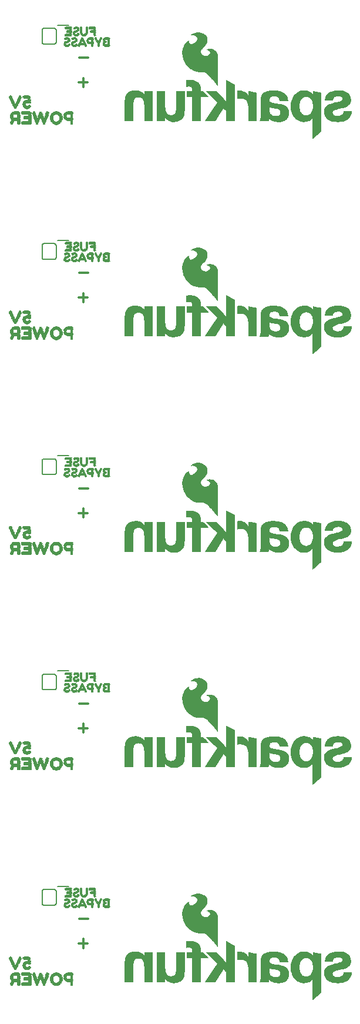
<source format=gbo>
G75*
%MOIN*%
%OFA0B0*%
%FSLAX25Y25*%
%IPPOS*%
%LPD*%
%AMOC8*
5,1,8,0,0,1.08239X$1,22.5*
%
%ADD10C,0.01400*%
%ADD11C,0.00800*%
%ADD12R,0.03150X0.00197*%
%ADD13R,0.00394X0.00197*%
%ADD14R,0.01378X0.00197*%
%ADD15R,0.03937X0.00197*%
%ADD16R,0.01181X0.00197*%
%ADD17R,0.02362X0.00197*%
%ADD18R,0.04134X0.00197*%
%ADD19R,0.02756X0.00197*%
%ADD20R,0.03346X0.00197*%
%ADD21R,0.01575X0.00197*%
%ADD22R,0.00591X0.00197*%
%ADD23R,0.01772X0.00197*%
%ADD24R,0.02953X0.00197*%
%ADD25R,0.03346X0.00236*%
%ADD26R,0.01378X0.00236*%
%ADD27R,0.01181X0.00236*%
%ADD28R,0.02559X0.00236*%
%ADD29R,0.02165X0.00197*%
%ADD30R,0.01772X0.00236*%
%ADD31R,0.01575X0.00236*%
%ADD32R,0.03543X0.00236*%
%ADD33R,0.03740X0.00197*%
%ADD34R,0.03543X0.00197*%
%ADD35R,0.04134X0.00236*%
%ADD36R,0.00984X0.00197*%
%ADD37R,0.01969X0.00197*%
%ADD38R,0.00197X0.00197*%
%ADD39R,0.02559X0.00197*%
%ADD40R,0.02165X0.00236*%
%ADD41R,0.03937X0.00236*%
%ADD42R,0.04528X0.00197*%
%ADD43R,0.04528X0.00236*%
%ADD44R,0.04921X0.00197*%
%ADD45R,0.00787X0.00197*%
%ADD46R,0.02480X0.00276*%
%ADD47R,0.01654X0.00276*%
%ADD48R,0.00551X0.00276*%
%ADD49R,0.00827X0.00276*%
%ADD50R,0.04409X0.00276*%
%ADD51R,0.04134X0.00315*%
%ADD52R,0.03307X0.00315*%
%ADD53R,0.01654X0.00315*%
%ADD54R,0.01102X0.00315*%
%ADD55R,0.05512X0.00315*%
%ADD56R,0.04685X0.00276*%
%ADD57R,0.03858X0.00276*%
%ADD58R,0.01929X0.00276*%
%ADD59R,0.05787X0.00276*%
%ADD60R,0.04961X0.00236*%
%ADD61R,0.01929X0.00236*%
%ADD62R,0.05787X0.00236*%
%ADD63R,0.05236X0.00315*%
%ADD64R,0.01929X0.00315*%
%ADD65R,0.02205X0.00315*%
%ADD66R,0.05787X0.00315*%
%ADD67R,0.05236X0.00276*%
%ADD68R,0.06063X0.00276*%
%ADD69R,0.02205X0.00276*%
%ADD70R,0.05512X0.00276*%
%ADD71R,0.01654X0.00236*%
%ADD72R,0.02205X0.00236*%
%ADD73R,0.02480X0.00236*%
%ADD74R,0.02756X0.00236*%
%ADD75R,0.02756X0.00315*%
%ADD76R,0.03031X0.00276*%
%ADD77R,0.03307X0.00276*%
%ADD78R,0.04134X0.00276*%
%ADD79R,0.03583X0.00276*%
%ADD80R,0.07717X0.00276*%
%ADD81R,0.03583X0.00315*%
%ADD82R,0.04685X0.00315*%
%ADD83R,0.04961X0.00276*%
%ADD84R,0.02756X0.00276*%
%ADD85R,0.01102X0.00236*%
%ADD86R,0.05236X0.00236*%
%ADD87R,0.01102X0.00276*%
%ADD88R,0.03858X0.00315*%
%ADD89R,0.01378X0.00315*%
%ADD90R,0.04409X0.00236*%
%ADD91R,0.04409X0.00315*%
%ADD92R,0.01378X0.00276*%
%ADD93R,0.04685X0.00236*%
%ADD94C,0.00300*%
D10*
X0130867Y0126256D02*
X0135933Y0126256D01*
X0133400Y0123722D02*
X0133400Y0128789D01*
X0131067Y0140256D02*
X0136133Y0140256D01*
X0133400Y0245801D02*
X0133400Y0250868D01*
X0135933Y0248334D02*
X0130867Y0248334D01*
X0131067Y0262334D02*
X0136133Y0262334D01*
X0133400Y0367880D02*
X0133400Y0372946D01*
X0135933Y0370413D02*
X0130867Y0370413D01*
X0131067Y0384413D02*
X0136133Y0384413D01*
X0133400Y0489958D02*
X0133400Y0495025D01*
X0135933Y0492492D02*
X0130867Y0492492D01*
X0131067Y0506492D02*
X0136133Y0506492D01*
X0133400Y0612037D02*
X0133400Y0617104D01*
X0135933Y0614571D02*
X0130867Y0614571D01*
X0131067Y0628571D02*
X0136133Y0628571D01*
D11*
X0125286Y0647028D02*
X0118786Y0647028D01*
X0117033Y0645215D02*
X0111033Y0645215D01*
X0110973Y0645213D01*
X0110912Y0645208D01*
X0110853Y0645199D01*
X0110794Y0645186D01*
X0110735Y0645170D01*
X0110678Y0645150D01*
X0110623Y0645127D01*
X0110568Y0645100D01*
X0110516Y0645071D01*
X0110465Y0645038D01*
X0110416Y0645002D01*
X0110370Y0644964D01*
X0110326Y0644922D01*
X0110284Y0644878D01*
X0110246Y0644832D01*
X0110210Y0644783D01*
X0110177Y0644732D01*
X0110148Y0644680D01*
X0110121Y0644625D01*
X0110098Y0644570D01*
X0110078Y0644513D01*
X0110062Y0644454D01*
X0110049Y0644395D01*
X0110040Y0644336D01*
X0110035Y0644275D01*
X0110033Y0644215D01*
X0110033Y0637415D01*
X0110035Y0637355D01*
X0110040Y0637294D01*
X0110049Y0637235D01*
X0110062Y0637176D01*
X0110078Y0637117D01*
X0110098Y0637060D01*
X0110121Y0637005D01*
X0110148Y0636950D01*
X0110177Y0636898D01*
X0110210Y0636847D01*
X0110246Y0636798D01*
X0110284Y0636752D01*
X0110326Y0636708D01*
X0110370Y0636666D01*
X0110416Y0636628D01*
X0110465Y0636592D01*
X0110516Y0636559D01*
X0110568Y0636530D01*
X0110623Y0636503D01*
X0110678Y0636480D01*
X0110735Y0636460D01*
X0110794Y0636444D01*
X0110853Y0636431D01*
X0110912Y0636422D01*
X0110973Y0636417D01*
X0111033Y0636415D01*
X0117033Y0636415D01*
X0117093Y0636417D01*
X0117154Y0636422D01*
X0117213Y0636431D01*
X0117272Y0636444D01*
X0117331Y0636460D01*
X0117388Y0636480D01*
X0117443Y0636503D01*
X0117498Y0636530D01*
X0117550Y0636559D01*
X0117601Y0636592D01*
X0117650Y0636628D01*
X0117696Y0636666D01*
X0117740Y0636708D01*
X0117782Y0636752D01*
X0117820Y0636798D01*
X0117856Y0636847D01*
X0117889Y0636898D01*
X0117918Y0636950D01*
X0117945Y0637005D01*
X0117968Y0637060D01*
X0117988Y0637117D01*
X0118004Y0637176D01*
X0118017Y0637235D01*
X0118026Y0637294D01*
X0118031Y0637355D01*
X0118033Y0637415D01*
X0118033Y0644215D01*
X0118031Y0644275D01*
X0118026Y0644336D01*
X0118017Y0644395D01*
X0118004Y0644454D01*
X0117988Y0644513D01*
X0117968Y0644570D01*
X0117945Y0644625D01*
X0117918Y0644680D01*
X0117889Y0644732D01*
X0117856Y0644783D01*
X0117820Y0644832D01*
X0117782Y0644878D01*
X0117740Y0644922D01*
X0117696Y0644964D01*
X0117650Y0645002D01*
X0117601Y0645038D01*
X0117550Y0645071D01*
X0117498Y0645100D01*
X0117443Y0645127D01*
X0117388Y0645150D01*
X0117331Y0645170D01*
X0117272Y0645186D01*
X0117213Y0645199D01*
X0117154Y0645208D01*
X0117093Y0645213D01*
X0117033Y0645215D01*
X0118786Y0524949D02*
X0125286Y0524949D01*
X0118033Y0522136D02*
X0118033Y0515336D01*
X0118031Y0515276D01*
X0118026Y0515215D01*
X0118017Y0515156D01*
X0118004Y0515097D01*
X0117988Y0515038D01*
X0117968Y0514981D01*
X0117945Y0514926D01*
X0117918Y0514871D01*
X0117889Y0514819D01*
X0117856Y0514768D01*
X0117820Y0514719D01*
X0117782Y0514673D01*
X0117740Y0514629D01*
X0117696Y0514587D01*
X0117650Y0514549D01*
X0117601Y0514513D01*
X0117550Y0514480D01*
X0117498Y0514451D01*
X0117443Y0514424D01*
X0117388Y0514401D01*
X0117331Y0514381D01*
X0117272Y0514365D01*
X0117213Y0514352D01*
X0117154Y0514343D01*
X0117093Y0514338D01*
X0117033Y0514336D01*
X0111033Y0514336D01*
X0110973Y0514338D01*
X0110912Y0514343D01*
X0110853Y0514352D01*
X0110794Y0514365D01*
X0110735Y0514381D01*
X0110678Y0514401D01*
X0110623Y0514424D01*
X0110568Y0514451D01*
X0110516Y0514480D01*
X0110465Y0514513D01*
X0110416Y0514549D01*
X0110370Y0514587D01*
X0110326Y0514629D01*
X0110284Y0514673D01*
X0110246Y0514719D01*
X0110210Y0514768D01*
X0110177Y0514819D01*
X0110148Y0514871D01*
X0110121Y0514926D01*
X0110098Y0514981D01*
X0110078Y0515038D01*
X0110062Y0515097D01*
X0110049Y0515156D01*
X0110040Y0515215D01*
X0110035Y0515276D01*
X0110033Y0515336D01*
X0110033Y0522136D01*
X0110035Y0522196D01*
X0110040Y0522257D01*
X0110049Y0522316D01*
X0110062Y0522375D01*
X0110078Y0522434D01*
X0110098Y0522491D01*
X0110121Y0522546D01*
X0110148Y0522601D01*
X0110177Y0522653D01*
X0110210Y0522704D01*
X0110246Y0522753D01*
X0110284Y0522799D01*
X0110326Y0522843D01*
X0110370Y0522885D01*
X0110416Y0522923D01*
X0110465Y0522959D01*
X0110516Y0522992D01*
X0110568Y0523021D01*
X0110623Y0523048D01*
X0110678Y0523071D01*
X0110735Y0523091D01*
X0110794Y0523107D01*
X0110853Y0523120D01*
X0110912Y0523129D01*
X0110973Y0523134D01*
X0111033Y0523136D01*
X0117033Y0523136D01*
X0117093Y0523134D01*
X0117154Y0523129D01*
X0117213Y0523120D01*
X0117272Y0523107D01*
X0117331Y0523091D01*
X0117388Y0523071D01*
X0117443Y0523048D01*
X0117498Y0523021D01*
X0117550Y0522992D01*
X0117601Y0522959D01*
X0117650Y0522923D01*
X0117696Y0522885D01*
X0117740Y0522843D01*
X0117782Y0522799D01*
X0117820Y0522753D01*
X0117856Y0522704D01*
X0117889Y0522653D01*
X0117918Y0522601D01*
X0117945Y0522546D01*
X0117968Y0522491D01*
X0117988Y0522434D01*
X0118004Y0522375D01*
X0118017Y0522316D01*
X0118026Y0522257D01*
X0118031Y0522196D01*
X0118033Y0522136D01*
X0118786Y0402870D02*
X0125286Y0402870D01*
X0118033Y0400058D02*
X0118033Y0393258D01*
X0118031Y0393198D01*
X0118026Y0393137D01*
X0118017Y0393078D01*
X0118004Y0393019D01*
X0117988Y0392960D01*
X0117968Y0392903D01*
X0117945Y0392848D01*
X0117918Y0392793D01*
X0117889Y0392741D01*
X0117856Y0392690D01*
X0117820Y0392641D01*
X0117782Y0392595D01*
X0117740Y0392551D01*
X0117696Y0392509D01*
X0117650Y0392471D01*
X0117601Y0392435D01*
X0117550Y0392402D01*
X0117498Y0392373D01*
X0117443Y0392346D01*
X0117388Y0392323D01*
X0117331Y0392303D01*
X0117272Y0392287D01*
X0117213Y0392274D01*
X0117154Y0392265D01*
X0117093Y0392260D01*
X0117033Y0392258D01*
X0111033Y0392258D01*
X0110973Y0392260D01*
X0110912Y0392265D01*
X0110853Y0392274D01*
X0110794Y0392287D01*
X0110735Y0392303D01*
X0110678Y0392323D01*
X0110623Y0392346D01*
X0110568Y0392373D01*
X0110516Y0392402D01*
X0110465Y0392435D01*
X0110416Y0392471D01*
X0110370Y0392509D01*
X0110326Y0392551D01*
X0110284Y0392595D01*
X0110246Y0392641D01*
X0110210Y0392690D01*
X0110177Y0392741D01*
X0110148Y0392793D01*
X0110121Y0392848D01*
X0110098Y0392903D01*
X0110078Y0392960D01*
X0110062Y0393019D01*
X0110049Y0393078D01*
X0110040Y0393137D01*
X0110035Y0393198D01*
X0110033Y0393258D01*
X0110033Y0400058D01*
X0110035Y0400118D01*
X0110040Y0400179D01*
X0110049Y0400238D01*
X0110062Y0400297D01*
X0110078Y0400356D01*
X0110098Y0400413D01*
X0110121Y0400468D01*
X0110148Y0400523D01*
X0110177Y0400575D01*
X0110210Y0400626D01*
X0110246Y0400675D01*
X0110284Y0400721D01*
X0110326Y0400765D01*
X0110370Y0400807D01*
X0110416Y0400845D01*
X0110465Y0400881D01*
X0110516Y0400914D01*
X0110568Y0400943D01*
X0110623Y0400970D01*
X0110678Y0400993D01*
X0110735Y0401013D01*
X0110794Y0401029D01*
X0110853Y0401042D01*
X0110912Y0401051D01*
X0110973Y0401056D01*
X0111033Y0401058D01*
X0117033Y0401058D01*
X0117093Y0401056D01*
X0117154Y0401051D01*
X0117213Y0401042D01*
X0117272Y0401029D01*
X0117331Y0401013D01*
X0117388Y0400993D01*
X0117443Y0400970D01*
X0117498Y0400943D01*
X0117550Y0400914D01*
X0117601Y0400881D01*
X0117650Y0400845D01*
X0117696Y0400807D01*
X0117740Y0400765D01*
X0117782Y0400721D01*
X0117820Y0400675D01*
X0117856Y0400626D01*
X0117889Y0400575D01*
X0117918Y0400523D01*
X0117945Y0400468D01*
X0117968Y0400413D01*
X0117988Y0400356D01*
X0118004Y0400297D01*
X0118017Y0400238D01*
X0118026Y0400179D01*
X0118031Y0400118D01*
X0118033Y0400058D01*
X0118786Y0280791D02*
X0125286Y0280791D01*
X0118033Y0277979D02*
X0118033Y0271179D01*
X0118031Y0271119D01*
X0118026Y0271058D01*
X0118017Y0270999D01*
X0118004Y0270940D01*
X0117988Y0270881D01*
X0117968Y0270824D01*
X0117945Y0270769D01*
X0117918Y0270714D01*
X0117889Y0270662D01*
X0117856Y0270611D01*
X0117820Y0270562D01*
X0117782Y0270516D01*
X0117740Y0270472D01*
X0117696Y0270430D01*
X0117650Y0270392D01*
X0117601Y0270356D01*
X0117550Y0270323D01*
X0117498Y0270294D01*
X0117443Y0270267D01*
X0117388Y0270244D01*
X0117331Y0270224D01*
X0117272Y0270208D01*
X0117213Y0270195D01*
X0117154Y0270186D01*
X0117093Y0270181D01*
X0117033Y0270179D01*
X0111033Y0270179D01*
X0110973Y0270181D01*
X0110912Y0270186D01*
X0110853Y0270195D01*
X0110794Y0270208D01*
X0110735Y0270224D01*
X0110678Y0270244D01*
X0110623Y0270267D01*
X0110568Y0270294D01*
X0110516Y0270323D01*
X0110465Y0270356D01*
X0110416Y0270392D01*
X0110370Y0270430D01*
X0110326Y0270472D01*
X0110284Y0270516D01*
X0110246Y0270562D01*
X0110210Y0270611D01*
X0110177Y0270662D01*
X0110148Y0270714D01*
X0110121Y0270769D01*
X0110098Y0270824D01*
X0110078Y0270881D01*
X0110062Y0270940D01*
X0110049Y0270999D01*
X0110040Y0271058D01*
X0110035Y0271119D01*
X0110033Y0271179D01*
X0110033Y0277979D01*
X0110035Y0278039D01*
X0110040Y0278100D01*
X0110049Y0278159D01*
X0110062Y0278218D01*
X0110078Y0278277D01*
X0110098Y0278334D01*
X0110121Y0278389D01*
X0110148Y0278444D01*
X0110177Y0278496D01*
X0110210Y0278547D01*
X0110246Y0278596D01*
X0110284Y0278642D01*
X0110326Y0278686D01*
X0110370Y0278728D01*
X0110416Y0278766D01*
X0110465Y0278802D01*
X0110516Y0278835D01*
X0110568Y0278864D01*
X0110623Y0278891D01*
X0110678Y0278914D01*
X0110735Y0278934D01*
X0110794Y0278950D01*
X0110853Y0278963D01*
X0110912Y0278972D01*
X0110973Y0278977D01*
X0111033Y0278979D01*
X0117033Y0278979D01*
X0117093Y0278977D01*
X0117154Y0278972D01*
X0117213Y0278963D01*
X0117272Y0278950D01*
X0117331Y0278934D01*
X0117388Y0278914D01*
X0117443Y0278891D01*
X0117498Y0278864D01*
X0117550Y0278835D01*
X0117601Y0278802D01*
X0117650Y0278766D01*
X0117696Y0278728D01*
X0117740Y0278686D01*
X0117782Y0278642D01*
X0117820Y0278596D01*
X0117856Y0278547D01*
X0117889Y0278496D01*
X0117918Y0278444D01*
X0117945Y0278389D01*
X0117968Y0278334D01*
X0117988Y0278277D01*
X0118004Y0278218D01*
X0118017Y0278159D01*
X0118026Y0278100D01*
X0118031Y0278039D01*
X0118033Y0277979D01*
X0118786Y0158713D02*
X0125286Y0158713D01*
X0118033Y0155900D02*
X0118033Y0149100D01*
X0118031Y0149040D01*
X0118026Y0148979D01*
X0118017Y0148920D01*
X0118004Y0148861D01*
X0117988Y0148802D01*
X0117968Y0148745D01*
X0117945Y0148690D01*
X0117918Y0148635D01*
X0117889Y0148583D01*
X0117856Y0148532D01*
X0117820Y0148483D01*
X0117782Y0148437D01*
X0117740Y0148393D01*
X0117696Y0148351D01*
X0117650Y0148313D01*
X0117601Y0148277D01*
X0117550Y0148244D01*
X0117498Y0148215D01*
X0117443Y0148188D01*
X0117388Y0148165D01*
X0117331Y0148145D01*
X0117272Y0148129D01*
X0117213Y0148116D01*
X0117154Y0148107D01*
X0117093Y0148102D01*
X0117033Y0148100D01*
X0111033Y0148100D01*
X0110973Y0148102D01*
X0110912Y0148107D01*
X0110853Y0148116D01*
X0110794Y0148129D01*
X0110735Y0148145D01*
X0110678Y0148165D01*
X0110623Y0148188D01*
X0110568Y0148215D01*
X0110516Y0148244D01*
X0110465Y0148277D01*
X0110416Y0148313D01*
X0110370Y0148351D01*
X0110326Y0148393D01*
X0110284Y0148437D01*
X0110246Y0148483D01*
X0110210Y0148532D01*
X0110177Y0148583D01*
X0110148Y0148635D01*
X0110121Y0148690D01*
X0110098Y0148745D01*
X0110078Y0148802D01*
X0110062Y0148861D01*
X0110049Y0148920D01*
X0110040Y0148979D01*
X0110035Y0149040D01*
X0110033Y0149100D01*
X0110033Y0155900D01*
X0110035Y0155960D01*
X0110040Y0156021D01*
X0110049Y0156080D01*
X0110062Y0156139D01*
X0110078Y0156198D01*
X0110098Y0156255D01*
X0110121Y0156310D01*
X0110148Y0156365D01*
X0110177Y0156417D01*
X0110210Y0156468D01*
X0110246Y0156517D01*
X0110284Y0156563D01*
X0110326Y0156607D01*
X0110370Y0156649D01*
X0110416Y0156687D01*
X0110465Y0156723D01*
X0110516Y0156756D01*
X0110568Y0156785D01*
X0110623Y0156812D01*
X0110678Y0156835D01*
X0110735Y0156855D01*
X0110794Y0156871D01*
X0110853Y0156884D01*
X0110912Y0156893D01*
X0110973Y0156898D01*
X0111033Y0156900D01*
X0117033Y0156900D01*
X0117093Y0156898D01*
X0117154Y0156893D01*
X0117213Y0156884D01*
X0117272Y0156871D01*
X0117331Y0156855D01*
X0117388Y0156835D01*
X0117443Y0156812D01*
X0117498Y0156785D01*
X0117550Y0156756D01*
X0117601Y0156723D01*
X0117650Y0156687D01*
X0117696Y0156649D01*
X0117740Y0156607D01*
X0117782Y0156563D01*
X0117820Y0156517D01*
X0117856Y0156468D01*
X0117889Y0156417D01*
X0117918Y0156365D01*
X0117945Y0156310D01*
X0117968Y0156255D01*
X0117988Y0156198D01*
X0118004Y0156139D01*
X0118017Y0156080D01*
X0118026Y0156021D01*
X0118031Y0155960D01*
X0118033Y0155900D01*
D12*
X0125058Y0157579D03*
X0125451Y0155413D03*
X0125451Y0154390D03*
X0124199Y0150988D03*
X0128333Y0150988D03*
X0129388Y0152854D03*
X0129388Y0156791D03*
X0129388Y0156988D03*
X0138640Y0157579D03*
X0139034Y0155413D03*
X0139034Y0154390D03*
X0137782Y0148035D03*
X0146837Y0151382D03*
X0137782Y0270114D03*
X0139034Y0276468D03*
X0139034Y0277492D03*
X0138640Y0279657D03*
X0129388Y0279067D03*
X0129388Y0278870D03*
X0129388Y0274933D03*
X0128333Y0273067D03*
X0124199Y0273067D03*
X0125451Y0276468D03*
X0125451Y0277492D03*
X0125058Y0279657D03*
X0146837Y0273461D03*
X0137782Y0392193D03*
X0139034Y0398547D03*
X0139034Y0399571D03*
X0138640Y0401736D03*
X0129388Y0401146D03*
X0129388Y0400949D03*
X0129388Y0397012D03*
X0128333Y0395146D03*
X0124199Y0395146D03*
X0125451Y0398547D03*
X0125451Y0399571D03*
X0125058Y0401736D03*
X0146837Y0395539D03*
X0137782Y0514272D03*
X0139034Y0520626D03*
X0139034Y0521650D03*
X0138640Y0523815D03*
X0129388Y0523224D03*
X0129388Y0523028D03*
X0129388Y0519091D03*
X0128333Y0517224D03*
X0124199Y0517224D03*
X0125451Y0520626D03*
X0125451Y0521650D03*
X0125058Y0523815D03*
X0146837Y0517618D03*
X0137782Y0636350D03*
X0139034Y0642705D03*
X0139034Y0643728D03*
X0138640Y0645894D03*
X0129388Y0645303D03*
X0129388Y0645106D03*
X0129388Y0641169D03*
X0128333Y0639303D03*
X0124199Y0639303D03*
X0125451Y0642705D03*
X0125451Y0643728D03*
X0125058Y0645894D03*
X0146837Y0639697D03*
D13*
X0143491Y0639894D03*
X0135491Y0645894D03*
X0132144Y0645894D03*
X0129388Y0640539D03*
X0128333Y0634539D03*
X0124199Y0634539D03*
X0132144Y0523815D03*
X0135491Y0523815D03*
X0129388Y0518461D03*
X0128333Y0512461D03*
X0124199Y0512461D03*
X0143491Y0517815D03*
X0135491Y0401736D03*
X0132144Y0401736D03*
X0129388Y0396382D03*
X0128333Y0390382D03*
X0124199Y0390382D03*
X0143491Y0395736D03*
X0135491Y0279657D03*
X0132144Y0279657D03*
X0129388Y0274303D03*
X0128333Y0268303D03*
X0124199Y0268303D03*
X0143491Y0273657D03*
X0135491Y0157579D03*
X0132144Y0157579D03*
X0129388Y0152224D03*
X0128333Y0146224D03*
X0124199Y0146224D03*
X0143491Y0151579D03*
D14*
X0143589Y0151185D03*
X0143589Y0150988D03*
X0142999Y0150004D03*
X0142014Y0148390D03*
X0142014Y0148193D03*
X0142014Y0148035D03*
X0142014Y0147839D03*
X0142014Y0147406D03*
X0142014Y0147209D03*
X0142014Y0147051D03*
X0142014Y0146854D03*
X0145164Y0147839D03*
X0145164Y0148390D03*
X0145164Y0149807D03*
X0145164Y0150004D03*
X0147920Y0150004D03*
X0147920Y0150201D03*
X0147920Y0149807D03*
X0147920Y0149610D03*
X0147920Y0149413D03*
X0147920Y0149217D03*
X0147920Y0149020D03*
X0147920Y0148823D03*
X0147920Y0148390D03*
X0147920Y0148193D03*
X0147920Y0148035D03*
X0147920Y0147839D03*
X0140833Y0150201D03*
X0138668Y0150201D03*
X0138668Y0150004D03*
X0138668Y0149807D03*
X0138668Y0149610D03*
X0138668Y0149413D03*
X0138668Y0149217D03*
X0138668Y0147406D03*
X0138668Y0147209D03*
X0138668Y0147051D03*
X0138668Y0146854D03*
X0134928Y0146854D03*
X0134731Y0147209D03*
X0133944Y0148823D03*
X0133747Y0149217D03*
X0131975Y0149020D03*
X0131975Y0148823D03*
X0131188Y0147209D03*
X0130991Y0146854D03*
X0129416Y0149807D03*
X0129613Y0150004D03*
X0129416Y0150398D03*
X0128432Y0151579D03*
X0128109Y0153839D03*
X0128109Y0154035D03*
X0126337Y0154035D03*
X0126337Y0154193D03*
X0126337Y0153839D03*
X0126337Y0155807D03*
X0126337Y0156004D03*
X0126337Y0156201D03*
X0129487Y0157579D03*
X0130471Y0156201D03*
X0130471Y0155807D03*
X0132243Y0154390D03*
X0132243Y0154193D03*
X0132243Y0154035D03*
X0135196Y0153839D03*
X0135392Y0154035D03*
X0135392Y0154193D03*
X0135392Y0154390D03*
X0135392Y0154823D03*
X0135392Y0155020D03*
X0135392Y0155217D03*
X0135392Y0155413D03*
X0135392Y0155610D03*
X0135392Y0155807D03*
X0135392Y0156004D03*
X0135392Y0156201D03*
X0135392Y0156398D03*
X0135392Y0156594D03*
X0135392Y0156791D03*
X0135392Y0156988D03*
X0139920Y0156201D03*
X0139920Y0156004D03*
X0139920Y0155807D03*
X0139920Y0154193D03*
X0139920Y0154035D03*
X0139920Y0153839D03*
X0139920Y0153406D03*
X0139920Y0153209D03*
X0139920Y0153051D03*
X0139920Y0152854D03*
X0135912Y0150004D03*
X0135912Y0149807D03*
X0135912Y0149610D03*
X0135912Y0149413D03*
X0132959Y0150988D03*
X0127054Y0148035D03*
X0127054Y0147839D03*
X0125282Y0149807D03*
X0125479Y0150004D03*
X0125282Y0150398D03*
X0124298Y0151579D03*
X0122920Y0148035D03*
X0122920Y0147839D03*
X0130991Y0268933D03*
X0131188Y0269287D03*
X0131975Y0270902D03*
X0131975Y0271098D03*
X0133747Y0271295D03*
X0133944Y0270902D03*
X0134731Y0269287D03*
X0134928Y0268933D03*
X0135912Y0271492D03*
X0135912Y0271689D03*
X0135912Y0271886D03*
X0135912Y0272083D03*
X0138668Y0272083D03*
X0138668Y0272279D03*
X0138668Y0271886D03*
X0138668Y0271689D03*
X0138668Y0271492D03*
X0138668Y0271295D03*
X0138668Y0269484D03*
X0138668Y0269287D03*
X0138668Y0269130D03*
X0138668Y0268933D03*
X0142014Y0268933D03*
X0142014Y0269130D03*
X0142014Y0269287D03*
X0142014Y0269484D03*
X0142014Y0269917D03*
X0142014Y0270114D03*
X0142014Y0270272D03*
X0142014Y0270468D03*
X0142999Y0272083D03*
X0143589Y0273067D03*
X0143589Y0273264D03*
X0145164Y0272083D03*
X0145164Y0271886D03*
X0145164Y0270468D03*
X0145164Y0269917D03*
X0147920Y0269917D03*
X0147920Y0270114D03*
X0147920Y0270272D03*
X0147920Y0270468D03*
X0147920Y0270902D03*
X0147920Y0271098D03*
X0147920Y0271295D03*
X0147920Y0271492D03*
X0147920Y0271689D03*
X0147920Y0271886D03*
X0147920Y0272083D03*
X0147920Y0272279D03*
X0140833Y0272279D03*
X0139920Y0274933D03*
X0139920Y0275130D03*
X0139920Y0275287D03*
X0139920Y0275484D03*
X0139920Y0275917D03*
X0139920Y0276114D03*
X0139920Y0276272D03*
X0139920Y0277886D03*
X0139920Y0278083D03*
X0139920Y0278279D03*
X0135392Y0278279D03*
X0135392Y0278083D03*
X0135392Y0277886D03*
X0135392Y0277689D03*
X0135392Y0277492D03*
X0135392Y0277295D03*
X0135392Y0277098D03*
X0135392Y0276902D03*
X0135392Y0276468D03*
X0135392Y0276272D03*
X0135392Y0276114D03*
X0135196Y0275917D03*
X0135392Y0278476D03*
X0135392Y0278673D03*
X0135392Y0278870D03*
X0135392Y0279067D03*
X0132243Y0276468D03*
X0132243Y0276272D03*
X0132243Y0276114D03*
X0130471Y0277886D03*
X0130471Y0278279D03*
X0129487Y0279657D03*
X0126337Y0278279D03*
X0126337Y0278083D03*
X0126337Y0277886D03*
X0126337Y0276272D03*
X0126337Y0276114D03*
X0126337Y0275917D03*
X0128109Y0275917D03*
X0128109Y0276114D03*
X0128432Y0273657D03*
X0129416Y0272476D03*
X0129613Y0272083D03*
X0129416Y0271886D03*
X0127054Y0270114D03*
X0127054Y0269917D03*
X0125282Y0271886D03*
X0125479Y0272083D03*
X0125282Y0272476D03*
X0124298Y0273657D03*
X0122920Y0270114D03*
X0122920Y0269917D03*
X0132959Y0273067D03*
X0130991Y0391012D03*
X0131188Y0391366D03*
X0131975Y0392980D03*
X0131975Y0393177D03*
X0133747Y0393374D03*
X0133944Y0392980D03*
X0134731Y0391366D03*
X0134928Y0391012D03*
X0135912Y0393571D03*
X0135912Y0393768D03*
X0135912Y0393965D03*
X0135912Y0394161D03*
X0138668Y0394161D03*
X0138668Y0393965D03*
X0138668Y0393768D03*
X0138668Y0393571D03*
X0138668Y0393374D03*
X0138668Y0394358D03*
X0140833Y0394358D03*
X0142014Y0392547D03*
X0142014Y0392350D03*
X0142014Y0392193D03*
X0142014Y0391996D03*
X0142014Y0391563D03*
X0142014Y0391366D03*
X0142014Y0391209D03*
X0142014Y0391012D03*
X0142999Y0394161D03*
X0143589Y0395146D03*
X0143589Y0395343D03*
X0145164Y0394161D03*
X0145164Y0393965D03*
X0145164Y0392547D03*
X0145164Y0391996D03*
X0147920Y0391996D03*
X0147920Y0392193D03*
X0147920Y0392350D03*
X0147920Y0392547D03*
X0147920Y0392980D03*
X0147920Y0393177D03*
X0147920Y0393374D03*
X0147920Y0393571D03*
X0147920Y0393768D03*
X0147920Y0393965D03*
X0147920Y0394161D03*
X0147920Y0394358D03*
X0139920Y0397012D03*
X0139920Y0397209D03*
X0139920Y0397366D03*
X0139920Y0397563D03*
X0139920Y0397996D03*
X0139920Y0398193D03*
X0139920Y0398350D03*
X0139920Y0399965D03*
X0139920Y0400161D03*
X0139920Y0400358D03*
X0135392Y0400358D03*
X0135392Y0400161D03*
X0135392Y0399965D03*
X0135392Y0399768D03*
X0135392Y0399571D03*
X0135392Y0399374D03*
X0135392Y0399177D03*
X0135392Y0398980D03*
X0135392Y0398547D03*
X0135392Y0398350D03*
X0135392Y0398193D03*
X0135196Y0397996D03*
X0135392Y0400555D03*
X0135392Y0400752D03*
X0135392Y0400949D03*
X0135392Y0401146D03*
X0132243Y0398547D03*
X0132243Y0398350D03*
X0132243Y0398193D03*
X0130471Y0399965D03*
X0130471Y0400358D03*
X0129487Y0401736D03*
X0126337Y0400358D03*
X0126337Y0400161D03*
X0126337Y0399965D03*
X0126337Y0398350D03*
X0126337Y0398193D03*
X0126337Y0397996D03*
X0128109Y0397996D03*
X0128109Y0398193D03*
X0128432Y0395736D03*
X0129416Y0394555D03*
X0129613Y0394161D03*
X0129416Y0393965D03*
X0127054Y0392193D03*
X0127054Y0391996D03*
X0125282Y0393965D03*
X0125479Y0394161D03*
X0125282Y0394555D03*
X0124298Y0395736D03*
X0122920Y0392193D03*
X0122920Y0391996D03*
X0132959Y0395146D03*
X0138668Y0391563D03*
X0138668Y0391366D03*
X0138668Y0391209D03*
X0138668Y0391012D03*
X0138668Y0513091D03*
X0138668Y0513287D03*
X0138668Y0513445D03*
X0138668Y0513642D03*
X0138668Y0515453D03*
X0138668Y0515650D03*
X0138668Y0515846D03*
X0138668Y0516043D03*
X0138668Y0516240D03*
X0138668Y0516437D03*
X0140833Y0516437D03*
X0142014Y0514626D03*
X0142014Y0514429D03*
X0142014Y0514272D03*
X0142014Y0514075D03*
X0142014Y0513642D03*
X0142014Y0513445D03*
X0142014Y0513287D03*
X0142014Y0513091D03*
X0142999Y0516240D03*
X0143589Y0517224D03*
X0143589Y0517421D03*
X0145164Y0516240D03*
X0145164Y0516043D03*
X0145164Y0514626D03*
X0145164Y0514075D03*
X0147920Y0514075D03*
X0147920Y0514272D03*
X0147920Y0514429D03*
X0147920Y0514626D03*
X0147920Y0515059D03*
X0147920Y0515256D03*
X0147920Y0515453D03*
X0147920Y0515650D03*
X0147920Y0515846D03*
X0147920Y0516043D03*
X0147920Y0516240D03*
X0147920Y0516437D03*
X0139920Y0519091D03*
X0139920Y0519287D03*
X0139920Y0519445D03*
X0139920Y0519642D03*
X0139920Y0520075D03*
X0139920Y0520272D03*
X0139920Y0520429D03*
X0139920Y0522043D03*
X0139920Y0522240D03*
X0139920Y0522437D03*
X0135392Y0522437D03*
X0135392Y0522634D03*
X0135392Y0522831D03*
X0135392Y0523028D03*
X0135392Y0523224D03*
X0135392Y0522240D03*
X0135392Y0522043D03*
X0135392Y0521846D03*
X0135392Y0521650D03*
X0135392Y0521453D03*
X0135392Y0521256D03*
X0135392Y0521059D03*
X0135392Y0520626D03*
X0135392Y0520429D03*
X0135392Y0520272D03*
X0135196Y0520075D03*
X0132243Y0520272D03*
X0132243Y0520429D03*
X0132243Y0520626D03*
X0130471Y0522043D03*
X0130471Y0522437D03*
X0129487Y0523815D03*
X0126337Y0522437D03*
X0126337Y0522240D03*
X0126337Y0522043D03*
X0126337Y0520429D03*
X0126337Y0520272D03*
X0126337Y0520075D03*
X0128109Y0520075D03*
X0128109Y0520272D03*
X0128432Y0517815D03*
X0129416Y0516634D03*
X0129613Y0516240D03*
X0129416Y0516043D03*
X0131975Y0515256D03*
X0131975Y0515059D03*
X0131188Y0513445D03*
X0130991Y0513091D03*
X0133944Y0515059D03*
X0133747Y0515453D03*
X0132959Y0517224D03*
X0135912Y0516240D03*
X0135912Y0516043D03*
X0135912Y0515846D03*
X0135912Y0515650D03*
X0134731Y0513445D03*
X0134928Y0513091D03*
X0127054Y0514075D03*
X0127054Y0514272D03*
X0125282Y0516043D03*
X0125479Y0516240D03*
X0125282Y0516634D03*
X0124298Y0517815D03*
X0122920Y0514272D03*
X0122920Y0514075D03*
X0130991Y0635169D03*
X0131188Y0635524D03*
X0131975Y0637138D03*
X0131975Y0637335D03*
X0133747Y0637532D03*
X0133944Y0637138D03*
X0134731Y0635524D03*
X0134928Y0635169D03*
X0135912Y0637728D03*
X0135912Y0637925D03*
X0135912Y0638122D03*
X0135912Y0638319D03*
X0138668Y0638319D03*
X0138668Y0638516D03*
X0138668Y0638122D03*
X0138668Y0637925D03*
X0138668Y0637728D03*
X0138668Y0637532D03*
X0138668Y0635721D03*
X0138668Y0635524D03*
X0138668Y0635366D03*
X0138668Y0635169D03*
X0142014Y0635169D03*
X0142014Y0635366D03*
X0142014Y0635524D03*
X0142014Y0635721D03*
X0142014Y0636154D03*
X0142014Y0636350D03*
X0142014Y0636508D03*
X0142014Y0636705D03*
X0142999Y0638319D03*
X0143589Y0639303D03*
X0143589Y0639500D03*
X0145164Y0638319D03*
X0145164Y0638122D03*
X0145164Y0636705D03*
X0145164Y0636154D03*
X0147920Y0636154D03*
X0147920Y0636350D03*
X0147920Y0636508D03*
X0147920Y0636705D03*
X0147920Y0637138D03*
X0147920Y0637335D03*
X0147920Y0637532D03*
X0147920Y0637728D03*
X0147920Y0637925D03*
X0147920Y0638122D03*
X0147920Y0638319D03*
X0147920Y0638516D03*
X0140833Y0638516D03*
X0139920Y0641169D03*
X0139920Y0641366D03*
X0139920Y0641524D03*
X0139920Y0641721D03*
X0139920Y0642154D03*
X0139920Y0642350D03*
X0139920Y0642508D03*
X0139920Y0644122D03*
X0139920Y0644319D03*
X0139920Y0644516D03*
X0135392Y0644516D03*
X0135392Y0644713D03*
X0135392Y0644909D03*
X0135392Y0645106D03*
X0135392Y0645303D03*
X0135392Y0644319D03*
X0135392Y0644122D03*
X0135392Y0643925D03*
X0135392Y0643728D03*
X0135392Y0643532D03*
X0135392Y0643335D03*
X0135392Y0643138D03*
X0135392Y0642705D03*
X0135392Y0642508D03*
X0135392Y0642350D03*
X0135196Y0642154D03*
X0132243Y0642350D03*
X0132243Y0642508D03*
X0132243Y0642705D03*
X0130471Y0644122D03*
X0130471Y0644516D03*
X0129487Y0645894D03*
X0126337Y0644516D03*
X0126337Y0644319D03*
X0126337Y0644122D03*
X0126337Y0642508D03*
X0126337Y0642350D03*
X0126337Y0642154D03*
X0128109Y0642154D03*
X0128109Y0642350D03*
X0128432Y0639894D03*
X0129416Y0638713D03*
X0129613Y0638319D03*
X0129416Y0638122D03*
X0127054Y0636350D03*
X0127054Y0636154D03*
X0125282Y0638122D03*
X0125479Y0638319D03*
X0125282Y0638713D03*
X0124298Y0639894D03*
X0122920Y0636350D03*
X0122920Y0636154D03*
X0132959Y0639303D03*
D15*
X0133719Y0641721D03*
X0137388Y0638909D03*
X0137388Y0638713D03*
X0137388Y0637335D03*
X0137388Y0637138D03*
X0138640Y0644713D03*
X0138640Y0645697D03*
X0146640Y0639106D03*
X0146640Y0638909D03*
X0146640Y0638713D03*
X0146640Y0635524D03*
X0146640Y0635366D03*
X0125058Y0641721D03*
X0125058Y0644713D03*
X0125058Y0645697D03*
X0125058Y0523618D03*
X0125058Y0522634D03*
X0125058Y0519642D03*
X0133719Y0519642D03*
X0137388Y0516831D03*
X0137388Y0516634D03*
X0137388Y0515256D03*
X0137388Y0515059D03*
X0138640Y0522634D03*
X0138640Y0523618D03*
X0146640Y0517028D03*
X0146640Y0516831D03*
X0146640Y0516634D03*
X0146640Y0513445D03*
X0146640Y0513287D03*
X0138640Y0401539D03*
X0138640Y0400555D03*
X0133719Y0397563D03*
X0137388Y0394752D03*
X0137388Y0394555D03*
X0137388Y0393177D03*
X0137388Y0392980D03*
X0146640Y0394555D03*
X0146640Y0394752D03*
X0146640Y0394949D03*
X0146640Y0391366D03*
X0146640Y0391209D03*
X0125058Y0397563D03*
X0125058Y0400555D03*
X0125058Y0401539D03*
X0125058Y0279461D03*
X0125058Y0278476D03*
X0125058Y0275484D03*
X0133719Y0275484D03*
X0137388Y0272673D03*
X0137388Y0272476D03*
X0137388Y0271098D03*
X0137388Y0270902D03*
X0138640Y0278476D03*
X0138640Y0279461D03*
X0146640Y0272870D03*
X0146640Y0272673D03*
X0146640Y0272476D03*
X0146640Y0269287D03*
X0146640Y0269130D03*
X0138640Y0157382D03*
X0138640Y0156398D03*
X0133719Y0153406D03*
X0137388Y0150594D03*
X0137388Y0150398D03*
X0137388Y0149020D03*
X0137388Y0148823D03*
X0146640Y0150398D03*
X0146640Y0150594D03*
X0146640Y0150791D03*
X0146640Y0147209D03*
X0146640Y0147051D03*
X0125058Y0153406D03*
X0125058Y0156398D03*
X0125058Y0157382D03*
D16*
X0128601Y0156398D03*
X0130570Y0156004D03*
X0132144Y0156004D03*
X0132144Y0156201D03*
X0132144Y0156398D03*
X0132144Y0156594D03*
X0132144Y0156791D03*
X0132144Y0156988D03*
X0132144Y0157185D03*
X0132144Y0157382D03*
X0132144Y0155807D03*
X0132144Y0155610D03*
X0132144Y0155413D03*
X0132144Y0155217D03*
X0132144Y0155020D03*
X0132144Y0154823D03*
X0130570Y0153839D03*
X0132861Y0151185D03*
X0129514Y0150201D03*
X0127546Y0150398D03*
X0125381Y0150201D03*
X0123412Y0150398D03*
X0135491Y0157185D03*
X0135491Y0157382D03*
X0140341Y0151185D03*
X0145066Y0148193D03*
X0145066Y0148035D03*
X0145066Y0270114D03*
X0145066Y0270272D03*
X0140341Y0273264D03*
X0135491Y0279264D03*
X0135491Y0279461D03*
X0132144Y0279461D03*
X0132144Y0279264D03*
X0132144Y0279067D03*
X0132144Y0278870D03*
X0132144Y0278673D03*
X0132144Y0278476D03*
X0132144Y0278279D03*
X0132144Y0278083D03*
X0132144Y0277886D03*
X0132144Y0277689D03*
X0132144Y0277492D03*
X0132144Y0277295D03*
X0132144Y0277098D03*
X0132144Y0276902D03*
X0130570Y0275917D03*
X0130570Y0278083D03*
X0128601Y0278476D03*
X0127546Y0272476D03*
X0129514Y0272279D03*
X0132861Y0273264D03*
X0125381Y0272279D03*
X0123412Y0272476D03*
X0145066Y0392193D03*
X0145066Y0392350D03*
X0140341Y0395343D03*
X0135491Y0401343D03*
X0135491Y0401539D03*
X0132144Y0401539D03*
X0132144Y0401343D03*
X0132144Y0401146D03*
X0132144Y0400949D03*
X0132144Y0400752D03*
X0132144Y0400555D03*
X0132144Y0400358D03*
X0132144Y0400161D03*
X0132144Y0399965D03*
X0132144Y0399768D03*
X0132144Y0399571D03*
X0132144Y0399374D03*
X0132144Y0399177D03*
X0132144Y0398980D03*
X0130570Y0397996D03*
X0130570Y0400161D03*
X0128601Y0400555D03*
X0127546Y0394555D03*
X0129514Y0394358D03*
X0132861Y0395343D03*
X0125381Y0394358D03*
X0123412Y0394555D03*
X0145066Y0514272D03*
X0145066Y0514429D03*
X0140341Y0517421D03*
X0135491Y0523421D03*
X0135491Y0523618D03*
X0132144Y0523618D03*
X0132144Y0523421D03*
X0132144Y0523224D03*
X0132144Y0523028D03*
X0132144Y0522831D03*
X0132144Y0522634D03*
X0132144Y0522437D03*
X0132144Y0522240D03*
X0132144Y0522043D03*
X0132144Y0521846D03*
X0132144Y0521650D03*
X0132144Y0521453D03*
X0132144Y0521256D03*
X0132144Y0521059D03*
X0130570Y0520075D03*
X0130570Y0522240D03*
X0128601Y0522634D03*
X0127546Y0516634D03*
X0129514Y0516437D03*
X0132861Y0517421D03*
X0125381Y0516437D03*
X0123412Y0516634D03*
X0145066Y0636350D03*
X0145066Y0636508D03*
X0140341Y0639500D03*
X0135491Y0645500D03*
X0135491Y0645697D03*
X0132144Y0645697D03*
X0132144Y0645500D03*
X0132144Y0645303D03*
X0132144Y0645106D03*
X0132144Y0644909D03*
X0132144Y0644713D03*
X0132144Y0644516D03*
X0132144Y0644319D03*
X0132144Y0644122D03*
X0132144Y0643925D03*
X0132144Y0643728D03*
X0132144Y0643532D03*
X0132144Y0643335D03*
X0132144Y0643138D03*
X0130570Y0642154D03*
X0130570Y0644319D03*
X0128601Y0644713D03*
X0127546Y0638713D03*
X0129514Y0638516D03*
X0132861Y0639500D03*
X0125381Y0638516D03*
X0123412Y0638713D03*
D17*
X0124199Y0639697D03*
X0128333Y0639697D03*
X0132861Y0638319D03*
X0129388Y0645697D03*
X0129388Y0523618D03*
X0128333Y0517618D03*
X0124199Y0517618D03*
X0132861Y0516240D03*
X0129388Y0401539D03*
X0128333Y0395539D03*
X0124199Y0395539D03*
X0132861Y0394161D03*
X0129388Y0279461D03*
X0128333Y0273461D03*
X0124199Y0273461D03*
X0132861Y0272083D03*
X0129388Y0157382D03*
X0128333Y0151382D03*
X0124199Y0151382D03*
X0132861Y0150004D03*
D18*
X0132959Y0148193D03*
X0132959Y0148035D03*
X0124959Y0152854D03*
X0124959Y0153051D03*
X0124959Y0153209D03*
X0124959Y0156594D03*
X0124959Y0156791D03*
X0124959Y0156988D03*
X0124959Y0157185D03*
X0138542Y0157185D03*
X0138542Y0156988D03*
X0138542Y0156791D03*
X0138542Y0156594D03*
X0146542Y0147406D03*
X0146542Y0269484D03*
X0138542Y0278673D03*
X0138542Y0278870D03*
X0138542Y0279067D03*
X0138542Y0279264D03*
X0132959Y0270272D03*
X0132959Y0270114D03*
X0124959Y0274933D03*
X0124959Y0275130D03*
X0124959Y0275287D03*
X0124959Y0278673D03*
X0124959Y0278870D03*
X0124959Y0279067D03*
X0124959Y0279264D03*
X0132959Y0392193D03*
X0132959Y0392350D03*
X0138542Y0400752D03*
X0138542Y0400949D03*
X0138542Y0401146D03*
X0138542Y0401343D03*
X0146542Y0391563D03*
X0124959Y0397012D03*
X0124959Y0397209D03*
X0124959Y0397366D03*
X0124959Y0400752D03*
X0124959Y0400949D03*
X0124959Y0401146D03*
X0124959Y0401343D03*
X0132959Y0514272D03*
X0132959Y0514429D03*
X0138542Y0522831D03*
X0138542Y0523028D03*
X0138542Y0523224D03*
X0138542Y0523421D03*
X0146542Y0513642D03*
X0124959Y0519091D03*
X0124959Y0519287D03*
X0124959Y0519445D03*
X0124959Y0522831D03*
X0124959Y0523028D03*
X0124959Y0523224D03*
X0124959Y0523421D03*
X0132959Y0636350D03*
X0132959Y0636508D03*
X0138542Y0644909D03*
X0138542Y0645106D03*
X0138542Y0645303D03*
X0138542Y0645500D03*
X0146542Y0635721D03*
X0124959Y0641169D03*
X0124959Y0641366D03*
X0124959Y0641524D03*
X0124959Y0644909D03*
X0124959Y0645106D03*
X0124959Y0645303D03*
X0124959Y0645500D03*
D19*
X0125648Y0643925D03*
X0129388Y0645500D03*
X0129782Y0643728D03*
X0128333Y0639500D03*
X0124199Y0639500D03*
X0132861Y0637925D03*
X0137782Y0639697D03*
X0137979Y0636154D03*
X0141916Y0637728D03*
X0139231Y0643925D03*
X0129388Y0523421D03*
X0129782Y0521650D03*
X0125648Y0521846D03*
X0124199Y0517421D03*
X0128333Y0517421D03*
X0132861Y0515846D03*
X0137782Y0517618D03*
X0137979Y0514075D03*
X0141916Y0515650D03*
X0139231Y0521846D03*
X0129388Y0401343D03*
X0129782Y0399571D03*
X0125648Y0399768D03*
X0124199Y0395343D03*
X0128333Y0395343D03*
X0132861Y0393768D03*
X0137782Y0395539D03*
X0137979Y0391996D03*
X0141916Y0393571D03*
X0139231Y0399768D03*
X0129388Y0279264D03*
X0129782Y0277492D03*
X0125648Y0277689D03*
X0124199Y0273264D03*
X0128333Y0273264D03*
X0132861Y0271689D03*
X0137782Y0273461D03*
X0137979Y0269917D03*
X0141916Y0271492D03*
X0139231Y0277689D03*
X0129388Y0157185D03*
X0129782Y0155413D03*
X0125648Y0155610D03*
X0124199Y0151185D03*
X0128333Y0151185D03*
X0132861Y0149610D03*
X0137782Y0151382D03*
X0137979Y0147839D03*
X0141916Y0149413D03*
X0139231Y0155610D03*
D20*
X0138936Y0155217D03*
X0138936Y0155020D03*
X0138936Y0154823D03*
X0137684Y0151185D03*
X0133818Y0153051D03*
X0129487Y0153051D03*
X0128432Y0150791D03*
X0128432Y0150594D03*
X0128432Y0147051D03*
X0124298Y0147051D03*
X0124298Y0150594D03*
X0124298Y0150791D03*
X0125353Y0154823D03*
X0125353Y0155020D03*
X0125353Y0155217D03*
X0129487Y0156594D03*
X0128432Y0269130D03*
X0128432Y0272673D03*
X0128432Y0272870D03*
X0129487Y0275130D03*
X0129487Y0278673D03*
X0125353Y0277295D03*
X0125353Y0277098D03*
X0125353Y0276902D03*
X0124298Y0272870D03*
X0124298Y0272673D03*
X0124298Y0269130D03*
X0133818Y0275130D03*
X0137684Y0273264D03*
X0138936Y0276902D03*
X0138936Y0277098D03*
X0138936Y0277295D03*
X0128432Y0391209D03*
X0128432Y0394752D03*
X0128432Y0394949D03*
X0129487Y0397209D03*
X0129487Y0400752D03*
X0125353Y0399374D03*
X0125353Y0399177D03*
X0125353Y0398980D03*
X0124298Y0394949D03*
X0124298Y0394752D03*
X0124298Y0391209D03*
X0133818Y0397209D03*
X0137684Y0395343D03*
X0138936Y0398980D03*
X0138936Y0399177D03*
X0138936Y0399374D03*
X0128432Y0513287D03*
X0128432Y0516831D03*
X0128432Y0517028D03*
X0129487Y0519287D03*
X0129487Y0522831D03*
X0125353Y0521453D03*
X0125353Y0521256D03*
X0125353Y0521059D03*
X0124298Y0517028D03*
X0124298Y0516831D03*
X0124298Y0513287D03*
X0133818Y0519287D03*
X0137684Y0517421D03*
X0138936Y0521059D03*
X0138936Y0521256D03*
X0138936Y0521453D03*
X0128432Y0635366D03*
X0128432Y0638909D03*
X0128432Y0639106D03*
X0129487Y0641366D03*
X0129487Y0644909D03*
X0125353Y0643532D03*
X0125353Y0643335D03*
X0125353Y0643138D03*
X0124298Y0639106D03*
X0124298Y0638909D03*
X0124298Y0635366D03*
X0133818Y0641366D03*
X0137684Y0639500D03*
X0138936Y0643138D03*
X0138936Y0643335D03*
X0138936Y0643532D03*
D21*
X0140341Y0639303D03*
X0140538Y0639106D03*
X0140538Y0638909D03*
X0140735Y0638713D03*
X0140932Y0638319D03*
X0141129Y0638122D03*
X0142900Y0638122D03*
X0143097Y0638516D03*
X0143294Y0638713D03*
X0143294Y0638909D03*
X0143491Y0639106D03*
X0145262Y0638516D03*
X0145459Y0637925D03*
X0136010Y0637532D03*
X0136010Y0638516D03*
X0133845Y0637335D03*
X0132073Y0637532D03*
X0132861Y0639106D03*
X0132341Y0642154D03*
X0130373Y0644713D03*
X0128207Y0642508D03*
X0127152Y0636508D03*
X0131089Y0635366D03*
X0134829Y0635366D03*
X0123018Y0636508D03*
X0130373Y0522634D03*
X0128207Y0520429D03*
X0132341Y0520075D03*
X0132861Y0517028D03*
X0132073Y0515453D03*
X0133845Y0515256D03*
X0136010Y0515453D03*
X0136010Y0516437D03*
X0134829Y0513287D03*
X0131089Y0513287D03*
X0127152Y0514429D03*
X0123018Y0514429D03*
X0140341Y0517224D03*
X0140538Y0517028D03*
X0140538Y0516831D03*
X0140735Y0516634D03*
X0140932Y0516240D03*
X0141129Y0516043D03*
X0142900Y0516043D03*
X0143097Y0516437D03*
X0143294Y0516634D03*
X0143294Y0516831D03*
X0143491Y0517028D03*
X0145262Y0516437D03*
X0145459Y0515846D03*
X0130373Y0400555D03*
X0128207Y0398350D03*
X0132341Y0397996D03*
X0132861Y0394949D03*
X0132073Y0393374D03*
X0133845Y0393177D03*
X0136010Y0393374D03*
X0136010Y0394358D03*
X0134829Y0391209D03*
X0131089Y0391209D03*
X0127152Y0392350D03*
X0123018Y0392350D03*
X0140341Y0395146D03*
X0140538Y0394949D03*
X0140538Y0394752D03*
X0140735Y0394555D03*
X0140932Y0394161D03*
X0141129Y0393965D03*
X0142900Y0393965D03*
X0143097Y0394358D03*
X0143294Y0394555D03*
X0143294Y0394752D03*
X0143491Y0394949D03*
X0145262Y0394358D03*
X0145459Y0393768D03*
X0130373Y0278476D03*
X0128207Y0276272D03*
X0132341Y0275917D03*
X0132861Y0272870D03*
X0132073Y0271295D03*
X0133845Y0271098D03*
X0136010Y0271295D03*
X0136010Y0272279D03*
X0134829Y0269130D03*
X0131089Y0269130D03*
X0127152Y0270272D03*
X0123018Y0270272D03*
X0140341Y0273067D03*
X0140538Y0272870D03*
X0140538Y0272673D03*
X0140735Y0272476D03*
X0140932Y0272083D03*
X0141129Y0271886D03*
X0142900Y0271886D03*
X0143097Y0272279D03*
X0143294Y0272476D03*
X0143294Y0272673D03*
X0143491Y0272870D03*
X0145262Y0272279D03*
X0145459Y0271689D03*
X0130373Y0156398D03*
X0128207Y0154193D03*
X0132341Y0153839D03*
X0132861Y0150791D03*
X0132073Y0149217D03*
X0133845Y0149020D03*
X0136010Y0149217D03*
X0136010Y0150201D03*
X0134829Y0147051D03*
X0131089Y0147051D03*
X0127152Y0148193D03*
X0123018Y0148193D03*
X0140341Y0150988D03*
X0140538Y0150791D03*
X0140538Y0150594D03*
X0140735Y0150398D03*
X0140932Y0150004D03*
X0141129Y0149807D03*
X0142900Y0149807D03*
X0143097Y0150201D03*
X0143294Y0150398D03*
X0143294Y0150594D03*
X0143491Y0150791D03*
X0145262Y0150201D03*
X0145459Y0149610D03*
D22*
X0140440Y0151579D03*
X0133818Y0152224D03*
X0130668Y0154035D03*
X0128503Y0156201D03*
X0127448Y0150201D03*
X0125479Y0148035D03*
X0123314Y0150201D03*
X0129613Y0148035D03*
X0129613Y0270114D03*
X0127448Y0272279D03*
X0125479Y0270114D03*
X0123314Y0272279D03*
X0128503Y0278279D03*
X0130668Y0276114D03*
X0133818Y0274303D03*
X0140440Y0273657D03*
X0129613Y0392193D03*
X0127448Y0394358D03*
X0125479Y0392193D03*
X0123314Y0394358D03*
X0128503Y0400358D03*
X0130668Y0398193D03*
X0133818Y0396382D03*
X0140440Y0395736D03*
X0129613Y0514272D03*
X0127448Y0516437D03*
X0125479Y0514272D03*
X0123314Y0516437D03*
X0128503Y0522437D03*
X0130668Y0520272D03*
X0133818Y0518461D03*
X0140440Y0517815D03*
X0129613Y0636350D03*
X0127448Y0638516D03*
X0125479Y0636350D03*
X0123314Y0638516D03*
X0128503Y0644516D03*
X0130668Y0642350D03*
X0133818Y0640539D03*
X0140440Y0639894D03*
D23*
X0137881Y0639894D03*
X0133818Y0640736D03*
X0132959Y0638909D03*
X0129219Y0637925D03*
X0128432Y0634736D03*
X0124298Y0634736D03*
X0125085Y0637925D03*
X0130274Y0643925D03*
X0130274Y0521846D03*
X0133818Y0518657D03*
X0132959Y0516831D03*
X0129219Y0515846D03*
X0128432Y0512657D03*
X0124298Y0512657D03*
X0125085Y0515846D03*
X0137881Y0517815D03*
X0130274Y0399768D03*
X0133818Y0396579D03*
X0132959Y0394752D03*
X0129219Y0393768D03*
X0128432Y0390579D03*
X0124298Y0390579D03*
X0125085Y0393768D03*
X0137881Y0395736D03*
X0130274Y0277689D03*
X0133818Y0274500D03*
X0132959Y0272673D03*
X0129219Y0271689D03*
X0128432Y0268500D03*
X0124298Y0268500D03*
X0125085Y0271689D03*
X0137881Y0273657D03*
X0130274Y0155610D03*
X0133818Y0152421D03*
X0132959Y0150594D03*
X0129219Y0149610D03*
X0128432Y0146421D03*
X0124298Y0146421D03*
X0125085Y0149610D03*
X0137881Y0151579D03*
D24*
X0133818Y0152854D03*
X0132959Y0149413D03*
X0128432Y0149217D03*
X0128235Y0149020D03*
X0128038Y0148823D03*
X0128432Y0146854D03*
X0124298Y0146854D03*
X0123904Y0148823D03*
X0124101Y0149020D03*
X0124298Y0149217D03*
X0129093Y0154823D03*
X0129290Y0155020D03*
X0129487Y0155217D03*
X0142014Y0149610D03*
X0146936Y0146421D03*
X0146936Y0268500D03*
X0142014Y0271689D03*
X0133818Y0274933D03*
X0132959Y0271492D03*
X0128432Y0271295D03*
X0128235Y0271098D03*
X0128038Y0270902D03*
X0128432Y0268933D03*
X0124298Y0268933D03*
X0123904Y0270902D03*
X0124101Y0271098D03*
X0124298Y0271295D03*
X0129093Y0276902D03*
X0129290Y0277098D03*
X0129487Y0277295D03*
X0128432Y0391012D03*
X0128038Y0392980D03*
X0128235Y0393177D03*
X0128432Y0393374D03*
X0124298Y0393374D03*
X0124101Y0393177D03*
X0123904Y0392980D03*
X0124298Y0391012D03*
X0129093Y0398980D03*
X0129290Y0399177D03*
X0129487Y0399374D03*
X0133818Y0397012D03*
X0132959Y0393571D03*
X0142014Y0393768D03*
X0146936Y0390579D03*
X0146936Y0512657D03*
X0142014Y0515846D03*
X0133818Y0519091D03*
X0132959Y0515650D03*
X0128432Y0515453D03*
X0128235Y0515256D03*
X0128038Y0515059D03*
X0128432Y0513091D03*
X0124298Y0513091D03*
X0123904Y0515059D03*
X0124101Y0515256D03*
X0124298Y0515453D03*
X0129093Y0521059D03*
X0129290Y0521256D03*
X0129487Y0521453D03*
X0128432Y0635169D03*
X0128038Y0637138D03*
X0128235Y0637335D03*
X0128432Y0637532D03*
X0124298Y0637532D03*
X0124101Y0637335D03*
X0123904Y0637138D03*
X0124298Y0635169D03*
X0129093Y0643138D03*
X0129290Y0643335D03*
X0129487Y0643532D03*
X0133818Y0641169D03*
X0132959Y0637728D03*
X0142014Y0637925D03*
X0146936Y0634736D03*
D25*
X0138936Y0642921D03*
X0125353Y0642921D03*
X0125353Y0520842D03*
X0138936Y0520842D03*
X0138936Y0398764D03*
X0125353Y0398764D03*
X0125353Y0276685D03*
X0138936Y0276685D03*
X0138936Y0154606D03*
X0125353Y0154606D03*
D26*
X0092857Y0102417D03*
X0096715Y0102417D03*
X0123117Y0147622D03*
X0127251Y0147622D03*
X0130991Y0146638D03*
X0131778Y0148606D03*
X0138668Y0147622D03*
X0138668Y0146638D03*
X0142014Y0146638D03*
X0142014Y0147622D03*
X0147920Y0148606D03*
X0139920Y0153622D03*
X0135392Y0154606D03*
X0096715Y0224496D03*
X0092857Y0224496D03*
X0123117Y0269701D03*
X0127251Y0269701D03*
X0130991Y0268716D03*
X0131778Y0270685D03*
X0138668Y0269701D03*
X0138668Y0268716D03*
X0142014Y0268716D03*
X0142014Y0269701D03*
X0147920Y0270685D03*
X0139920Y0275701D03*
X0135392Y0276685D03*
X0096715Y0346575D03*
X0092857Y0346575D03*
X0123117Y0391780D03*
X0127251Y0391780D03*
X0130991Y0390795D03*
X0131778Y0392764D03*
X0138668Y0391780D03*
X0138668Y0390795D03*
X0142014Y0390795D03*
X0142014Y0391780D03*
X0147920Y0392764D03*
X0139920Y0397780D03*
X0135392Y0398764D03*
X0096715Y0468654D03*
X0092857Y0468654D03*
X0123117Y0513858D03*
X0127251Y0513858D03*
X0130991Y0512874D03*
X0131778Y0514842D03*
X0138668Y0513858D03*
X0138668Y0512874D03*
X0142014Y0512874D03*
X0142014Y0513858D03*
X0147920Y0514842D03*
X0139920Y0519858D03*
X0135392Y0520842D03*
X0096715Y0590732D03*
X0092857Y0590732D03*
X0123117Y0635937D03*
X0127251Y0635937D03*
X0130991Y0634953D03*
X0131778Y0636921D03*
X0138668Y0635937D03*
X0138668Y0634953D03*
X0142014Y0634953D03*
X0142014Y0635937D03*
X0147920Y0636921D03*
X0139920Y0641937D03*
X0135392Y0642921D03*
D27*
X0132144Y0642921D03*
X0134829Y0634953D03*
X0140018Y0640953D03*
X0132144Y0520842D03*
X0134829Y0512874D03*
X0140018Y0518874D03*
X0132144Y0398764D03*
X0134829Y0390795D03*
X0140018Y0396795D03*
X0132144Y0276685D03*
X0134829Y0268716D03*
X0140018Y0274716D03*
X0132144Y0154606D03*
X0134829Y0146638D03*
X0140018Y0152638D03*
D28*
X0133818Y0152638D03*
X0129487Y0152638D03*
X0128896Y0154606D03*
X0127841Y0148606D03*
X0128432Y0146638D03*
X0124298Y0146638D03*
X0123707Y0148606D03*
X0124298Y0268716D03*
X0123707Y0270685D03*
X0127841Y0270685D03*
X0128432Y0268716D03*
X0129487Y0274716D03*
X0128896Y0276685D03*
X0133818Y0274716D03*
X0128432Y0390795D03*
X0127841Y0392764D03*
X0124298Y0390795D03*
X0123707Y0392764D03*
X0129487Y0396795D03*
X0128896Y0398764D03*
X0133818Y0396795D03*
X0128432Y0512874D03*
X0127841Y0514842D03*
X0124298Y0512874D03*
X0123707Y0514842D03*
X0129487Y0518874D03*
X0128896Y0520842D03*
X0133818Y0518874D03*
X0128432Y0634953D03*
X0127841Y0636921D03*
X0124298Y0634953D03*
X0123707Y0636921D03*
X0129487Y0640953D03*
X0128896Y0642921D03*
X0133818Y0640953D03*
D29*
X0132959Y0638516D03*
X0128503Y0642705D03*
X0142014Y0637335D03*
X0145755Y0637335D03*
X0145755Y0637532D03*
X0145755Y0637138D03*
X0146936Y0639894D03*
X0128503Y0520626D03*
X0132959Y0516437D03*
X0142014Y0515256D03*
X0145755Y0515256D03*
X0145755Y0515453D03*
X0145755Y0515059D03*
X0146936Y0517815D03*
X0128503Y0398547D03*
X0132959Y0394358D03*
X0142014Y0393177D03*
X0145755Y0393177D03*
X0145755Y0392980D03*
X0145755Y0393374D03*
X0146936Y0395736D03*
X0128503Y0276468D03*
X0132959Y0272279D03*
X0142014Y0271098D03*
X0145755Y0271098D03*
X0145755Y0270902D03*
X0145755Y0271295D03*
X0146936Y0273657D03*
X0128503Y0154390D03*
X0132959Y0150201D03*
X0142014Y0149020D03*
X0145755Y0149020D03*
X0145755Y0149217D03*
X0145755Y0148823D03*
X0146936Y0151579D03*
D30*
X0142014Y0148606D03*
X0134999Y0153622D03*
X0142014Y0270685D03*
X0134999Y0275701D03*
X0142014Y0392764D03*
X0134999Y0397780D03*
X0142014Y0514842D03*
X0134999Y0519858D03*
X0142014Y0636921D03*
X0134999Y0641937D03*
D31*
X0132538Y0641937D03*
X0130570Y0641937D03*
X0128207Y0641937D03*
X0129514Y0635937D03*
X0125381Y0635937D03*
X0134042Y0636921D03*
X0132538Y0519858D03*
X0130570Y0519858D03*
X0128207Y0519858D03*
X0129514Y0513858D03*
X0125381Y0513858D03*
X0134042Y0514842D03*
X0132538Y0397780D03*
X0130570Y0397780D03*
X0128207Y0397780D03*
X0129514Y0391780D03*
X0125381Y0391780D03*
X0134042Y0392764D03*
X0132538Y0275701D03*
X0130570Y0275701D03*
X0128207Y0275701D03*
X0129514Y0269701D03*
X0125381Y0269701D03*
X0134042Y0270685D03*
X0132538Y0153622D03*
X0130570Y0153622D03*
X0128207Y0153622D03*
X0129514Y0147622D03*
X0125381Y0147622D03*
X0134042Y0148606D03*
D32*
X0125255Y0153622D03*
X0146837Y0146638D03*
X0146837Y0268716D03*
X0125255Y0275701D03*
X0146837Y0390795D03*
X0125255Y0397780D03*
X0146837Y0512874D03*
X0125255Y0519858D03*
X0146837Y0634953D03*
X0125255Y0641937D03*
D33*
X0124959Y0640736D03*
X0129487Y0641721D03*
X0133818Y0641524D03*
X0137487Y0639106D03*
X0137487Y0636705D03*
X0132959Y0636705D03*
X0128432Y0635721D03*
X0128432Y0635524D03*
X0124298Y0635524D03*
X0124298Y0635721D03*
X0146739Y0635169D03*
X0146739Y0639303D03*
X0133818Y0519445D03*
X0129487Y0519642D03*
X0124959Y0518657D03*
X0124298Y0513642D03*
X0124298Y0513445D03*
X0128432Y0513445D03*
X0128432Y0513642D03*
X0132959Y0514626D03*
X0137487Y0514626D03*
X0137487Y0517028D03*
X0146739Y0517224D03*
X0146739Y0513091D03*
X0133818Y0397366D03*
X0129487Y0397563D03*
X0124959Y0396579D03*
X0124298Y0391563D03*
X0124298Y0391366D03*
X0128432Y0391366D03*
X0128432Y0391563D03*
X0132959Y0392547D03*
X0137487Y0392547D03*
X0137487Y0394949D03*
X0146739Y0395146D03*
X0146739Y0391012D03*
X0133818Y0275287D03*
X0129487Y0275484D03*
X0124959Y0274500D03*
X0124298Y0269484D03*
X0124298Y0269287D03*
X0128432Y0269287D03*
X0128432Y0269484D03*
X0132959Y0270468D03*
X0137487Y0270468D03*
X0137487Y0272870D03*
X0146739Y0273067D03*
X0146739Y0268933D03*
X0133818Y0153209D03*
X0129487Y0153406D03*
X0124959Y0152421D03*
X0124298Y0147406D03*
X0124298Y0147209D03*
X0128432Y0147209D03*
X0128432Y0147406D03*
X0132959Y0148390D03*
X0137487Y0148390D03*
X0137487Y0150791D03*
X0146739Y0150988D03*
X0146739Y0146854D03*
D34*
X0146837Y0151185D03*
X0137585Y0150988D03*
X0137585Y0148193D03*
X0129388Y0153209D03*
X0137585Y0270272D03*
X0137585Y0273067D03*
X0129388Y0275287D03*
X0146837Y0273264D03*
X0137585Y0392350D03*
X0137585Y0395146D03*
X0129388Y0397366D03*
X0146837Y0395343D03*
X0137585Y0514429D03*
X0137585Y0517224D03*
X0129388Y0519445D03*
X0146837Y0517421D03*
X0137585Y0636508D03*
X0137585Y0639303D03*
X0129388Y0641524D03*
X0146837Y0639500D03*
D35*
X0146542Y0635937D03*
X0124959Y0640953D03*
X0124959Y0518874D03*
X0146542Y0513858D03*
X0124959Y0396795D03*
X0146542Y0391780D03*
X0124959Y0274716D03*
X0146542Y0269701D03*
X0124959Y0152638D03*
X0146542Y0147622D03*
D36*
X0142014Y0146421D03*
X0138668Y0146421D03*
X0140440Y0151382D03*
X0139920Y0152421D03*
X0143589Y0151382D03*
X0132959Y0151382D03*
X0129613Y0147839D03*
X0125479Y0147839D03*
X0138668Y0268500D03*
X0142014Y0268500D03*
X0140440Y0273461D03*
X0139920Y0274500D03*
X0143589Y0273461D03*
X0132959Y0273461D03*
X0129613Y0269917D03*
X0125479Y0269917D03*
X0138668Y0390579D03*
X0142014Y0390579D03*
X0140440Y0395539D03*
X0139920Y0396579D03*
X0143589Y0395539D03*
X0132959Y0395539D03*
X0129613Y0391996D03*
X0125479Y0391996D03*
X0138668Y0512657D03*
X0142014Y0512657D03*
X0140440Y0517618D03*
X0139920Y0518657D03*
X0143589Y0517618D03*
X0132959Y0517618D03*
X0129613Y0514075D03*
X0125479Y0514075D03*
X0138668Y0634736D03*
X0142014Y0634736D03*
X0140440Y0639697D03*
X0139920Y0640736D03*
X0143589Y0639697D03*
X0132959Y0639697D03*
X0129613Y0636154D03*
X0125479Y0636154D03*
D37*
X0123412Y0636705D03*
X0127546Y0636705D03*
X0129388Y0640736D03*
X0132861Y0638713D03*
X0141916Y0637138D03*
X0145656Y0637728D03*
X0129388Y0518657D03*
X0132861Y0516634D03*
X0127546Y0514626D03*
X0123412Y0514626D03*
X0141916Y0515059D03*
X0145656Y0515650D03*
X0129388Y0396579D03*
X0132861Y0394555D03*
X0127546Y0392547D03*
X0123412Y0392547D03*
X0141916Y0392980D03*
X0145656Y0393571D03*
X0129388Y0274500D03*
X0132861Y0272476D03*
X0127546Y0270468D03*
X0123412Y0270468D03*
X0141916Y0270902D03*
X0145656Y0271492D03*
X0129388Y0152421D03*
X0132861Y0150398D03*
X0127546Y0148390D03*
X0123412Y0148390D03*
X0141916Y0148823D03*
X0145656Y0149413D03*
D38*
X0132959Y0151579D03*
X0132959Y0273657D03*
X0132959Y0395736D03*
X0132959Y0517815D03*
X0132959Y0639894D03*
D39*
X0132959Y0638122D03*
X0128825Y0637728D03*
X0124692Y0637728D03*
X0142014Y0637532D03*
X0132959Y0516043D03*
X0128825Y0515650D03*
X0124692Y0515650D03*
X0142014Y0515453D03*
X0132959Y0393965D03*
X0128825Y0393571D03*
X0124692Y0393571D03*
X0142014Y0393374D03*
X0132959Y0271886D03*
X0128825Y0271492D03*
X0124692Y0271492D03*
X0142014Y0271295D03*
X0132959Y0149807D03*
X0128825Y0149413D03*
X0124692Y0149413D03*
X0142014Y0149217D03*
D40*
X0145558Y0148606D03*
X0145558Y0270685D03*
X0145558Y0392764D03*
X0145558Y0514842D03*
X0145558Y0636921D03*
D41*
X0137388Y0636921D03*
X0137388Y0514842D03*
X0137388Y0392764D03*
X0137388Y0270685D03*
X0137388Y0148606D03*
D42*
X0132959Y0147839D03*
X0132959Y0269917D03*
X0132959Y0391996D03*
X0132959Y0514075D03*
X0132959Y0636154D03*
D43*
X0132959Y0635937D03*
X0132959Y0513858D03*
X0132959Y0391780D03*
X0132959Y0269701D03*
X0132959Y0147622D03*
D44*
X0132959Y0147406D03*
X0132959Y0269484D03*
X0132959Y0391563D03*
X0132959Y0513642D03*
X0132959Y0635721D03*
D45*
X0131089Y0634736D03*
X0134829Y0634736D03*
X0134829Y0512657D03*
X0131089Y0512657D03*
X0131089Y0390579D03*
X0134829Y0390579D03*
X0134829Y0268500D03*
X0131089Y0268500D03*
X0131089Y0146421D03*
X0134829Y0146421D03*
D46*
X0125928Y0109602D03*
X0109392Y0107909D03*
X0102479Y0116083D03*
X0094762Y0112500D03*
X0095613Y0109602D03*
X0109392Y0229988D03*
X0102479Y0238161D03*
X0094762Y0234579D03*
X0095613Y0231681D03*
X0125928Y0231681D03*
X0109392Y0352067D03*
X0102479Y0360240D03*
X0094762Y0356658D03*
X0095613Y0353760D03*
X0125928Y0353760D03*
X0109392Y0474146D03*
X0102479Y0482319D03*
X0094762Y0478736D03*
X0095613Y0475839D03*
X0125928Y0475839D03*
X0109392Y0596224D03*
X0102479Y0604398D03*
X0094762Y0600815D03*
X0095613Y0597917D03*
X0125928Y0597917D03*
D47*
X0126892Y0595398D03*
X0126892Y0595122D03*
X0126892Y0594846D03*
X0126892Y0594571D03*
X0126892Y0592366D03*
X0126892Y0592091D03*
X0126892Y0591815D03*
X0126892Y0591264D03*
X0126892Y0590988D03*
X0123034Y0595122D03*
X0123034Y0595398D03*
X0118073Y0597917D03*
X0109255Y0597327D03*
X0105396Y0597327D03*
X0102892Y0601366D03*
X0096003Y0602469D03*
X0094900Y0599988D03*
X0097656Y0606327D03*
X0092719Y0590988D03*
X0107325Y0590988D03*
X0107325Y0591264D03*
X0111184Y0591264D03*
X0111184Y0590988D03*
X0097656Y0484248D03*
X0096003Y0480390D03*
X0094900Y0477909D03*
X0102892Y0479287D03*
X0105396Y0475248D03*
X0109255Y0475248D03*
X0111184Y0469185D03*
X0111184Y0468909D03*
X0107325Y0468909D03*
X0107325Y0469185D03*
X0118073Y0475839D03*
X0123034Y0473319D03*
X0123034Y0473043D03*
X0126892Y0473043D03*
X0126892Y0472768D03*
X0126892Y0472492D03*
X0126892Y0473319D03*
X0126892Y0470287D03*
X0126892Y0470012D03*
X0126892Y0469736D03*
X0126892Y0469185D03*
X0126892Y0468909D03*
X0092719Y0468909D03*
X0097656Y0362169D03*
X0096003Y0358311D03*
X0094900Y0355831D03*
X0102892Y0357209D03*
X0105396Y0353169D03*
X0109255Y0353169D03*
X0111184Y0347106D03*
X0111184Y0346831D03*
X0107325Y0346831D03*
X0107325Y0347106D03*
X0118073Y0353760D03*
X0123034Y0351240D03*
X0123034Y0350965D03*
X0126892Y0350965D03*
X0126892Y0351240D03*
X0126892Y0350689D03*
X0126892Y0350413D03*
X0126892Y0348209D03*
X0126892Y0347933D03*
X0126892Y0347658D03*
X0126892Y0347106D03*
X0126892Y0346831D03*
X0092719Y0346831D03*
X0097656Y0240091D03*
X0096003Y0236232D03*
X0094900Y0233752D03*
X0102892Y0235130D03*
X0105396Y0231091D03*
X0109255Y0231091D03*
X0111184Y0225028D03*
X0111184Y0224752D03*
X0107325Y0224752D03*
X0107325Y0225028D03*
X0118073Y0231681D03*
X0123034Y0229161D03*
X0123034Y0228886D03*
X0126892Y0228886D03*
X0126892Y0229161D03*
X0126892Y0228610D03*
X0126892Y0228335D03*
X0126892Y0226130D03*
X0126892Y0225854D03*
X0126892Y0225579D03*
X0126892Y0225028D03*
X0126892Y0224752D03*
X0092719Y0224752D03*
X0097656Y0118012D03*
X0096003Y0114154D03*
X0094900Y0111673D03*
X0102892Y0113051D03*
X0105396Y0109012D03*
X0109255Y0109012D03*
X0111184Y0102949D03*
X0111184Y0102673D03*
X0107325Y0102673D03*
X0107325Y0102949D03*
X0118073Y0109602D03*
X0123034Y0107083D03*
X0123034Y0106807D03*
X0126892Y0106807D03*
X0126892Y0106531D03*
X0126892Y0106256D03*
X0126892Y0107083D03*
X0126892Y0104051D03*
X0126892Y0103776D03*
X0126892Y0103500D03*
X0126892Y0102949D03*
X0126892Y0102673D03*
X0092719Y0102673D03*
D48*
X0102892Y0113327D03*
X0092144Y0118602D03*
X0112837Y0109602D03*
X0112837Y0231681D03*
X0102892Y0235405D03*
X0092144Y0240681D03*
X0112837Y0353760D03*
X0102892Y0357484D03*
X0092144Y0362760D03*
X0112837Y0475839D03*
X0102892Y0479563D03*
X0092144Y0484839D03*
X0112837Y0597917D03*
X0102892Y0601642D03*
X0092144Y0606917D03*
D49*
X0097518Y0606917D03*
X0105534Y0597917D03*
X0097518Y0484839D03*
X0105534Y0475839D03*
X0097518Y0362760D03*
X0105534Y0353760D03*
X0097518Y0240681D03*
X0105534Y0231681D03*
X0097518Y0118602D03*
X0105534Y0109602D03*
D50*
X0100987Y0109602D03*
X0101814Y0105154D03*
X0101514Y0114705D03*
X0101514Y0114980D03*
X0101239Y0118012D03*
X0118073Y0102949D03*
X0118073Y0225028D03*
X0101814Y0227232D03*
X0100987Y0231681D03*
X0101514Y0236783D03*
X0101514Y0237059D03*
X0101239Y0240091D03*
X0118073Y0347106D03*
X0101814Y0349311D03*
X0100987Y0353760D03*
X0101514Y0358862D03*
X0101514Y0359138D03*
X0101239Y0362169D03*
X0118073Y0469185D03*
X0101814Y0471390D03*
X0100987Y0475839D03*
X0101514Y0480941D03*
X0101514Y0481217D03*
X0101239Y0484248D03*
X0118073Y0591264D03*
X0101814Y0593469D03*
X0100987Y0597917D03*
X0101514Y0603020D03*
X0101514Y0603295D03*
X0101239Y0606327D03*
D51*
X0095337Y0597622D03*
X0125652Y0597622D03*
X0125652Y0475543D03*
X0095337Y0475543D03*
X0095337Y0353465D03*
X0125652Y0353465D03*
X0125652Y0231386D03*
X0095337Y0231386D03*
X0095337Y0109307D03*
X0125652Y0109307D03*
D52*
X0118073Y0109307D03*
X0107325Y0105449D03*
X0107325Y0227528D03*
X0118073Y0231386D03*
X0107325Y0349606D03*
X0118073Y0353465D03*
X0107325Y0471685D03*
X0118073Y0475543D03*
X0107325Y0593764D03*
X0118073Y0597622D03*
D53*
X0113113Y0597622D03*
X0105396Y0597622D03*
X0126892Y0595693D03*
X0113113Y0475543D03*
X0105396Y0475543D03*
X0126892Y0473614D03*
X0113113Y0353465D03*
X0105396Y0353465D03*
X0126892Y0351535D03*
X0113113Y0231386D03*
X0105396Y0231386D03*
X0126892Y0229457D03*
X0113113Y0109307D03*
X0105396Y0109307D03*
X0126892Y0107378D03*
D54*
X0109255Y0109307D03*
X0109255Y0231386D03*
X0109255Y0353465D03*
X0109255Y0475543D03*
X0109255Y0597622D03*
D55*
X0100987Y0597622D03*
X0094924Y0593764D03*
X0118073Y0596795D03*
X0100987Y0475543D03*
X0094924Y0471685D03*
X0118073Y0474717D03*
X0118073Y0352638D03*
X0100987Y0353465D03*
X0094924Y0349606D03*
X0100987Y0231386D03*
X0094924Y0227528D03*
X0118073Y0230559D03*
X0118073Y0108480D03*
X0100987Y0109307D03*
X0094924Y0105449D03*
D56*
X0095337Y0109012D03*
X0101676Y0106531D03*
X0101676Y0106256D03*
X0101676Y0105980D03*
X0101676Y0105705D03*
X0101652Y0112500D03*
X0101377Y0112776D03*
X0125377Y0109012D03*
X0125377Y0104878D03*
X0125377Y0226957D03*
X0125377Y0231091D03*
X0101676Y0228610D03*
X0101676Y0228335D03*
X0101676Y0228059D03*
X0101676Y0227783D03*
X0101652Y0234579D03*
X0101377Y0234854D03*
X0095337Y0231091D03*
X0125377Y0349035D03*
X0125377Y0353169D03*
X0101676Y0350689D03*
X0101676Y0350413D03*
X0101676Y0350138D03*
X0101676Y0349862D03*
X0101652Y0356658D03*
X0101377Y0356933D03*
X0095337Y0353169D03*
X0101676Y0471941D03*
X0101676Y0472217D03*
X0101676Y0472492D03*
X0101676Y0472768D03*
X0101652Y0478736D03*
X0101377Y0479012D03*
X0095337Y0475248D03*
X0125377Y0475248D03*
X0125377Y0471114D03*
X0125377Y0593193D03*
X0125377Y0597327D03*
X0101676Y0594846D03*
X0101676Y0594571D03*
X0101676Y0594295D03*
X0101676Y0594020D03*
X0101652Y0600815D03*
X0101377Y0601091D03*
X0095337Y0597327D03*
D57*
X0094900Y0602193D03*
X0101790Y0603846D03*
X0118073Y0597327D03*
X0118073Y0590988D03*
X0101790Y0481768D03*
X0094900Y0480114D03*
X0118073Y0475248D03*
X0118073Y0468909D03*
X0101790Y0359689D03*
X0094900Y0358035D03*
X0118073Y0353169D03*
X0118073Y0346831D03*
X0101790Y0237610D03*
X0094900Y0235957D03*
X0118073Y0231091D03*
X0118073Y0224752D03*
X0101790Y0115531D03*
X0094900Y0113878D03*
X0118073Y0109012D03*
X0118073Y0102673D03*
D58*
X0115731Y0104602D03*
X0115455Y0104878D03*
X0115455Y0105154D03*
X0115455Y0105705D03*
X0115455Y0105980D03*
X0115455Y0106256D03*
X0115455Y0106531D03*
X0115455Y0106807D03*
X0112975Y0107909D03*
X0112975Y0108185D03*
X0113251Y0109012D03*
X0112699Y0107083D03*
X0112424Y0106807D03*
X0112424Y0106531D03*
X0112424Y0106256D03*
X0120692Y0106256D03*
X0120692Y0106531D03*
X0120692Y0106807D03*
X0120692Y0105980D03*
X0120692Y0105705D03*
X0120692Y0105154D03*
X0120692Y0104878D03*
X0123172Y0106256D03*
X0123172Y0106531D03*
X0106085Y0106531D03*
X0106085Y0106256D03*
X0106085Y0106807D03*
X0105810Y0107083D03*
X0105534Y0107909D03*
X0105534Y0108185D03*
X0103054Y0107083D03*
X0103054Y0104878D03*
X0103054Y0104602D03*
X0103054Y0104327D03*
X0096715Y0104051D03*
X0096715Y0103776D03*
X0096715Y0103500D03*
X0096715Y0102949D03*
X0096715Y0102673D03*
X0096715Y0106256D03*
X0096715Y0106531D03*
X0096715Y0106807D03*
X0096715Y0107083D03*
X0092857Y0107083D03*
X0092857Y0106807D03*
X0092857Y0106531D03*
X0093133Y0104051D03*
X0093133Y0103776D03*
X0092857Y0102949D03*
X0093660Y0114154D03*
X0093385Y0114705D03*
X0093385Y0114980D03*
X0093109Y0115256D03*
X0093109Y0115531D03*
X0092833Y0116083D03*
X0092282Y0117185D03*
X0092007Y0118012D03*
X0096692Y0115807D03*
X0096692Y0115531D03*
X0096416Y0115256D03*
X0096416Y0114980D03*
X0096140Y0114705D03*
X0096967Y0116083D03*
X0097243Y0116909D03*
X0097518Y0117185D03*
X0099999Y0113878D03*
X0099999Y0113602D03*
X0099999Y0113327D03*
X0096715Y0224752D03*
X0096715Y0225028D03*
X0096715Y0225579D03*
X0096715Y0225854D03*
X0096715Y0226130D03*
X0096715Y0228335D03*
X0096715Y0228610D03*
X0096715Y0228886D03*
X0096715Y0229161D03*
X0092857Y0229161D03*
X0092857Y0228886D03*
X0092857Y0228610D03*
X0093133Y0226130D03*
X0093133Y0225854D03*
X0092857Y0225028D03*
X0093660Y0236232D03*
X0093385Y0236783D03*
X0093385Y0237059D03*
X0093109Y0237335D03*
X0093109Y0237610D03*
X0092833Y0238161D03*
X0092282Y0239264D03*
X0092007Y0240091D03*
X0096692Y0237886D03*
X0096692Y0237610D03*
X0096416Y0237335D03*
X0096416Y0237059D03*
X0096140Y0236783D03*
X0096967Y0238161D03*
X0097243Y0238988D03*
X0097518Y0239264D03*
X0099999Y0235957D03*
X0099999Y0235681D03*
X0099999Y0235405D03*
X0103054Y0229161D03*
X0103054Y0226957D03*
X0103054Y0226681D03*
X0103054Y0226405D03*
X0106085Y0228335D03*
X0106085Y0228610D03*
X0106085Y0228886D03*
X0105810Y0229161D03*
X0105534Y0229988D03*
X0105534Y0230264D03*
X0112424Y0228886D03*
X0112424Y0228610D03*
X0112424Y0228335D03*
X0112699Y0229161D03*
X0112975Y0229988D03*
X0112975Y0230264D03*
X0113251Y0231091D03*
X0115455Y0228886D03*
X0115455Y0228610D03*
X0115455Y0228335D03*
X0115455Y0228059D03*
X0115455Y0227783D03*
X0115455Y0227232D03*
X0115455Y0226957D03*
X0115731Y0226681D03*
X0120692Y0226957D03*
X0120692Y0227232D03*
X0120692Y0227783D03*
X0120692Y0228059D03*
X0120692Y0228335D03*
X0120692Y0228610D03*
X0120692Y0228886D03*
X0123172Y0228610D03*
X0123172Y0228335D03*
X0115731Y0348760D03*
X0115455Y0349035D03*
X0115455Y0349311D03*
X0115455Y0349862D03*
X0115455Y0350138D03*
X0115455Y0350413D03*
X0115455Y0350689D03*
X0115455Y0350965D03*
X0112975Y0352067D03*
X0112975Y0352343D03*
X0113251Y0353169D03*
X0112699Y0351240D03*
X0112424Y0350965D03*
X0112424Y0350689D03*
X0112424Y0350413D03*
X0120692Y0350413D03*
X0120692Y0350138D03*
X0120692Y0349862D03*
X0120692Y0349311D03*
X0120692Y0349035D03*
X0120692Y0350689D03*
X0120692Y0350965D03*
X0123172Y0350689D03*
X0123172Y0350413D03*
X0106085Y0350413D03*
X0106085Y0350689D03*
X0106085Y0350965D03*
X0105810Y0351240D03*
X0105534Y0352067D03*
X0105534Y0352343D03*
X0103054Y0351240D03*
X0103054Y0349035D03*
X0103054Y0348760D03*
X0103054Y0348484D03*
X0096715Y0348209D03*
X0096715Y0347933D03*
X0096715Y0347658D03*
X0096715Y0347106D03*
X0096715Y0346831D03*
X0096715Y0350413D03*
X0096715Y0350689D03*
X0096715Y0350965D03*
X0096715Y0351240D03*
X0092857Y0351240D03*
X0092857Y0350965D03*
X0092857Y0350689D03*
X0093133Y0348209D03*
X0093133Y0347933D03*
X0092857Y0347106D03*
X0093660Y0358311D03*
X0093385Y0358862D03*
X0093385Y0359138D03*
X0093109Y0359413D03*
X0093109Y0359689D03*
X0092833Y0360240D03*
X0092282Y0361343D03*
X0092007Y0362169D03*
X0096692Y0359965D03*
X0096692Y0359689D03*
X0096416Y0359413D03*
X0096416Y0359138D03*
X0096140Y0358862D03*
X0096967Y0360240D03*
X0097243Y0361067D03*
X0097518Y0361343D03*
X0099999Y0358035D03*
X0099999Y0357760D03*
X0099999Y0357484D03*
X0096715Y0468909D03*
X0096715Y0469185D03*
X0096715Y0469736D03*
X0096715Y0470012D03*
X0096715Y0470287D03*
X0096715Y0472492D03*
X0096715Y0472768D03*
X0096715Y0473043D03*
X0096715Y0473319D03*
X0092857Y0473319D03*
X0092857Y0473043D03*
X0092857Y0472768D03*
X0093133Y0470287D03*
X0093133Y0470012D03*
X0092857Y0469185D03*
X0093660Y0480390D03*
X0093385Y0480941D03*
X0093385Y0481217D03*
X0093109Y0481492D03*
X0093109Y0481768D03*
X0092833Y0482319D03*
X0092282Y0483421D03*
X0092007Y0484248D03*
X0096692Y0482043D03*
X0096692Y0481768D03*
X0096416Y0481492D03*
X0096416Y0481217D03*
X0096140Y0480941D03*
X0096967Y0482319D03*
X0097243Y0483146D03*
X0097518Y0483421D03*
X0099999Y0480114D03*
X0099999Y0479839D03*
X0099999Y0479563D03*
X0103054Y0473319D03*
X0103054Y0471114D03*
X0103054Y0470839D03*
X0103054Y0470563D03*
X0106085Y0472492D03*
X0106085Y0472768D03*
X0106085Y0473043D03*
X0105810Y0473319D03*
X0105534Y0474146D03*
X0105534Y0474421D03*
X0112424Y0473043D03*
X0112424Y0472768D03*
X0112424Y0472492D03*
X0112699Y0473319D03*
X0112975Y0474146D03*
X0112975Y0474421D03*
X0113251Y0475248D03*
X0115455Y0473043D03*
X0115455Y0472768D03*
X0115455Y0472492D03*
X0115455Y0472217D03*
X0115455Y0471941D03*
X0115455Y0471390D03*
X0115455Y0471114D03*
X0115731Y0470839D03*
X0120692Y0471114D03*
X0120692Y0471390D03*
X0120692Y0471941D03*
X0120692Y0472217D03*
X0120692Y0472492D03*
X0120692Y0472768D03*
X0120692Y0473043D03*
X0123172Y0472768D03*
X0123172Y0472492D03*
X0115731Y0592917D03*
X0115455Y0593193D03*
X0115455Y0593469D03*
X0115455Y0594020D03*
X0115455Y0594295D03*
X0115455Y0594571D03*
X0115455Y0594846D03*
X0115455Y0595122D03*
X0112975Y0596224D03*
X0112975Y0596500D03*
X0113251Y0597327D03*
X0112699Y0595398D03*
X0112424Y0595122D03*
X0112424Y0594846D03*
X0112424Y0594571D03*
X0120692Y0594571D03*
X0120692Y0594846D03*
X0120692Y0595122D03*
X0120692Y0594295D03*
X0120692Y0594020D03*
X0120692Y0593469D03*
X0120692Y0593193D03*
X0123172Y0594571D03*
X0123172Y0594846D03*
X0106085Y0594846D03*
X0106085Y0594571D03*
X0106085Y0595122D03*
X0105810Y0595398D03*
X0105534Y0596224D03*
X0105534Y0596500D03*
X0103054Y0595398D03*
X0103054Y0593193D03*
X0103054Y0592917D03*
X0103054Y0592642D03*
X0096715Y0592366D03*
X0096715Y0592091D03*
X0096715Y0591815D03*
X0096715Y0591264D03*
X0096715Y0590988D03*
X0096715Y0594571D03*
X0096715Y0594846D03*
X0096715Y0595122D03*
X0096715Y0595398D03*
X0092857Y0595398D03*
X0092857Y0595122D03*
X0092857Y0594846D03*
X0093133Y0592366D03*
X0093133Y0592091D03*
X0092857Y0591264D03*
X0093660Y0602469D03*
X0093385Y0603020D03*
X0093385Y0603295D03*
X0093109Y0603571D03*
X0093109Y0603846D03*
X0092833Y0604398D03*
X0092282Y0605500D03*
X0092007Y0606327D03*
X0096692Y0604122D03*
X0096692Y0603846D03*
X0096416Y0603571D03*
X0096416Y0603295D03*
X0096140Y0603020D03*
X0096967Y0604398D03*
X0097243Y0605224D03*
X0097518Y0605500D03*
X0099999Y0602193D03*
X0099999Y0601917D03*
X0099999Y0601642D03*
D59*
X0101125Y0597327D03*
X0101125Y0596500D03*
X0101125Y0592091D03*
X0101125Y0591815D03*
X0101125Y0591264D03*
X0101125Y0590988D03*
X0094786Y0594295D03*
X0101125Y0475248D03*
X0101125Y0474421D03*
X0101125Y0470012D03*
X0101125Y0469736D03*
X0101125Y0469185D03*
X0101125Y0468909D03*
X0094786Y0472217D03*
X0101125Y0353169D03*
X0101125Y0352343D03*
X0101125Y0347933D03*
X0101125Y0347658D03*
X0101125Y0347106D03*
X0101125Y0346831D03*
X0094786Y0350138D03*
X0101125Y0231091D03*
X0101125Y0230264D03*
X0101125Y0225854D03*
X0101125Y0225579D03*
X0101125Y0225028D03*
X0101125Y0224752D03*
X0094786Y0228059D03*
X0101125Y0109012D03*
X0101125Y0108185D03*
X0101125Y0103776D03*
X0101125Y0103500D03*
X0101125Y0102949D03*
X0101125Y0102673D03*
X0094786Y0105980D03*
D60*
X0095199Y0108756D03*
X0118073Y0108756D03*
X0118073Y0103244D03*
X0125239Y0108756D03*
X0118073Y0225323D03*
X0118073Y0230835D03*
X0125239Y0230835D03*
X0095199Y0230835D03*
X0118073Y0347402D03*
X0118073Y0352913D03*
X0125239Y0352913D03*
X0095199Y0352913D03*
X0118073Y0469480D03*
X0118073Y0474992D03*
X0125239Y0474992D03*
X0095199Y0474992D03*
X0118073Y0591559D03*
X0118073Y0597071D03*
X0125239Y0597071D03*
X0095199Y0597071D03*
D61*
X0096715Y0595969D03*
X0096715Y0591559D03*
X0092857Y0591559D03*
X0103054Y0595969D03*
X0105259Y0597071D03*
X0105810Y0595969D03*
X0109392Y0597071D03*
X0112699Y0595969D03*
X0113251Y0597071D03*
X0097243Y0604969D03*
X0092558Y0604969D03*
X0092007Y0606071D03*
X0092007Y0483992D03*
X0092558Y0482890D03*
X0097243Y0482890D03*
X0096715Y0473890D03*
X0096715Y0469480D03*
X0092857Y0469480D03*
X0103054Y0473890D03*
X0105259Y0474992D03*
X0105810Y0473890D03*
X0109392Y0474992D03*
X0112699Y0473890D03*
X0113251Y0474992D03*
X0092007Y0361913D03*
X0092558Y0360811D03*
X0097243Y0360811D03*
X0096715Y0351811D03*
X0096715Y0347402D03*
X0092857Y0347402D03*
X0103054Y0351811D03*
X0105259Y0352913D03*
X0105810Y0351811D03*
X0109392Y0352913D03*
X0112699Y0351811D03*
X0113251Y0352913D03*
X0092007Y0239835D03*
X0092558Y0238732D03*
X0097243Y0238732D03*
X0096715Y0229732D03*
X0096715Y0225323D03*
X0092857Y0225323D03*
X0103054Y0229732D03*
X0105259Y0230835D03*
X0105810Y0229732D03*
X0109392Y0230835D03*
X0112699Y0229732D03*
X0113251Y0230835D03*
X0092007Y0117756D03*
X0092558Y0116654D03*
X0097243Y0116654D03*
X0096715Y0107654D03*
X0096715Y0103244D03*
X0092857Y0103244D03*
X0103054Y0107654D03*
X0105259Y0108756D03*
X0105810Y0107654D03*
X0109392Y0108756D03*
X0112699Y0107654D03*
X0113251Y0108756D03*
D62*
X0101125Y0108756D03*
X0101125Y0103244D03*
X0101125Y0225323D03*
X0101125Y0230835D03*
X0101125Y0347402D03*
X0101125Y0352913D03*
X0101125Y0469480D03*
X0101125Y0474992D03*
X0101125Y0591559D03*
X0101125Y0597071D03*
D63*
X0095062Y0596795D03*
X0125101Y0596795D03*
X0125101Y0593764D03*
X0125101Y0474717D03*
X0125101Y0471685D03*
X0095062Y0474717D03*
X0095062Y0352638D03*
X0125101Y0352638D03*
X0125101Y0349606D03*
X0125101Y0230559D03*
X0125101Y0227528D03*
X0095062Y0230559D03*
X0095062Y0108480D03*
X0125101Y0108480D03*
X0125101Y0105449D03*
D64*
X0123172Y0107378D03*
X0120692Y0105449D03*
X0115455Y0105449D03*
X0112699Y0107378D03*
X0112975Y0108480D03*
X0105810Y0107378D03*
X0105534Y0108480D03*
X0103054Y0107378D03*
X0096715Y0107378D03*
X0092857Y0107378D03*
X0093660Y0114449D03*
X0096140Y0114449D03*
X0096967Y0116378D03*
X0097518Y0117480D03*
X0102755Y0116378D03*
X0115455Y0227528D03*
X0112699Y0229457D03*
X0112975Y0230559D03*
X0120692Y0227528D03*
X0123172Y0229457D03*
X0105810Y0229457D03*
X0105534Y0230559D03*
X0103054Y0229457D03*
X0096715Y0229457D03*
X0092857Y0229457D03*
X0093660Y0236528D03*
X0096140Y0236528D03*
X0096967Y0238457D03*
X0097518Y0239559D03*
X0102755Y0238457D03*
X0115455Y0349606D03*
X0112699Y0351535D03*
X0112975Y0352638D03*
X0120692Y0349606D03*
X0123172Y0351535D03*
X0105810Y0351535D03*
X0105534Y0352638D03*
X0103054Y0351535D03*
X0096715Y0351535D03*
X0092857Y0351535D03*
X0093660Y0358606D03*
X0096140Y0358606D03*
X0096967Y0360535D03*
X0097518Y0361638D03*
X0102755Y0360535D03*
X0115455Y0471685D03*
X0112699Y0473614D03*
X0112975Y0474717D03*
X0120692Y0471685D03*
X0123172Y0473614D03*
X0105810Y0473614D03*
X0105534Y0474717D03*
X0103054Y0473614D03*
X0096715Y0473614D03*
X0092857Y0473614D03*
X0093660Y0480685D03*
X0096140Y0480685D03*
X0096967Y0482614D03*
X0097518Y0483717D03*
X0102755Y0482614D03*
X0115455Y0593764D03*
X0112699Y0595693D03*
X0112975Y0596795D03*
X0120692Y0593764D03*
X0123172Y0595693D03*
X0105810Y0595693D03*
X0105534Y0596795D03*
X0103054Y0595693D03*
X0096715Y0595693D03*
X0092857Y0595693D03*
X0093660Y0602764D03*
X0096140Y0602764D03*
X0096967Y0604693D03*
X0097518Y0605795D03*
X0102755Y0604693D03*
D65*
X0092696Y0604693D03*
X0092144Y0605795D03*
X0109255Y0596795D03*
X0115869Y0595693D03*
X0120278Y0595693D03*
X0092144Y0483717D03*
X0092696Y0482614D03*
X0109255Y0474717D03*
X0115869Y0473614D03*
X0120278Y0473614D03*
X0092144Y0361638D03*
X0092696Y0360535D03*
X0109255Y0352638D03*
X0115869Y0351535D03*
X0120278Y0351535D03*
X0092144Y0239559D03*
X0092696Y0238457D03*
X0109255Y0230559D03*
X0115869Y0229457D03*
X0120278Y0229457D03*
X0092144Y0117480D03*
X0092696Y0116378D03*
X0109255Y0108480D03*
X0115869Y0107378D03*
X0120278Y0107378D03*
D66*
X0101125Y0108480D03*
X0101125Y0230559D03*
X0101125Y0352638D03*
X0101125Y0474717D03*
X0101125Y0596795D03*
D67*
X0101400Y0592366D03*
X0095062Y0592642D03*
X0095062Y0592917D03*
X0095062Y0593193D03*
X0095062Y0593469D03*
X0125101Y0594020D03*
X0125101Y0596500D03*
X0125101Y0474421D03*
X0125101Y0471941D03*
X0101400Y0470287D03*
X0095062Y0470563D03*
X0095062Y0470839D03*
X0095062Y0471114D03*
X0095062Y0471390D03*
X0095062Y0349311D03*
X0095062Y0349035D03*
X0095062Y0348760D03*
X0095062Y0348484D03*
X0101400Y0348209D03*
X0125101Y0349862D03*
X0125101Y0352343D03*
X0125101Y0230264D03*
X0125101Y0227783D03*
X0101400Y0226130D03*
X0095062Y0226405D03*
X0095062Y0226681D03*
X0095062Y0226957D03*
X0095062Y0227232D03*
X0095062Y0105154D03*
X0095062Y0104878D03*
X0095062Y0104602D03*
X0095062Y0104327D03*
X0101400Y0104051D03*
X0125101Y0105705D03*
X0125101Y0108185D03*
D68*
X0118073Y0108185D03*
X0118073Y0107909D03*
X0118073Y0103776D03*
X0118073Y0225854D03*
X0118073Y0229988D03*
X0118073Y0230264D03*
X0118073Y0347933D03*
X0118073Y0352067D03*
X0118073Y0352343D03*
X0118073Y0470012D03*
X0118073Y0474146D03*
X0118073Y0474421D03*
X0118073Y0592091D03*
X0118073Y0596224D03*
X0118073Y0596500D03*
D69*
X0115593Y0595398D03*
X0115869Y0592642D03*
X0120278Y0592642D03*
X0120554Y0592917D03*
X0120554Y0595398D03*
X0111184Y0592091D03*
X0111184Y0591815D03*
X0107325Y0591815D03*
X0107325Y0592091D03*
X0109255Y0596500D03*
X0100136Y0601366D03*
X0100136Y0602469D03*
X0094900Y0600264D03*
X0092971Y0604122D03*
X0092420Y0605224D03*
X0092995Y0594571D03*
X0092995Y0591815D03*
X0092420Y0483146D03*
X0092971Y0482043D03*
X0094900Y0478185D03*
X0100136Y0479287D03*
X0100136Y0480390D03*
X0107325Y0470012D03*
X0107325Y0469736D03*
X0111184Y0469736D03*
X0111184Y0470012D03*
X0115869Y0470563D03*
X0115593Y0473319D03*
X0120554Y0473319D03*
X0120554Y0470839D03*
X0120278Y0470563D03*
X0109255Y0474421D03*
X0092995Y0472492D03*
X0092995Y0469736D03*
X0092420Y0361067D03*
X0092971Y0359965D03*
X0094900Y0356106D03*
X0100136Y0357209D03*
X0100136Y0358311D03*
X0092995Y0350413D03*
X0092995Y0347658D03*
X0107325Y0347658D03*
X0107325Y0347933D03*
X0111184Y0347933D03*
X0111184Y0347658D03*
X0115869Y0348484D03*
X0115593Y0351240D03*
X0120554Y0351240D03*
X0120554Y0348760D03*
X0120278Y0348484D03*
X0109255Y0352343D03*
X0092420Y0238988D03*
X0092971Y0237886D03*
X0094900Y0234028D03*
X0100136Y0235130D03*
X0100136Y0236232D03*
X0107325Y0225854D03*
X0107325Y0225579D03*
X0111184Y0225579D03*
X0111184Y0225854D03*
X0115869Y0226405D03*
X0115593Y0229161D03*
X0120554Y0229161D03*
X0120554Y0226681D03*
X0120278Y0226405D03*
X0109255Y0230264D03*
X0092995Y0228335D03*
X0092995Y0225579D03*
X0092420Y0116909D03*
X0092971Y0115807D03*
X0094900Y0111949D03*
X0100136Y0113051D03*
X0100136Y0114154D03*
X0092995Y0106256D03*
X0092995Y0103500D03*
X0107325Y0103500D03*
X0107325Y0103776D03*
X0111184Y0103776D03*
X0111184Y0103500D03*
X0115869Y0104327D03*
X0115593Y0107083D03*
X0120554Y0107083D03*
X0120554Y0104602D03*
X0120278Y0104327D03*
X0109255Y0108185D03*
D70*
X0101262Y0107909D03*
X0094924Y0107909D03*
X0094924Y0108185D03*
X0094924Y0105705D03*
X0118073Y0103500D03*
X0124963Y0105980D03*
X0124963Y0107909D03*
X0118073Y0225579D03*
X0124963Y0228059D03*
X0124963Y0229988D03*
X0101262Y0229988D03*
X0094924Y0229988D03*
X0094924Y0230264D03*
X0094924Y0227783D03*
X0118073Y0347658D03*
X0124963Y0350138D03*
X0124963Y0352067D03*
X0101262Y0352067D03*
X0094924Y0352067D03*
X0094924Y0352343D03*
X0094924Y0349862D03*
X0094924Y0471941D03*
X0094924Y0474146D03*
X0094924Y0474421D03*
X0101262Y0474146D03*
X0118073Y0469736D03*
X0124963Y0472217D03*
X0124963Y0474146D03*
X0118073Y0591815D03*
X0124963Y0594295D03*
X0124963Y0596224D03*
X0101262Y0596224D03*
X0094924Y0596224D03*
X0094924Y0596500D03*
X0094924Y0594020D03*
D71*
X0102617Y0604969D03*
X0126892Y0595969D03*
X0126892Y0591559D03*
X0102617Y0482890D03*
X0126892Y0473890D03*
X0126892Y0469480D03*
X0102617Y0360811D03*
X0126892Y0351811D03*
X0126892Y0347402D03*
X0102617Y0238732D03*
X0126892Y0229732D03*
X0126892Y0225323D03*
X0102617Y0116654D03*
X0126892Y0107654D03*
X0126892Y0103244D03*
D72*
X0123310Y0107654D03*
X0111184Y0103244D03*
X0107325Y0103244D03*
X0094900Y0112244D03*
X0092995Y0107654D03*
X0097656Y0117756D03*
X0107325Y0225323D03*
X0111184Y0225323D03*
X0123310Y0229732D03*
X0097656Y0239835D03*
X0094900Y0234323D03*
X0092995Y0229732D03*
X0107325Y0347402D03*
X0111184Y0347402D03*
X0123310Y0351811D03*
X0097656Y0361913D03*
X0094900Y0356402D03*
X0092995Y0351811D03*
X0107325Y0469480D03*
X0111184Y0469480D03*
X0123310Y0473890D03*
X0097656Y0483992D03*
X0094900Y0478480D03*
X0092995Y0473890D03*
X0107325Y0591559D03*
X0111184Y0591559D03*
X0123310Y0595969D03*
X0097656Y0606071D03*
X0094900Y0600559D03*
X0092995Y0595969D03*
D73*
X0101652Y0599732D03*
X0116007Y0595969D03*
X0120140Y0595969D03*
X0101652Y0477654D03*
X0116007Y0473890D03*
X0120140Y0473890D03*
X0101652Y0355575D03*
X0116007Y0351811D03*
X0120140Y0351811D03*
X0101652Y0233496D03*
X0116007Y0229732D03*
X0120140Y0229732D03*
X0101652Y0111417D03*
X0116007Y0107654D03*
X0120140Y0107654D03*
D74*
X0118073Y0102417D03*
X0109255Y0107654D03*
X0118073Y0224496D03*
X0109255Y0229732D03*
X0118073Y0346575D03*
X0109255Y0351811D03*
X0118073Y0468654D03*
X0109255Y0473890D03*
X0118073Y0590732D03*
X0109255Y0595969D03*
D75*
X0109255Y0595693D03*
X0109255Y0473614D03*
X0109255Y0351535D03*
X0109255Y0229457D03*
X0109255Y0107378D03*
D76*
X0109392Y0107083D03*
X0094762Y0113051D03*
X0109392Y0229161D03*
X0094762Y0235130D03*
X0109392Y0351240D03*
X0094762Y0357209D03*
X0109392Y0473319D03*
X0094762Y0479287D03*
X0109392Y0595398D03*
X0094762Y0601366D03*
D77*
X0094900Y0601642D03*
X0102066Y0604122D03*
X0109255Y0595122D03*
X0109255Y0594846D03*
X0111184Y0593469D03*
X0111184Y0593193D03*
X0107325Y0593193D03*
X0107325Y0593469D03*
X0102066Y0482043D03*
X0094900Y0479563D03*
X0107325Y0471390D03*
X0107325Y0471114D03*
X0109255Y0472768D03*
X0109255Y0473043D03*
X0111184Y0471390D03*
X0111184Y0471114D03*
X0102066Y0359965D03*
X0094900Y0357484D03*
X0107325Y0349311D03*
X0107325Y0349035D03*
X0109255Y0350689D03*
X0109255Y0350965D03*
X0111184Y0349311D03*
X0111184Y0349035D03*
X0102066Y0237886D03*
X0094900Y0235405D03*
X0107325Y0227232D03*
X0107325Y0226957D03*
X0109255Y0228610D03*
X0109255Y0228886D03*
X0111184Y0227232D03*
X0111184Y0226957D03*
X0102066Y0115807D03*
X0094900Y0113327D03*
X0107325Y0105154D03*
X0107325Y0104878D03*
X0109255Y0106531D03*
X0109255Y0106807D03*
X0111184Y0105154D03*
X0111184Y0104878D03*
D78*
X0101951Y0106807D03*
X0101652Y0111949D03*
X0101652Y0115256D03*
X0101377Y0116909D03*
X0101377Y0117185D03*
X0125652Y0104602D03*
X0125652Y0226681D03*
X0101951Y0228886D03*
X0101652Y0234028D03*
X0101652Y0237335D03*
X0101377Y0238988D03*
X0101377Y0239264D03*
X0125652Y0348760D03*
X0101951Y0350965D03*
X0101652Y0356106D03*
X0101652Y0359413D03*
X0101377Y0361067D03*
X0101377Y0361343D03*
X0101951Y0473043D03*
X0101652Y0478185D03*
X0101652Y0481492D03*
X0101377Y0483146D03*
X0101377Y0483421D03*
X0125652Y0470839D03*
X0125652Y0592917D03*
X0101951Y0595122D03*
X0101652Y0600264D03*
X0101652Y0603571D03*
X0101377Y0605224D03*
X0101377Y0605500D03*
D79*
X0101652Y0599988D03*
X0094762Y0601917D03*
X0109392Y0594571D03*
X0125928Y0592642D03*
X0094762Y0479839D03*
X0101652Y0477909D03*
X0109392Y0472492D03*
X0125928Y0470563D03*
X0094762Y0357760D03*
X0101652Y0355831D03*
X0109392Y0350413D03*
X0125928Y0348484D03*
X0094762Y0235681D03*
X0101652Y0233752D03*
X0109392Y0228335D03*
X0125928Y0226405D03*
X0094762Y0113602D03*
X0101652Y0111673D03*
X0109392Y0106256D03*
X0125928Y0104327D03*
D80*
X0109255Y0105705D03*
X0109255Y0105980D03*
X0109255Y0227783D03*
X0109255Y0228059D03*
X0109255Y0349862D03*
X0109255Y0350138D03*
X0109255Y0471941D03*
X0109255Y0472217D03*
X0109255Y0594020D03*
X0109255Y0594295D03*
D81*
X0111322Y0593764D03*
X0111322Y0471685D03*
X0111322Y0349606D03*
X0111322Y0227528D03*
X0111322Y0105449D03*
D82*
X0101676Y0105449D03*
X0101377Y0114449D03*
X0101676Y0227528D03*
X0101377Y0236528D03*
X0101676Y0349606D03*
X0101377Y0358606D03*
X0101676Y0471685D03*
X0101377Y0480685D03*
X0101676Y0593764D03*
X0101377Y0602764D03*
D83*
X0125239Y0593469D03*
X0125239Y0471390D03*
X0125239Y0349311D03*
X0125239Y0227232D03*
X0125239Y0105154D03*
D84*
X0120003Y0104051D03*
X0116144Y0104051D03*
X0111184Y0104051D03*
X0111184Y0104327D03*
X0111184Y0104602D03*
X0107325Y0104602D03*
X0107325Y0104327D03*
X0107325Y0104051D03*
X0101239Y0118602D03*
X0094900Y0112776D03*
X0107325Y0226130D03*
X0107325Y0226405D03*
X0107325Y0226681D03*
X0111184Y0226681D03*
X0111184Y0226405D03*
X0111184Y0226130D03*
X0116144Y0226130D03*
X0120003Y0226130D03*
X0101239Y0240681D03*
X0094900Y0234854D03*
X0107325Y0348209D03*
X0107325Y0348484D03*
X0107325Y0348760D03*
X0111184Y0348760D03*
X0111184Y0348484D03*
X0111184Y0348209D03*
X0116144Y0348209D03*
X0120003Y0348209D03*
X0101239Y0362760D03*
X0094900Y0356933D03*
X0107325Y0470287D03*
X0107325Y0470563D03*
X0107325Y0470839D03*
X0111184Y0470839D03*
X0111184Y0470563D03*
X0111184Y0470287D03*
X0116144Y0470287D03*
X0120003Y0470287D03*
X0101239Y0484839D03*
X0094900Y0479012D03*
X0107325Y0592366D03*
X0107325Y0592642D03*
X0107325Y0592917D03*
X0111184Y0592917D03*
X0111184Y0592642D03*
X0111184Y0592366D03*
X0116144Y0592366D03*
X0120003Y0592366D03*
X0101239Y0606917D03*
X0094900Y0601091D03*
D85*
X0094900Y0599732D03*
X0107325Y0590732D03*
X0111184Y0590732D03*
X0126892Y0590732D03*
X0094900Y0477654D03*
X0107325Y0468654D03*
X0111184Y0468654D03*
X0126892Y0468654D03*
X0094900Y0355575D03*
X0107325Y0346575D03*
X0111184Y0346575D03*
X0126892Y0346575D03*
X0094900Y0233496D03*
X0107325Y0224496D03*
X0111184Y0224496D03*
X0126892Y0224496D03*
X0094900Y0111417D03*
X0107325Y0102417D03*
X0111184Y0102417D03*
X0126892Y0102417D03*
D86*
X0101125Y0102417D03*
X0101125Y0224496D03*
X0101125Y0346575D03*
X0101125Y0468654D03*
X0101125Y0590732D03*
D87*
X0101514Y0599437D03*
X0118073Y0590437D03*
X0101514Y0477358D03*
X0118073Y0468358D03*
X0101514Y0355280D03*
X0118073Y0346280D03*
X0101514Y0233201D03*
X0118073Y0224201D03*
X0101514Y0111122D03*
X0118073Y0102122D03*
D88*
X0101239Y0118307D03*
X0101239Y0240386D03*
X0101239Y0362465D03*
X0101239Y0484543D03*
X0101239Y0606622D03*
D89*
X0097518Y0606622D03*
X0092007Y0606622D03*
X0092007Y0484543D03*
X0097518Y0484543D03*
X0097518Y0362465D03*
X0092007Y0362465D03*
X0092007Y0240386D03*
X0097518Y0240386D03*
X0097518Y0118307D03*
X0092007Y0118307D03*
D90*
X0101239Y0117756D03*
X0101239Y0239835D03*
X0101239Y0361913D03*
X0101239Y0483992D03*
X0101239Y0606071D03*
D91*
X0101239Y0605795D03*
X0101239Y0483717D03*
X0101239Y0361638D03*
X0101239Y0239559D03*
X0101239Y0117480D03*
D92*
X0102755Y0114154D03*
X0102755Y0236232D03*
X0102755Y0358311D03*
X0102755Y0480390D03*
X0102755Y0602469D03*
D93*
X0101652Y0600559D03*
X0101652Y0478480D03*
X0101652Y0356402D03*
X0101652Y0234323D03*
X0101652Y0112244D03*
D94*
X0156928Y0112269D02*
X0161534Y0112269D01*
X0161534Y0111971D02*
X0156928Y0111971D01*
X0156928Y0111672D02*
X0161534Y0111672D01*
X0161534Y0111374D02*
X0156928Y0111374D01*
X0156928Y0111075D02*
X0161534Y0111075D01*
X0161534Y0110777D02*
X0156928Y0110777D01*
X0156928Y0110478D02*
X0161534Y0110478D01*
X0161534Y0110180D02*
X0156928Y0110180D01*
X0156928Y0109881D02*
X0161534Y0109881D01*
X0161534Y0109583D02*
X0156928Y0109583D01*
X0156928Y0109284D02*
X0161534Y0109284D01*
X0161534Y0108986D02*
X0156928Y0108986D01*
X0156928Y0108687D02*
X0161534Y0108687D01*
X0161534Y0108389D02*
X0156928Y0108389D01*
X0156928Y0108090D02*
X0161534Y0108090D01*
X0161534Y0107792D02*
X0156928Y0107792D01*
X0156928Y0107493D02*
X0161534Y0107493D01*
X0161534Y0107195D02*
X0156928Y0107195D01*
X0156928Y0106896D02*
X0161534Y0106896D01*
X0161534Y0106598D02*
X0156928Y0106598D01*
X0156928Y0106299D02*
X0161534Y0106299D01*
X0161534Y0106001D02*
X0156928Y0106001D01*
X0156928Y0105702D02*
X0161534Y0105702D01*
X0161534Y0105403D02*
X0156928Y0105403D01*
X0156928Y0105105D02*
X0161534Y0105105D01*
X0161534Y0104806D02*
X0156928Y0104806D01*
X0156928Y0104551D02*
X0161534Y0104551D01*
X0161534Y0114000D01*
X0161573Y0114945D01*
X0161692Y0115772D01*
X0161888Y0116480D01*
X0162164Y0117071D01*
X0162597Y0117504D01*
X0163109Y0117819D01*
X0163699Y0118016D01*
X0164448Y0118094D01*
X0165314Y0118016D01*
X0166062Y0117819D01*
X0166692Y0117465D01*
X0167164Y0116953D01*
X0167558Y0116323D01*
X0167794Y0115496D01*
X0167951Y0114472D01*
X0168030Y0113291D01*
X0168030Y0104551D01*
X0172597Y0104551D01*
X0172597Y0119157D01*
X0172558Y0121244D01*
X0168188Y0121244D01*
X0168188Y0118921D01*
X0168148Y0118921D01*
X0167676Y0119591D01*
X0167125Y0120181D01*
X0166534Y0120654D01*
X0165865Y0121047D01*
X0165196Y0121323D01*
X0164487Y0121520D01*
X0163778Y0121677D01*
X0163030Y0121717D01*
X0161377Y0121559D01*
X0160038Y0121205D01*
X0158975Y0120614D01*
X0158148Y0119827D01*
X0157597Y0118803D01*
X0157203Y0117661D01*
X0157007Y0116323D01*
X0156928Y0114827D01*
X0156928Y0104551D01*
X0156928Y0112568D02*
X0161534Y0112568D01*
X0161534Y0112866D02*
X0156928Y0112866D01*
X0156928Y0113165D02*
X0161534Y0113165D01*
X0161534Y0113463D02*
X0156928Y0113463D01*
X0156928Y0113762D02*
X0161534Y0113762D01*
X0161537Y0114060D02*
X0156928Y0114060D01*
X0156928Y0114359D02*
X0161549Y0114359D01*
X0161562Y0114657D02*
X0156928Y0114657D01*
X0156935Y0114956D02*
X0161575Y0114956D01*
X0161618Y0115254D02*
X0156950Y0115254D01*
X0156966Y0115553D02*
X0161660Y0115553D01*
X0161714Y0115851D02*
X0156982Y0115851D01*
X0156997Y0116150D02*
X0161797Y0116150D01*
X0161880Y0116448D02*
X0157025Y0116448D01*
X0157069Y0116747D02*
X0162013Y0116747D01*
X0162152Y0117045D02*
X0157113Y0117045D01*
X0157157Y0117344D02*
X0162437Y0117344D01*
X0162822Y0117642D02*
X0157201Y0117642D01*
X0157300Y0117941D02*
X0163475Y0117941D01*
X0165598Y0117941D02*
X0172597Y0117941D01*
X0172597Y0118239D02*
X0157403Y0118239D01*
X0157506Y0118538D02*
X0172597Y0118538D01*
X0172597Y0118837D02*
X0157615Y0118837D01*
X0157776Y0119135D02*
X0167997Y0119135D01*
X0168188Y0119135D02*
X0172597Y0119135D01*
X0172592Y0119434D02*
X0168188Y0119434D01*
X0168188Y0119732D02*
X0172586Y0119732D01*
X0172581Y0120031D02*
X0168188Y0120031D01*
X0168188Y0120329D02*
X0172575Y0120329D01*
X0172569Y0120628D02*
X0168188Y0120628D01*
X0168188Y0120926D02*
X0172564Y0120926D01*
X0172558Y0121225D02*
X0168188Y0121225D01*
X0167265Y0120031D02*
X0158362Y0120031D01*
X0158097Y0119732D02*
X0167544Y0119732D01*
X0167787Y0119434D02*
X0157937Y0119434D01*
X0158676Y0120329D02*
X0166940Y0120329D01*
X0166567Y0120628D02*
X0158999Y0120628D01*
X0159537Y0120926D02*
X0166071Y0120926D01*
X0165434Y0121225D02*
X0160113Y0121225D01*
X0161241Y0121523D02*
X0164471Y0121523D01*
X0166375Y0117642D02*
X0172597Y0117642D01*
X0172597Y0117344D02*
X0166803Y0117344D01*
X0167078Y0117045D02*
X0172597Y0117045D01*
X0172597Y0116747D02*
X0167293Y0116747D01*
X0167479Y0116448D02*
X0172597Y0116448D01*
X0172597Y0116150D02*
X0167607Y0116150D01*
X0167692Y0115851D02*
X0172597Y0115851D01*
X0172597Y0115553D02*
X0167778Y0115553D01*
X0167831Y0115254D02*
X0172597Y0115254D01*
X0172597Y0114956D02*
X0167877Y0114956D01*
X0167923Y0114657D02*
X0172597Y0114657D01*
X0172597Y0114359D02*
X0167959Y0114359D01*
X0167979Y0114060D02*
X0172597Y0114060D01*
X0172597Y0113762D02*
X0167999Y0113762D01*
X0168019Y0113463D02*
X0172597Y0113463D01*
X0172597Y0113165D02*
X0168030Y0113165D01*
X0168030Y0112866D02*
X0172597Y0112866D01*
X0172597Y0112568D02*
X0168030Y0112568D01*
X0168030Y0112269D02*
X0172597Y0112269D01*
X0172597Y0111971D02*
X0168030Y0111971D01*
X0168030Y0111672D02*
X0172597Y0111672D01*
X0172597Y0111374D02*
X0168030Y0111374D01*
X0168030Y0111075D02*
X0172597Y0111075D01*
X0172597Y0110777D02*
X0168030Y0110777D01*
X0168030Y0110478D02*
X0172597Y0110478D01*
X0172597Y0110180D02*
X0168030Y0110180D01*
X0168030Y0109881D02*
X0172597Y0109881D01*
X0172597Y0109583D02*
X0168030Y0109583D01*
X0168030Y0109284D02*
X0172597Y0109284D01*
X0172597Y0108986D02*
X0168030Y0108986D01*
X0168030Y0108687D02*
X0172597Y0108687D01*
X0172597Y0108389D02*
X0168030Y0108389D01*
X0168030Y0108090D02*
X0172597Y0108090D01*
X0172597Y0107792D02*
X0168030Y0107792D01*
X0168030Y0107493D02*
X0172597Y0107493D01*
X0172597Y0107195D02*
X0168030Y0107195D01*
X0168030Y0106896D02*
X0172597Y0106896D01*
X0172597Y0106598D02*
X0168030Y0106598D01*
X0168030Y0106299D02*
X0172597Y0106299D01*
X0172597Y0106001D02*
X0168030Y0106001D01*
X0168030Y0105702D02*
X0172597Y0105702D01*
X0172597Y0105403D02*
X0168030Y0105403D01*
X0168030Y0105105D02*
X0172597Y0105105D01*
X0172597Y0104806D02*
X0168030Y0104806D01*
X0175073Y0104806D02*
X0179448Y0104806D01*
X0179448Y0104551D02*
X0179448Y0106874D01*
X0179487Y0106874D01*
X0179959Y0106205D01*
X0180510Y0105654D01*
X0181101Y0105142D01*
X0181770Y0104787D01*
X0182440Y0104472D01*
X0183148Y0104276D01*
X0183857Y0104118D01*
X0184605Y0104079D01*
X0186259Y0104236D01*
X0187597Y0104591D01*
X0188660Y0105181D01*
X0189487Y0105969D01*
X0190077Y0106992D01*
X0190432Y0108173D01*
X0190629Y0109472D01*
X0190707Y0110969D01*
X0190707Y0121244D01*
X0186140Y0121244D01*
X0186140Y0111835D01*
X0186062Y0110850D01*
X0185944Y0110024D01*
X0185747Y0109315D01*
X0185471Y0108724D01*
X0185077Y0108291D01*
X0184566Y0107976D01*
X0183936Y0107780D01*
X0183188Y0107701D01*
X0182322Y0107780D01*
X0181573Y0107976D01*
X0180944Y0108331D01*
X0180471Y0108843D01*
X0180077Y0109472D01*
X0179841Y0110299D01*
X0179684Y0111323D01*
X0179644Y0112504D01*
X0179644Y0121244D01*
X0175038Y0121244D01*
X0175038Y0106638D01*
X0175077Y0104551D01*
X0179448Y0104551D01*
X0179448Y0105105D02*
X0175067Y0105105D01*
X0175061Y0105403D02*
X0179448Y0105403D01*
X0179448Y0105702D02*
X0175056Y0105702D01*
X0175050Y0106001D02*
X0179448Y0106001D01*
X0179448Y0106299D02*
X0175044Y0106299D01*
X0175039Y0106598D02*
X0179448Y0106598D01*
X0179682Y0106598D02*
X0189850Y0106598D01*
X0190022Y0106896D02*
X0175038Y0106896D01*
X0175038Y0107195D02*
X0190138Y0107195D01*
X0190228Y0107493D02*
X0175038Y0107493D01*
X0175038Y0107792D02*
X0182276Y0107792D01*
X0181371Y0108090D02*
X0175038Y0108090D01*
X0175038Y0108389D02*
X0180890Y0108389D01*
X0180615Y0108687D02*
X0175038Y0108687D01*
X0175038Y0108986D02*
X0180382Y0108986D01*
X0180195Y0109284D02*
X0175038Y0109284D01*
X0175038Y0109583D02*
X0180046Y0109583D01*
X0179961Y0109881D02*
X0175038Y0109881D01*
X0175038Y0110180D02*
X0179875Y0110180D01*
X0179814Y0110478D02*
X0175038Y0110478D01*
X0175038Y0110777D02*
X0179768Y0110777D01*
X0179722Y0111075D02*
X0175038Y0111075D01*
X0175038Y0111374D02*
X0179682Y0111374D01*
X0179672Y0111672D02*
X0175038Y0111672D01*
X0175038Y0111971D02*
X0179662Y0111971D01*
X0179652Y0112269D02*
X0175038Y0112269D01*
X0175038Y0112568D02*
X0179644Y0112568D01*
X0179644Y0112866D02*
X0175038Y0112866D01*
X0175038Y0113165D02*
X0179644Y0113165D01*
X0179644Y0113463D02*
X0175038Y0113463D01*
X0175038Y0113762D02*
X0179644Y0113762D01*
X0179644Y0114060D02*
X0175038Y0114060D01*
X0175038Y0114359D02*
X0179644Y0114359D01*
X0179644Y0114657D02*
X0175038Y0114657D01*
X0175038Y0114956D02*
X0179644Y0114956D01*
X0179644Y0115254D02*
X0175038Y0115254D01*
X0175038Y0115553D02*
X0179644Y0115553D01*
X0179644Y0115851D02*
X0175038Y0115851D01*
X0175038Y0116150D02*
X0179644Y0116150D01*
X0179644Y0116448D02*
X0175038Y0116448D01*
X0175038Y0116747D02*
X0179644Y0116747D01*
X0179644Y0117045D02*
X0175038Y0117045D01*
X0175038Y0117344D02*
X0179644Y0117344D01*
X0179644Y0117642D02*
X0175038Y0117642D01*
X0175038Y0117941D02*
X0179644Y0117941D01*
X0179644Y0118239D02*
X0175038Y0118239D01*
X0175038Y0118538D02*
X0179644Y0118538D01*
X0179644Y0118837D02*
X0175038Y0118837D01*
X0175038Y0119135D02*
X0179644Y0119135D01*
X0179644Y0119434D02*
X0175038Y0119434D01*
X0175038Y0119732D02*
X0179644Y0119732D01*
X0179644Y0120031D02*
X0175038Y0120031D01*
X0175038Y0120329D02*
X0179644Y0120329D01*
X0179644Y0120628D02*
X0175038Y0120628D01*
X0175038Y0120926D02*
X0179644Y0120926D01*
X0179644Y0121225D02*
X0175038Y0121225D01*
X0186140Y0121225D02*
X0190707Y0121225D01*
X0190707Y0120926D02*
X0186140Y0120926D01*
X0186140Y0120628D02*
X0190707Y0120628D01*
X0190707Y0120329D02*
X0186140Y0120329D01*
X0186140Y0120031D02*
X0190707Y0120031D01*
X0190707Y0119732D02*
X0186140Y0119732D01*
X0186140Y0119434D02*
X0190707Y0119434D01*
X0190707Y0119135D02*
X0186140Y0119135D01*
X0186140Y0118837D02*
X0190707Y0118837D01*
X0190707Y0118538D02*
X0186140Y0118538D01*
X0186140Y0118239D02*
X0190707Y0118239D01*
X0190707Y0117941D02*
X0186140Y0117941D01*
X0186140Y0117642D02*
X0190707Y0117642D01*
X0190707Y0117344D02*
X0186140Y0117344D01*
X0186140Y0117045D02*
X0190707Y0117045D01*
X0190707Y0116747D02*
X0186140Y0116747D01*
X0186140Y0116448D02*
X0190707Y0116448D01*
X0190707Y0116150D02*
X0186140Y0116150D01*
X0186140Y0115851D02*
X0190707Y0115851D01*
X0190707Y0115553D02*
X0186140Y0115553D01*
X0186140Y0115254D02*
X0190707Y0115254D01*
X0190707Y0114956D02*
X0186140Y0114956D01*
X0186140Y0114657D02*
X0190707Y0114657D01*
X0190707Y0114359D02*
X0186140Y0114359D01*
X0186140Y0114060D02*
X0190707Y0114060D01*
X0190707Y0113762D02*
X0186140Y0113762D01*
X0186140Y0113463D02*
X0190707Y0113463D01*
X0190707Y0113165D02*
X0186140Y0113165D01*
X0186140Y0112866D02*
X0190707Y0112866D01*
X0190707Y0112568D02*
X0186140Y0112568D01*
X0186140Y0112269D02*
X0190707Y0112269D01*
X0190707Y0111971D02*
X0186140Y0111971D01*
X0186127Y0111672D02*
X0190707Y0111672D01*
X0190707Y0111374D02*
X0186104Y0111374D01*
X0186080Y0111075D02*
X0190707Y0111075D01*
X0190697Y0110777D02*
X0186051Y0110777D01*
X0186009Y0110478D02*
X0190682Y0110478D01*
X0190666Y0110180D02*
X0185966Y0110180D01*
X0185904Y0109881D02*
X0190650Y0109881D01*
X0190634Y0109583D02*
X0185821Y0109583D01*
X0185732Y0109284D02*
X0190600Y0109284D01*
X0190555Y0108986D02*
X0185593Y0108986D01*
X0185437Y0108687D02*
X0190510Y0108687D01*
X0190464Y0108389D02*
X0185166Y0108389D01*
X0184750Y0108090D02*
X0190407Y0108090D01*
X0190317Y0107792D02*
X0183974Y0107792D01*
X0183446Y0104209D02*
X0185977Y0104209D01*
X0187285Y0104508D02*
X0182364Y0104508D01*
X0181734Y0104806D02*
X0187986Y0104806D01*
X0188523Y0105105D02*
X0181170Y0105105D01*
X0180799Y0105403D02*
X0188894Y0105403D01*
X0189207Y0105702D02*
X0180462Y0105702D01*
X0180164Y0106001D02*
X0189505Y0106001D01*
X0189678Y0106299D02*
X0179893Y0106299D01*
X0192046Y0118173D02*
X0192046Y0121244D01*
X0195196Y0121244D01*
X0195196Y0122740D01*
X0195117Y0123134D01*
X0194999Y0123449D01*
X0194802Y0123724D01*
X0194566Y0123921D01*
X0194251Y0124039D01*
X0193896Y0124118D01*
X0193463Y0124157D01*
X0192636Y0124157D01*
X0192400Y0124118D01*
X0192007Y0124118D01*
X0191770Y0124079D01*
X0191770Y0127504D01*
X0192361Y0127504D01*
X0192991Y0127583D01*
X0193581Y0127583D01*
X0193896Y0127622D01*
X0194211Y0127622D01*
X0195510Y0127504D01*
X0196652Y0127228D01*
X0197636Y0126795D01*
X0198385Y0126205D01*
X0199014Y0125457D01*
X0199448Y0124591D01*
X0199723Y0123606D01*
X0199802Y0122543D01*
X0199802Y0121244D01*
X0201180Y0121244D01*
X0201573Y0120850D01*
X0201967Y0120496D01*
X0203148Y0119315D01*
X0203542Y0118961D01*
X0204329Y0118173D01*
X0199802Y0118173D01*
X0199802Y0104551D01*
X0195196Y0104551D01*
X0195196Y0118173D01*
X0192046Y0118173D01*
X0192046Y0118239D02*
X0204263Y0118239D01*
X0203965Y0118538D02*
X0192046Y0118538D01*
X0192046Y0118837D02*
X0203666Y0118837D01*
X0203348Y0119135D02*
X0192046Y0119135D01*
X0192046Y0119434D02*
X0203030Y0119434D01*
X0202731Y0119732D02*
X0192046Y0119732D01*
X0192046Y0120031D02*
X0202433Y0120031D01*
X0202134Y0120329D02*
X0192046Y0120329D01*
X0192046Y0120628D02*
X0201821Y0120628D01*
X0201498Y0120926D02*
X0192046Y0120926D01*
X0192046Y0121225D02*
X0201199Y0121225D01*
X0199802Y0121523D02*
X0195196Y0121523D01*
X0195196Y0121822D02*
X0199802Y0121822D01*
X0199802Y0122120D02*
X0195196Y0122120D01*
X0195196Y0122419D02*
X0199802Y0122419D01*
X0199789Y0122717D02*
X0195196Y0122717D01*
X0195140Y0123016D02*
X0199767Y0123016D01*
X0199745Y0123314D02*
X0195049Y0123314D01*
X0194882Y0123613D02*
X0199721Y0123613D01*
X0199638Y0123911D02*
X0194578Y0123911D01*
X0191770Y0124210D02*
X0199554Y0124210D01*
X0199471Y0124508D02*
X0191770Y0124508D01*
X0191770Y0124807D02*
X0199339Y0124807D01*
X0199190Y0125105D02*
X0191770Y0125105D01*
X0191770Y0125404D02*
X0199041Y0125404D01*
X0198808Y0125702D02*
X0191770Y0125702D01*
X0191770Y0126001D02*
X0198556Y0126001D01*
X0198265Y0126299D02*
X0191770Y0126299D01*
X0191770Y0126598D02*
X0197887Y0126598D01*
X0197407Y0126896D02*
X0191770Y0126896D01*
X0191770Y0127195D02*
X0196728Y0127195D01*
X0195554Y0127493D02*
X0191770Y0127493D01*
X0195314Y0133488D02*
X0194211Y0134157D01*
X0193227Y0134984D01*
X0192322Y0135929D01*
X0191495Y0136953D01*
X0190353Y0139118D01*
X0189762Y0141283D01*
X0189644Y0143370D01*
X0189920Y0145260D01*
X0190550Y0146953D01*
X0191337Y0148331D01*
X0192282Y0149354D01*
X0193306Y0149945D01*
X0193306Y0149906D01*
X0193266Y0149827D01*
X0193227Y0149630D01*
X0193227Y0149315D01*
X0193266Y0148961D01*
X0193345Y0148606D01*
X0193503Y0148291D01*
X0193818Y0148016D01*
X0194251Y0147858D01*
X0194605Y0147858D01*
X0195038Y0147937D01*
X0195471Y0148094D01*
X0195904Y0148291D01*
X0196377Y0148567D01*
X0196770Y0148882D01*
X0197164Y0149236D01*
X0197479Y0149591D01*
X0197794Y0149984D01*
X0197991Y0150378D01*
X0198109Y0150772D01*
X0198148Y0151126D01*
X0198109Y0151480D01*
X0197991Y0151835D01*
X0197833Y0152150D01*
X0197558Y0152425D01*
X0197125Y0152819D01*
X0196652Y0153094D01*
X0196140Y0153213D01*
X0195668Y0153291D01*
X0195235Y0153291D01*
X0194881Y0153252D01*
X0194644Y0153213D01*
X0194566Y0153213D01*
X0194723Y0153331D01*
X0195156Y0153646D01*
X0195865Y0154039D01*
X0196770Y0154394D01*
X0197833Y0154669D01*
X0199014Y0154709D01*
X0200314Y0154433D01*
X0201652Y0153764D01*
X0202676Y0152898D01*
X0203345Y0151953D01*
X0203660Y0150969D01*
X0203660Y0149984D01*
X0203385Y0148921D01*
X0202833Y0147898D01*
X0202046Y0146874D01*
X0201062Y0145890D01*
X0200274Y0144984D01*
X0199920Y0144079D01*
X0199881Y0143252D01*
X0200117Y0142504D01*
X0200629Y0141913D01*
X0201337Y0141480D01*
X0202203Y0141205D01*
X0203148Y0141205D01*
X0203778Y0141362D01*
X0204290Y0141598D01*
X0204723Y0141913D01*
X0205038Y0142268D01*
X0205274Y0142661D01*
X0205392Y0143055D01*
X0205392Y0143449D01*
X0205274Y0143803D01*
X0205077Y0144079D01*
X0204841Y0144315D01*
X0204290Y0144709D01*
X0204014Y0144827D01*
X0203818Y0144945D01*
X0203660Y0144984D01*
X0203581Y0145024D01*
X0203660Y0145063D01*
X0203857Y0145102D01*
X0204172Y0145181D01*
X0204566Y0145260D01*
X0205038Y0145299D01*
X0205589Y0145260D01*
X0206219Y0145181D01*
X0206849Y0144984D01*
X0207400Y0144709D01*
X0207951Y0144354D01*
X0208424Y0143921D01*
X0208857Y0143409D01*
X0209211Y0142740D01*
X0209448Y0141913D01*
X0209605Y0140929D01*
X0209605Y0124669D01*
X0209526Y0124748D01*
X0209329Y0125024D01*
X0209014Y0125417D01*
X0208542Y0125929D01*
X0208030Y0126559D01*
X0207440Y0127228D01*
X0206770Y0127976D01*
X0206062Y0128724D01*
X0205314Y0129551D01*
X0204644Y0130299D01*
X0204014Y0130969D01*
X0203424Y0131520D01*
X0202833Y0131953D01*
X0202203Y0132228D01*
X0201495Y0132386D01*
X0200747Y0132425D01*
X0199211Y0132425D01*
X0197833Y0132583D01*
X0196534Y0132937D01*
X0195314Y0133488D01*
X0195368Y0133464D02*
X0209605Y0133464D01*
X0209605Y0133762D02*
X0194863Y0133762D01*
X0194371Y0134061D02*
X0209605Y0134061D01*
X0209605Y0134359D02*
X0193971Y0134359D01*
X0193616Y0134658D02*
X0209605Y0134658D01*
X0209605Y0134956D02*
X0193261Y0134956D01*
X0192968Y0135255D02*
X0209605Y0135255D01*
X0209605Y0135553D02*
X0192682Y0135553D01*
X0192396Y0135852D02*
X0209605Y0135852D01*
X0209605Y0136150D02*
X0192143Y0136150D01*
X0191902Y0136449D02*
X0209605Y0136449D01*
X0209605Y0136747D02*
X0191661Y0136747D01*
X0191446Y0137046D02*
X0209605Y0137046D01*
X0209605Y0137344D02*
X0191288Y0137344D01*
X0191131Y0137643D02*
X0209605Y0137643D01*
X0209605Y0137941D02*
X0190974Y0137941D01*
X0190816Y0138240D02*
X0209605Y0138240D01*
X0209605Y0138538D02*
X0190659Y0138538D01*
X0190501Y0138837D02*
X0209605Y0138837D01*
X0209605Y0139135D02*
X0190348Y0139135D01*
X0190267Y0139434D02*
X0209605Y0139434D01*
X0209605Y0139732D02*
X0190186Y0139732D01*
X0190104Y0140031D02*
X0209605Y0140031D01*
X0209605Y0140329D02*
X0190023Y0140329D01*
X0189941Y0140628D02*
X0209605Y0140628D01*
X0209605Y0140926D02*
X0189860Y0140926D01*
X0189778Y0141225D02*
X0202140Y0141225D01*
X0201267Y0141523D02*
X0189749Y0141523D01*
X0189732Y0141822D02*
X0200778Y0141822D01*
X0200449Y0142120D02*
X0189715Y0142120D01*
X0189698Y0142419D02*
X0200190Y0142419D01*
X0200049Y0142717D02*
X0189681Y0142717D01*
X0189664Y0143016D02*
X0199955Y0143016D01*
X0199884Y0143314D02*
X0189648Y0143314D01*
X0189680Y0143613D02*
X0199898Y0143613D01*
X0199912Y0143911D02*
X0189723Y0143911D01*
X0189767Y0144210D02*
X0199971Y0144210D01*
X0200088Y0144508D02*
X0189810Y0144508D01*
X0189854Y0144807D02*
X0200205Y0144807D01*
X0200380Y0145105D02*
X0189897Y0145105D01*
X0189974Y0145404D02*
X0200639Y0145404D01*
X0200899Y0145703D02*
X0190085Y0145703D01*
X0190196Y0146001D02*
X0201173Y0146001D01*
X0201471Y0146300D02*
X0190307Y0146300D01*
X0190418Y0146598D02*
X0201770Y0146598D01*
X0202063Y0146897D02*
X0190529Y0146897D01*
X0190688Y0147195D02*
X0202293Y0147195D01*
X0202523Y0147494D02*
X0190859Y0147494D01*
X0191029Y0147792D02*
X0202752Y0147792D01*
X0202937Y0148091D02*
X0195460Y0148091D01*
X0196072Y0148389D02*
X0203098Y0148389D01*
X0203259Y0148688D02*
X0196528Y0148688D01*
X0196886Y0148986D02*
X0203401Y0148986D01*
X0203479Y0149285D02*
X0197207Y0149285D01*
X0197472Y0149583D02*
X0203556Y0149583D01*
X0203634Y0149882D02*
X0197712Y0149882D01*
X0197892Y0150180D02*
X0203660Y0150180D01*
X0203660Y0150479D02*
X0198021Y0150479D01*
X0198110Y0150777D02*
X0203660Y0150777D01*
X0203626Y0151076D02*
X0198143Y0151076D01*
X0198121Y0151374D02*
X0203530Y0151374D01*
X0203435Y0151673D02*
X0198045Y0151673D01*
X0197923Y0151971D02*
X0203332Y0151971D01*
X0203121Y0152270D02*
X0197713Y0152270D01*
X0197400Y0152568D02*
X0202909Y0152568D01*
X0202698Y0152867D02*
X0197043Y0152867D01*
X0196345Y0153165D02*
X0202360Y0153165D01*
X0202007Y0153464D02*
X0194906Y0153464D01*
X0195366Y0153762D02*
X0201654Y0153762D01*
X0201058Y0154061D02*
X0195920Y0154061D01*
X0196683Y0154359D02*
X0200461Y0154359D01*
X0199254Y0154658D02*
X0197789Y0154658D01*
X0193294Y0149882D02*
X0193196Y0149882D01*
X0193227Y0149583D02*
X0192679Y0149583D01*
X0192218Y0149285D02*
X0193230Y0149285D01*
X0193264Y0148986D02*
X0191942Y0148986D01*
X0191667Y0148688D02*
X0193327Y0148688D01*
X0193454Y0148389D02*
X0191391Y0148389D01*
X0191200Y0148091D02*
X0193732Y0148091D01*
X0203870Y0145105D02*
X0206461Y0145105D01*
X0207204Y0144807D02*
X0204061Y0144807D01*
X0204570Y0144508D02*
X0207712Y0144508D01*
X0208109Y0144210D02*
X0204946Y0144210D01*
X0205197Y0143911D02*
X0208432Y0143911D01*
X0208685Y0143613D02*
X0205338Y0143613D01*
X0205392Y0143314D02*
X0208907Y0143314D01*
X0209065Y0143016D02*
X0205381Y0143016D01*
X0205291Y0142717D02*
X0209218Y0142717D01*
X0209303Y0142419D02*
X0205129Y0142419D01*
X0204907Y0142120D02*
X0209388Y0142120D01*
X0209462Y0141822D02*
X0204597Y0141822D01*
X0204127Y0141523D02*
X0209510Y0141523D01*
X0209558Y0141225D02*
X0203229Y0141225D01*
X0202018Y0132270D02*
X0209605Y0132270D01*
X0209605Y0132568D02*
X0197962Y0132568D01*
X0196793Y0132867D02*
X0209605Y0132867D01*
X0209605Y0133165D02*
X0196029Y0133165D01*
X0202792Y0131971D02*
X0209605Y0131971D01*
X0209605Y0131672D02*
X0203216Y0131672D01*
X0203580Y0131374D02*
X0209605Y0131374D01*
X0209605Y0131075D02*
X0203900Y0131075D01*
X0204195Y0130777D02*
X0209605Y0130777D01*
X0209605Y0130478D02*
X0204476Y0130478D01*
X0204751Y0130180D02*
X0209605Y0130180D01*
X0209605Y0129881D02*
X0205018Y0129881D01*
X0205285Y0129583D02*
X0209605Y0129583D01*
X0209605Y0129284D02*
X0205555Y0129284D01*
X0205825Y0128986D02*
X0209605Y0128986D01*
X0209605Y0128687D02*
X0206097Y0128687D01*
X0206380Y0128389D02*
X0209605Y0128389D01*
X0209605Y0128090D02*
X0206662Y0128090D01*
X0206935Y0127792D02*
X0209605Y0127792D01*
X0209605Y0127493D02*
X0207203Y0127493D01*
X0207469Y0127195D02*
X0209605Y0127195D01*
X0209605Y0126896D02*
X0207733Y0126896D01*
X0207996Y0126598D02*
X0209605Y0126598D01*
X0209605Y0126299D02*
X0208241Y0126299D01*
X0208484Y0126001D02*
X0209605Y0126001D01*
X0209605Y0125702D02*
X0208751Y0125702D01*
X0209025Y0125404D02*
X0209605Y0125404D01*
X0209605Y0125105D02*
X0209264Y0125105D01*
X0209484Y0124807D02*
X0209605Y0124807D01*
X0208699Y0121244D02*
X0203306Y0121244D01*
X0209605Y0115102D01*
X0202597Y0104551D01*
X0208148Y0104551D01*
X0212715Y0111992D01*
X0214487Y0110299D01*
X0214487Y0104551D01*
X0219093Y0104551D01*
X0219093Y0125102D01*
X0214487Y0127622D01*
X0214487Y0115220D01*
X0208699Y0121244D01*
X0208718Y0121225D02*
X0203326Y0121225D01*
X0203632Y0120926D02*
X0209005Y0120926D01*
X0209292Y0120628D02*
X0203938Y0120628D01*
X0204244Y0120329D02*
X0209579Y0120329D01*
X0209865Y0120031D02*
X0204550Y0120031D01*
X0204857Y0119732D02*
X0210152Y0119732D01*
X0210439Y0119434D02*
X0205163Y0119434D01*
X0205469Y0119135D02*
X0210726Y0119135D01*
X0211013Y0118837D02*
X0205775Y0118837D01*
X0206081Y0118538D02*
X0211299Y0118538D01*
X0211586Y0118239D02*
X0206387Y0118239D01*
X0206694Y0117941D02*
X0211873Y0117941D01*
X0212160Y0117642D02*
X0207000Y0117642D01*
X0207306Y0117344D02*
X0212447Y0117344D01*
X0212733Y0117045D02*
X0207612Y0117045D01*
X0207918Y0116747D02*
X0213020Y0116747D01*
X0213307Y0116448D02*
X0208224Y0116448D01*
X0208531Y0116150D02*
X0213594Y0116150D01*
X0213881Y0115851D02*
X0208837Y0115851D01*
X0209143Y0115553D02*
X0214168Y0115553D01*
X0214487Y0115553D02*
X0219093Y0115553D01*
X0219093Y0115851D02*
X0214487Y0115851D01*
X0214487Y0116150D02*
X0219093Y0116150D01*
X0219093Y0116448D02*
X0214487Y0116448D01*
X0214487Y0116747D02*
X0219093Y0116747D01*
X0219093Y0117045D02*
X0214487Y0117045D01*
X0214487Y0117344D02*
X0219093Y0117344D01*
X0219093Y0117642D02*
X0214487Y0117642D01*
X0214487Y0117941D02*
X0219093Y0117941D01*
X0219093Y0118239D02*
X0214487Y0118239D01*
X0214487Y0118538D02*
X0219093Y0118538D01*
X0219093Y0118837D02*
X0214487Y0118837D01*
X0214487Y0119135D02*
X0219093Y0119135D01*
X0219093Y0119434D02*
X0214487Y0119434D01*
X0214487Y0119732D02*
X0219093Y0119732D01*
X0219093Y0120031D02*
X0214487Y0120031D01*
X0214487Y0120329D02*
X0219093Y0120329D01*
X0219093Y0120628D02*
X0214487Y0120628D01*
X0214487Y0120926D02*
X0219093Y0120926D01*
X0219093Y0121225D02*
X0214487Y0121225D01*
X0214487Y0121523D02*
X0219093Y0121523D01*
X0219093Y0121822D02*
X0214487Y0121822D01*
X0214487Y0122120D02*
X0219093Y0122120D01*
X0219093Y0122419D02*
X0214487Y0122419D01*
X0214487Y0122717D02*
X0219093Y0122717D01*
X0219093Y0123016D02*
X0214487Y0123016D01*
X0214487Y0123314D02*
X0219093Y0123314D01*
X0219093Y0123613D02*
X0214487Y0123613D01*
X0214487Y0123911D02*
X0219093Y0123911D01*
X0219093Y0124210D02*
X0214487Y0124210D01*
X0214487Y0124508D02*
X0219093Y0124508D01*
X0219093Y0124807D02*
X0214487Y0124807D01*
X0214487Y0125105D02*
X0219088Y0125105D01*
X0218542Y0125404D02*
X0214487Y0125404D01*
X0214487Y0125702D02*
X0217996Y0125702D01*
X0217451Y0126001D02*
X0214487Y0126001D01*
X0214487Y0126299D02*
X0216905Y0126299D01*
X0216359Y0126598D02*
X0214487Y0126598D01*
X0214487Y0126896D02*
X0215814Y0126896D01*
X0215268Y0127195D02*
X0214487Y0127195D01*
X0214487Y0127493D02*
X0214722Y0127493D01*
X0220904Y0121520D02*
X0220904Y0117268D01*
X0221062Y0117307D01*
X0221455Y0117386D01*
X0221652Y0117386D01*
X0221888Y0117425D01*
X0222558Y0117425D01*
X0223699Y0117307D01*
X0224684Y0116992D01*
X0225471Y0116520D01*
X0226062Y0115850D01*
X0226534Y0115063D01*
X0226849Y0114157D01*
X0227007Y0113134D01*
X0227046Y0112071D01*
X0227046Y0104551D01*
X0231652Y0104551D01*
X0231652Y0118488D01*
X0231613Y0120457D01*
X0231062Y0120575D01*
X0230510Y0120654D01*
X0229959Y0120772D01*
X0229448Y0120850D01*
X0228896Y0120969D01*
X0228345Y0121047D01*
X0227794Y0121165D01*
X0227243Y0121244D01*
X0227243Y0118134D01*
X0226849Y0118882D01*
X0226337Y0119591D01*
X0225747Y0120181D01*
X0225077Y0120693D01*
X0224369Y0121126D01*
X0223581Y0121441D01*
X0222755Y0121638D01*
X0221888Y0121677D01*
X0221377Y0121677D01*
X0220904Y0121520D01*
X0220914Y0121523D02*
X0223236Y0121523D01*
X0224122Y0121225D02*
X0220904Y0121225D01*
X0220904Y0120926D02*
X0224696Y0120926D01*
X0225163Y0120628D02*
X0220904Y0120628D01*
X0220904Y0120329D02*
X0225553Y0120329D01*
X0225897Y0120031D02*
X0220904Y0120031D01*
X0220904Y0119732D02*
X0226196Y0119732D01*
X0226451Y0119434D02*
X0220904Y0119434D01*
X0220904Y0119135D02*
X0226666Y0119135D01*
X0226873Y0118837D02*
X0220904Y0118837D01*
X0220904Y0118538D02*
X0227030Y0118538D01*
X0227243Y0118538D02*
X0231651Y0118538D01*
X0231652Y0118239D02*
X0227243Y0118239D01*
X0227187Y0118239D02*
X0220904Y0118239D01*
X0220904Y0117941D02*
X0231652Y0117941D01*
X0231652Y0117642D02*
X0220904Y0117642D01*
X0220904Y0117344D02*
X0221246Y0117344D01*
X0223343Y0117344D02*
X0231652Y0117344D01*
X0231652Y0117045D02*
X0224517Y0117045D01*
X0225092Y0116747D02*
X0231652Y0116747D01*
X0231652Y0116448D02*
X0225534Y0116448D01*
X0225797Y0116150D02*
X0231652Y0116150D01*
X0231652Y0115851D02*
X0226061Y0115851D01*
X0226240Y0115553D02*
X0231652Y0115553D01*
X0231652Y0115254D02*
X0226419Y0115254D01*
X0226571Y0114956D02*
X0231652Y0114956D01*
X0231652Y0114657D02*
X0226675Y0114657D01*
X0226779Y0114359D02*
X0231652Y0114359D01*
X0231652Y0114060D02*
X0226864Y0114060D01*
X0226910Y0113762D02*
X0231652Y0113762D01*
X0231652Y0113463D02*
X0226956Y0113463D01*
X0227002Y0113165D02*
X0231652Y0113165D01*
X0231652Y0112866D02*
X0227016Y0112866D01*
X0227028Y0112568D02*
X0231652Y0112568D01*
X0231652Y0112269D02*
X0227039Y0112269D01*
X0227046Y0111971D02*
X0231652Y0111971D01*
X0231652Y0111672D02*
X0227046Y0111672D01*
X0227046Y0111374D02*
X0231652Y0111374D01*
X0231652Y0111075D02*
X0227046Y0111075D01*
X0227046Y0110777D02*
X0231652Y0110777D01*
X0231652Y0110478D02*
X0227046Y0110478D01*
X0227046Y0110180D02*
X0231652Y0110180D01*
X0231652Y0109881D02*
X0227046Y0109881D01*
X0227046Y0109583D02*
X0231652Y0109583D01*
X0231652Y0109284D02*
X0227046Y0109284D01*
X0227046Y0108986D02*
X0231652Y0108986D01*
X0231652Y0108687D02*
X0227046Y0108687D01*
X0227046Y0108389D02*
X0231652Y0108389D01*
X0231652Y0108090D02*
X0227046Y0108090D01*
X0227046Y0107792D02*
X0231652Y0107792D01*
X0231652Y0107493D02*
X0227046Y0107493D01*
X0227046Y0107195D02*
X0231652Y0107195D01*
X0231652Y0106896D02*
X0227046Y0106896D01*
X0227046Y0106598D02*
X0231652Y0106598D01*
X0231652Y0106299D02*
X0227046Y0106299D01*
X0227046Y0106001D02*
X0231652Y0106001D01*
X0231652Y0105702D02*
X0227046Y0105702D01*
X0227046Y0105403D02*
X0231652Y0105403D01*
X0231652Y0105105D02*
X0227046Y0105105D01*
X0227046Y0104806D02*
X0231652Y0104806D01*
X0233621Y0104512D02*
X0238266Y0104512D01*
X0238306Y0104591D01*
X0238345Y0104709D01*
X0238385Y0104787D01*
X0238463Y0105024D01*
X0238463Y0105102D01*
X0238503Y0105220D01*
X0238503Y0105299D01*
X0238542Y0105417D01*
X0238542Y0105614D01*
X0238581Y0105732D01*
X0238581Y0106126D01*
X0238857Y0105850D01*
X0239487Y0105378D01*
X0240117Y0104984D01*
X0240471Y0104787D01*
X0240825Y0104669D01*
X0241180Y0104512D01*
X0241534Y0104394D01*
X0241888Y0104315D01*
X0242676Y0104157D01*
X0243030Y0104118D01*
X0243818Y0104039D01*
X0244211Y0104039D01*
X0245392Y0104118D01*
X0245904Y0104197D01*
X0246455Y0104354D01*
X0246928Y0104512D01*
X0247400Y0104748D01*
X0247833Y0104984D01*
X0248266Y0105260D01*
X0248621Y0105614D01*
X0248936Y0105969D01*
X0249211Y0106362D01*
X0249448Y0106835D01*
X0249644Y0107307D01*
X0249762Y0107858D01*
X0249881Y0108449D01*
X0249881Y0109039D01*
X0249762Y0110339D01*
X0249408Y0111402D01*
X0248818Y0112228D01*
X0248109Y0112858D01*
X0247243Y0113331D01*
X0246298Y0113685D01*
X0245314Y0113961D01*
X0244251Y0114118D01*
X0243385Y0111559D01*
X0243857Y0111402D01*
X0244093Y0111283D01*
X0244487Y0111047D01*
X0244684Y0110890D01*
X0244841Y0110732D01*
X0244999Y0110535D01*
X0245117Y0110339D01*
X0245274Y0109866D01*
X0245314Y0109591D01*
X0245314Y0109000D01*
X0245274Y0108724D01*
X0245196Y0108449D01*
X0244841Y0107858D01*
X0244644Y0107701D01*
X0244487Y0107583D01*
X0244290Y0107465D01*
X0243818Y0107307D01*
X0243581Y0107268D01*
X0243306Y0107189D01*
X0243070Y0107150D01*
X0242518Y0107150D01*
X0241888Y0107189D01*
X0241337Y0107268D01*
X0240825Y0107425D01*
X0240432Y0107622D01*
X0240077Y0107858D01*
X0239762Y0108094D01*
X0239526Y0108409D01*
X0239329Y0108685D01*
X0239133Y0109000D01*
X0239014Y0109315D01*
X0238936Y0109669D01*
X0238857Y0109984D01*
X0238818Y0110260D01*
X0238818Y0112701D01*
X0238936Y0112583D01*
X0239133Y0112504D01*
X0239329Y0112386D01*
X0239723Y0112228D01*
X0239959Y0112189D01*
X0240196Y0112110D01*
X0240471Y0112071D01*
X0240707Y0112031D01*
X0241259Y0114512D01*
X0240432Y0114709D01*
X0239762Y0114945D01*
X0239211Y0115260D01*
X0238896Y0115732D01*
X0238818Y0116362D01*
X0238818Y0116717D01*
X0238857Y0116992D01*
X0239014Y0117543D01*
X0239172Y0117740D01*
X0239290Y0117937D01*
X0239487Y0118094D01*
X0239881Y0118331D01*
X0240353Y0118488D01*
X0241180Y0118606D01*
X0242085Y0118606D01*
X0242400Y0118567D01*
X0242676Y0118528D01*
X0243227Y0118370D01*
X0243463Y0118291D01*
X0243699Y0118173D01*
X0244093Y0117858D01*
X0244251Y0117661D01*
X0244369Y0117465D01*
X0244526Y0117228D01*
X0244605Y0116992D01*
X0244684Y0116717D01*
X0244762Y0116402D01*
X0244802Y0116087D01*
X0249369Y0116087D01*
X0249290Y0116835D01*
X0249133Y0117543D01*
X0248896Y0118173D01*
X0248581Y0118764D01*
X0248188Y0119276D01*
X0247755Y0119709D01*
X0247282Y0120142D01*
X0246770Y0120457D01*
X0246180Y0120772D01*
X0245589Y0121008D01*
X0244959Y0121244D01*
X0244290Y0121402D01*
X0243621Y0121520D01*
X0242951Y0121598D01*
X0241534Y0121677D01*
X0240904Y0121677D01*
X0240274Y0121638D01*
X0239605Y0121559D01*
X0238975Y0121480D01*
X0238345Y0121362D01*
X0237755Y0121205D01*
X0237164Y0121008D01*
X0236613Y0120772D01*
X0236101Y0120496D01*
X0235629Y0120181D01*
X0235235Y0119787D01*
X0234881Y0119354D01*
X0234605Y0118843D01*
X0234369Y0118252D01*
X0234251Y0117622D01*
X0234211Y0116913D01*
X0234211Y0107937D01*
X0234172Y0107661D01*
X0234172Y0106835D01*
X0234093Y0106283D01*
X0233975Y0105575D01*
X0233896Y0105181D01*
X0233818Y0104984D01*
X0233778Y0104787D01*
X0233699Y0104630D01*
X0233621Y0104512D01*
X0233782Y0104806D02*
X0238391Y0104806D01*
X0238464Y0105105D02*
X0233866Y0105105D01*
X0233941Y0105403D02*
X0238537Y0105403D01*
X0238571Y0105702D02*
X0233996Y0105702D01*
X0234046Y0106001D02*
X0238581Y0106001D01*
X0238707Y0106001D02*
X0248958Y0106001D01*
X0249167Y0106299D02*
X0234095Y0106299D01*
X0234138Y0106598D02*
X0249329Y0106598D01*
X0249473Y0106896D02*
X0234172Y0106896D01*
X0234172Y0107195D02*
X0241849Y0107195D01*
X0240690Y0107493D02*
X0234172Y0107493D01*
X0234191Y0107792D02*
X0240177Y0107792D01*
X0239768Y0108090D02*
X0234211Y0108090D01*
X0234211Y0108389D02*
X0239542Y0108389D01*
X0239328Y0108687D02*
X0234211Y0108687D01*
X0234211Y0108986D02*
X0239142Y0108986D01*
X0239026Y0109284D02*
X0234211Y0109284D01*
X0234211Y0109583D02*
X0238955Y0109583D01*
X0238883Y0109881D02*
X0234211Y0109881D01*
X0234211Y0110180D02*
X0238829Y0110180D01*
X0238818Y0110478D02*
X0234211Y0110478D01*
X0234211Y0110777D02*
X0238818Y0110777D01*
X0238818Y0111075D02*
X0234211Y0111075D01*
X0234211Y0111374D02*
X0238818Y0111374D01*
X0238818Y0111672D02*
X0234211Y0111672D01*
X0234211Y0111971D02*
X0238818Y0111971D01*
X0238818Y0112269D02*
X0234211Y0112269D01*
X0234211Y0112568D02*
X0238818Y0112568D01*
X0238973Y0112568D02*
X0240827Y0112568D01*
X0243726Y0112568D01*
X0248436Y0112568D01*
X0248772Y0112269D02*
X0243625Y0112269D01*
X0240760Y0112269D01*
X0239621Y0112269D01*
X0240707Y0112031D02*
X0242361Y0111795D01*
X0242597Y0111756D01*
X0242873Y0111677D01*
X0243148Y0111638D01*
X0243385Y0111559D01*
X0244251Y0114118D01*
X0243227Y0114276D01*
X0242203Y0114394D01*
X0241259Y0114512D01*
X0240707Y0112031D01*
X0241133Y0111971D02*
X0243524Y0111971D01*
X0249002Y0111971D01*
X0249215Y0111672D02*
X0243423Y0111672D01*
X0242907Y0111672D01*
X0243913Y0111374D02*
X0249417Y0111374D01*
X0249517Y0111075D02*
X0244440Y0111075D01*
X0244797Y0110777D02*
X0249616Y0110777D01*
X0249716Y0110478D02*
X0245033Y0110478D01*
X0245170Y0110180D02*
X0249777Y0110180D01*
X0249804Y0109881D02*
X0245269Y0109881D01*
X0245314Y0109583D02*
X0249831Y0109583D01*
X0249858Y0109284D02*
X0245314Y0109284D01*
X0245312Y0108986D02*
X0249881Y0108986D01*
X0249881Y0108687D02*
X0245264Y0108687D01*
X0245159Y0108389D02*
X0249869Y0108389D01*
X0249809Y0108090D02*
X0244980Y0108090D01*
X0244758Y0107792D02*
X0249748Y0107792D01*
X0249684Y0107493D02*
X0244338Y0107493D01*
X0243325Y0107195D02*
X0249597Y0107195D01*
X0248699Y0105702D02*
X0239055Y0105702D01*
X0239453Y0105403D02*
X0248410Y0105403D01*
X0248023Y0105105D02*
X0239924Y0105105D01*
X0240437Y0104806D02*
X0247507Y0104806D01*
X0246916Y0104508D02*
X0241191Y0104508D01*
X0242416Y0104209D02*
X0245948Y0104209D01*
X0243827Y0112866D02*
X0240893Y0112866D01*
X0234211Y0112866D01*
X0234211Y0113165D02*
X0240959Y0113165D01*
X0243928Y0113165D01*
X0247547Y0113165D01*
X0248094Y0112866D02*
X0243827Y0112866D01*
X0244029Y0113463D02*
X0246889Y0113463D01*
X0246024Y0113762D02*
X0244130Y0113762D01*
X0241092Y0113762D01*
X0234211Y0113762D01*
X0234211Y0114060D02*
X0241158Y0114060D01*
X0244231Y0114060D01*
X0244641Y0114060D01*
X0244029Y0113463D02*
X0241026Y0113463D01*
X0234211Y0113463D01*
X0234211Y0114359D02*
X0241225Y0114359D01*
X0242506Y0114359D01*
X0240647Y0114657D02*
X0234211Y0114657D01*
X0234211Y0114956D02*
X0239743Y0114956D01*
X0239221Y0115254D02*
X0234211Y0115254D01*
X0234211Y0115553D02*
X0239016Y0115553D01*
X0238881Y0115851D02*
X0234211Y0115851D01*
X0234211Y0116150D02*
X0238844Y0116150D01*
X0238818Y0116448D02*
X0234211Y0116448D01*
X0234211Y0116747D02*
X0238822Y0116747D01*
X0238872Y0117045D02*
X0234219Y0117045D01*
X0234235Y0117344D02*
X0238957Y0117344D01*
X0239094Y0117642D02*
X0234254Y0117642D01*
X0234310Y0117941D02*
X0239295Y0117941D01*
X0239729Y0118239D02*
X0234366Y0118239D01*
X0234483Y0118538D02*
X0240702Y0118538D01*
X0242603Y0118538D02*
X0248702Y0118538D01*
X0248861Y0118239D02*
X0243567Y0118239D01*
X0243990Y0117941D02*
X0248983Y0117941D01*
X0249095Y0117642D02*
X0244262Y0117642D01*
X0244449Y0117344D02*
X0249177Y0117344D01*
X0249243Y0117045D02*
X0244587Y0117045D01*
X0244675Y0116747D02*
X0249299Y0116747D01*
X0249331Y0116448D02*
X0244751Y0116448D01*
X0244794Y0116150D02*
X0249362Y0116150D01*
X0251569Y0115553D02*
X0256243Y0115553D01*
X0256298Y0115732D02*
X0256731Y0116559D01*
X0257243Y0117228D01*
X0257951Y0117780D01*
X0258818Y0118134D01*
X0259802Y0118252D01*
X0260865Y0118134D01*
X0261692Y0117780D01*
X0262400Y0117268D01*
X0262951Y0116559D01*
X0263345Y0115732D01*
X0263581Y0114827D01*
X0263739Y0113843D01*
X0263778Y0112858D01*
X0263739Y0111835D01*
X0263581Y0110890D01*
X0263306Y0109984D01*
X0262912Y0109197D01*
X0262361Y0108528D01*
X0261652Y0108016D01*
X0260825Y0107661D01*
X0259802Y0107543D01*
X0258739Y0107661D01*
X0257912Y0108016D01*
X0257203Y0108528D01*
X0256692Y0109197D01*
X0256298Y0109984D01*
X0252243Y0108016D01*
X0253070Y0106756D01*
X0254093Y0105654D01*
X0255353Y0104827D01*
X0256849Y0104276D01*
X0258542Y0104079D01*
X0259329Y0104157D01*
X0260038Y0104276D01*
X0260747Y0104472D01*
X0261416Y0104748D01*
X0262007Y0105102D01*
X0262597Y0105535D01*
X0263109Y0106047D01*
X0263581Y0106598D01*
X0263581Y0094591D01*
X0264172Y0095102D01*
X0264723Y0095614D01*
X0265904Y0096638D01*
X0266455Y0097150D01*
X0267046Y0097661D01*
X0267597Y0098173D01*
X0268188Y0098685D01*
X0268188Y0120457D01*
X0267636Y0120575D01*
X0267085Y0120654D01*
X0266534Y0120772D01*
X0265983Y0120850D01*
X0265471Y0120969D01*
X0264920Y0121047D01*
X0264369Y0121165D01*
X0263818Y0121244D01*
X0263818Y0119118D01*
X0263778Y0119118D01*
X0263345Y0119748D01*
X0262833Y0120299D01*
X0262282Y0120732D01*
X0261652Y0121087D01*
X0260983Y0121362D01*
X0260314Y0121559D01*
X0259566Y0121677D01*
X0258818Y0121717D01*
X0256967Y0121520D01*
X0255432Y0120969D01*
X0254133Y0120102D01*
X0253070Y0119000D01*
X0252243Y0117661D01*
X0251692Y0116126D01*
X0251337Y0114472D01*
X0251219Y0112740D01*
X0255825Y0112858D01*
X0255865Y0113843D01*
X0256022Y0114827D01*
X0256298Y0115732D01*
X0256360Y0115851D02*
X0251633Y0115851D01*
X0251700Y0116150D02*
X0256517Y0116150D01*
X0256673Y0116448D02*
X0251807Y0116448D01*
X0251915Y0116747D02*
X0256875Y0116747D01*
X0257103Y0117045D02*
X0252022Y0117045D01*
X0252129Y0117344D02*
X0257391Y0117344D01*
X0257775Y0117642D02*
X0252236Y0117642D01*
X0252415Y0117941D02*
X0258346Y0117941D01*
X0259698Y0118239D02*
X0252600Y0118239D01*
X0252784Y0118538D02*
X0268188Y0118538D01*
X0268188Y0118837D02*
X0252969Y0118837D01*
X0253200Y0119135D02*
X0263767Y0119135D01*
X0263818Y0119135D02*
X0268188Y0119135D01*
X0268188Y0119434D02*
X0263818Y0119434D01*
X0263561Y0119434D02*
X0253488Y0119434D01*
X0253775Y0119732D02*
X0263356Y0119732D01*
X0263083Y0120031D02*
X0254063Y0120031D01*
X0254473Y0120329D02*
X0262795Y0120329D01*
X0262415Y0120628D02*
X0254920Y0120628D01*
X0255368Y0120926D02*
X0261938Y0120926D01*
X0261317Y0121225D02*
X0256145Y0121225D01*
X0256999Y0121523D02*
X0260436Y0121523D01*
X0259914Y0118239D02*
X0268188Y0118239D01*
X0268188Y0117941D02*
X0261315Y0117941D01*
X0261881Y0117642D02*
X0268188Y0117642D01*
X0268188Y0117344D02*
X0262295Y0117344D01*
X0262573Y0117045D02*
X0268188Y0117045D01*
X0268188Y0116747D02*
X0262805Y0116747D01*
X0263004Y0116448D02*
X0268188Y0116448D01*
X0268188Y0116150D02*
X0263146Y0116150D01*
X0263288Y0115851D02*
X0268188Y0115851D01*
X0268188Y0115553D02*
X0263392Y0115553D01*
X0263470Y0115254D02*
X0268188Y0115254D01*
X0268188Y0114956D02*
X0263548Y0114956D01*
X0263608Y0114657D02*
X0268188Y0114657D01*
X0268188Y0114359D02*
X0263656Y0114359D01*
X0263704Y0114060D02*
X0268188Y0114060D01*
X0268188Y0113762D02*
X0263742Y0113762D01*
X0263754Y0113463D02*
X0268188Y0113463D01*
X0268188Y0113165D02*
X0263766Y0113165D01*
X0263778Y0112866D02*
X0268188Y0112866D01*
X0268188Y0112568D02*
X0263767Y0112568D01*
X0263756Y0112269D02*
X0268188Y0112269D01*
X0268188Y0111971D02*
X0263744Y0111971D01*
X0263712Y0111672D02*
X0268188Y0111672D01*
X0268188Y0111374D02*
X0263662Y0111374D01*
X0263612Y0111075D02*
X0268188Y0111075D01*
X0268188Y0110777D02*
X0263547Y0110777D01*
X0263456Y0110478D02*
X0268188Y0110478D01*
X0268188Y0110180D02*
X0263365Y0110180D01*
X0263254Y0109881D02*
X0268188Y0109881D01*
X0268188Y0109583D02*
X0263105Y0109583D01*
X0262956Y0109284D02*
X0268188Y0109284D01*
X0268188Y0108986D02*
X0262738Y0108986D01*
X0262492Y0108687D02*
X0268188Y0108687D01*
X0268188Y0108389D02*
X0262169Y0108389D01*
X0261755Y0108090D02*
X0268188Y0108090D01*
X0268188Y0107792D02*
X0261129Y0107792D01*
X0263062Y0106001D02*
X0253771Y0106001D01*
X0253494Y0106299D02*
X0263325Y0106299D01*
X0263581Y0106299D02*
X0268188Y0106299D01*
X0268188Y0106001D02*
X0263581Y0106001D01*
X0263581Y0105702D02*
X0268188Y0105702D01*
X0268188Y0105403D02*
X0263581Y0105403D01*
X0263581Y0105105D02*
X0268188Y0105105D01*
X0268188Y0104806D02*
X0263581Y0104806D01*
X0263581Y0104508D02*
X0268188Y0104508D01*
X0268188Y0104209D02*
X0263581Y0104209D01*
X0263581Y0103911D02*
X0268188Y0103911D01*
X0268188Y0103612D02*
X0263581Y0103612D01*
X0263581Y0103314D02*
X0268188Y0103314D01*
X0268188Y0103015D02*
X0263581Y0103015D01*
X0263581Y0102717D02*
X0268188Y0102717D01*
X0268188Y0102418D02*
X0263581Y0102418D01*
X0263581Y0102120D02*
X0268188Y0102120D01*
X0268188Y0101821D02*
X0263581Y0101821D01*
X0263581Y0101523D02*
X0268188Y0101523D01*
X0268188Y0101224D02*
X0263581Y0101224D01*
X0263581Y0100926D02*
X0268188Y0100926D01*
X0268188Y0100627D02*
X0263581Y0100627D01*
X0263581Y0100329D02*
X0268188Y0100329D01*
X0268188Y0100030D02*
X0263581Y0100030D01*
X0263581Y0099732D02*
X0268188Y0099732D01*
X0268188Y0099433D02*
X0263581Y0099433D01*
X0263581Y0099135D02*
X0268188Y0099135D01*
X0268188Y0098836D02*
X0263581Y0098836D01*
X0263581Y0098538D02*
X0268018Y0098538D01*
X0267673Y0098239D02*
X0263581Y0098239D01*
X0263581Y0097941D02*
X0267347Y0097941D01*
X0267024Y0097642D02*
X0263581Y0097642D01*
X0263581Y0097344D02*
X0266679Y0097344D01*
X0266343Y0097045D02*
X0263581Y0097045D01*
X0263581Y0096747D02*
X0266021Y0096747D01*
X0265685Y0096448D02*
X0263581Y0096448D01*
X0263581Y0096150D02*
X0265341Y0096150D01*
X0264997Y0095851D02*
X0263581Y0095851D01*
X0263581Y0095553D02*
X0264657Y0095553D01*
X0264335Y0095254D02*
X0263581Y0095254D01*
X0263581Y0094956D02*
X0264003Y0094956D01*
X0263658Y0094657D02*
X0263581Y0094657D01*
X0260833Y0104508D02*
X0256218Y0104508D01*
X0255408Y0104806D02*
X0261513Y0104806D01*
X0262010Y0105105D02*
X0254929Y0105105D01*
X0254474Y0105403D02*
X0262417Y0105403D01*
X0262764Y0105702D02*
X0254048Y0105702D01*
X0253217Y0106598D02*
X0263581Y0106598D01*
X0268188Y0106598D01*
X0268188Y0106896D02*
X0252978Y0106896D01*
X0252782Y0107195D02*
X0268188Y0107195D01*
X0268188Y0107493D02*
X0252586Y0107493D01*
X0252390Y0107792D02*
X0258435Y0107792D01*
X0257809Y0108090D02*
X0252396Y0108090D01*
X0252215Y0108090D01*
X0252243Y0108016D02*
X0256298Y0109984D01*
X0256022Y0110890D01*
X0255865Y0111835D01*
X0255825Y0112858D01*
X0251219Y0112740D01*
X0251337Y0111087D01*
X0251692Y0109512D01*
X0252243Y0108016D01*
X0252105Y0108389D02*
X0253011Y0108389D01*
X0257396Y0108389D01*
X0257081Y0108687D02*
X0253626Y0108687D01*
X0251995Y0108687D01*
X0251885Y0108986D02*
X0254241Y0108986D01*
X0256853Y0108986D01*
X0256648Y0109284D02*
X0254856Y0109284D01*
X0251775Y0109284D01*
X0251676Y0109583D02*
X0255471Y0109583D01*
X0256499Y0109583D01*
X0256349Y0109881D02*
X0256086Y0109881D01*
X0251608Y0109881D01*
X0251541Y0110180D02*
X0256238Y0110180D01*
X0256148Y0110478D02*
X0251474Y0110478D01*
X0251407Y0110777D02*
X0256057Y0110777D01*
X0255991Y0111075D02*
X0251340Y0111075D01*
X0251317Y0111374D02*
X0255942Y0111374D01*
X0255892Y0111672D02*
X0251295Y0111672D01*
X0251274Y0111971D02*
X0255860Y0111971D01*
X0255848Y0112269D02*
X0251253Y0112269D01*
X0251231Y0112568D02*
X0255837Y0112568D01*
X0255826Y0112866D02*
X0251228Y0112866D01*
X0251248Y0113165D02*
X0255838Y0113165D01*
X0255850Y0113463D02*
X0251268Y0113463D01*
X0251289Y0113762D02*
X0255862Y0113762D01*
X0255900Y0114060D02*
X0251309Y0114060D01*
X0251330Y0114359D02*
X0255947Y0114359D01*
X0255995Y0114657D02*
X0251377Y0114657D01*
X0251441Y0114956D02*
X0256062Y0114956D01*
X0256152Y0115254D02*
X0251505Y0115254D01*
X0248525Y0118837D02*
X0234603Y0118837D01*
X0234762Y0119135D02*
X0248296Y0119135D01*
X0248030Y0119434D02*
X0234945Y0119434D01*
X0235190Y0119732D02*
X0247729Y0119732D01*
X0247403Y0120031D02*
X0235478Y0120031D01*
X0235851Y0120329D02*
X0246978Y0120329D01*
X0246450Y0120628D02*
X0236345Y0120628D01*
X0236973Y0120926D02*
X0245794Y0120926D01*
X0245011Y0121225D02*
X0237829Y0121225D01*
X0239317Y0121523D02*
X0243592Y0121523D01*
X0231615Y0120329D02*
X0227243Y0120329D01*
X0227243Y0120031D02*
X0231621Y0120031D01*
X0231627Y0119732D02*
X0227243Y0119732D01*
X0227243Y0119434D02*
X0231633Y0119434D01*
X0231639Y0119135D02*
X0227243Y0119135D01*
X0227243Y0118837D02*
X0231645Y0118837D01*
X0230692Y0120628D02*
X0227243Y0120628D01*
X0227243Y0120926D02*
X0229094Y0120926D01*
X0227379Y0121225D02*
X0227243Y0121225D01*
X0219093Y0115254D02*
X0214487Y0115254D01*
X0214454Y0115254D02*
X0209449Y0115254D01*
X0209508Y0114956D02*
X0219093Y0114956D01*
X0219093Y0114657D02*
X0209309Y0114657D01*
X0209111Y0114359D02*
X0219093Y0114359D01*
X0219093Y0114060D02*
X0208913Y0114060D01*
X0208715Y0113762D02*
X0219093Y0113762D01*
X0219093Y0113463D02*
X0208516Y0113463D01*
X0208318Y0113165D02*
X0219093Y0113165D01*
X0219093Y0112866D02*
X0208120Y0112866D01*
X0207922Y0112568D02*
X0219093Y0112568D01*
X0219093Y0112269D02*
X0207723Y0112269D01*
X0207525Y0111971D02*
X0212702Y0111971D01*
X0212738Y0111971D02*
X0219093Y0111971D01*
X0219093Y0111672D02*
X0213050Y0111672D01*
X0213362Y0111374D02*
X0219093Y0111374D01*
X0219093Y0111075D02*
X0213675Y0111075D01*
X0213987Y0110777D02*
X0219093Y0110777D01*
X0219093Y0110478D02*
X0214300Y0110478D01*
X0214487Y0110180D02*
X0219093Y0110180D01*
X0219093Y0109881D02*
X0214487Y0109881D01*
X0214487Y0109583D02*
X0219093Y0109583D01*
X0219093Y0109284D02*
X0214487Y0109284D01*
X0214487Y0108986D02*
X0219093Y0108986D01*
X0219093Y0108687D02*
X0214487Y0108687D01*
X0214487Y0108389D02*
X0219093Y0108389D01*
X0219093Y0108090D02*
X0214487Y0108090D01*
X0214487Y0107792D02*
X0219093Y0107792D01*
X0219093Y0107493D02*
X0214487Y0107493D01*
X0214487Y0107195D02*
X0219093Y0107195D01*
X0219093Y0106896D02*
X0214487Y0106896D01*
X0214487Y0106598D02*
X0219093Y0106598D01*
X0219093Y0106299D02*
X0214487Y0106299D01*
X0214487Y0106001D02*
X0219093Y0106001D01*
X0219093Y0105702D02*
X0214487Y0105702D01*
X0214487Y0105403D02*
X0219093Y0105403D01*
X0219093Y0105105D02*
X0214487Y0105105D01*
X0214487Y0104806D02*
X0219093Y0104806D01*
X0211236Y0109583D02*
X0205939Y0109583D01*
X0206137Y0109881D02*
X0211420Y0109881D01*
X0211603Y0110180D02*
X0206335Y0110180D01*
X0206534Y0110478D02*
X0211786Y0110478D01*
X0211969Y0110777D02*
X0206732Y0110777D01*
X0206930Y0111075D02*
X0212152Y0111075D01*
X0212336Y0111374D02*
X0207129Y0111374D01*
X0207327Y0111672D02*
X0212519Y0111672D01*
X0211053Y0109284D02*
X0205741Y0109284D01*
X0205542Y0108986D02*
X0210870Y0108986D01*
X0210687Y0108687D02*
X0205344Y0108687D01*
X0205146Y0108389D02*
X0210504Y0108389D01*
X0210320Y0108090D02*
X0204948Y0108090D01*
X0204749Y0107792D02*
X0210137Y0107792D01*
X0209954Y0107493D02*
X0204551Y0107493D01*
X0204353Y0107195D02*
X0209771Y0107195D01*
X0209587Y0106896D02*
X0204155Y0106896D01*
X0203956Y0106598D02*
X0209404Y0106598D01*
X0209221Y0106299D02*
X0203758Y0106299D01*
X0203560Y0106001D02*
X0209038Y0106001D01*
X0208855Y0105702D02*
X0203361Y0105702D01*
X0203163Y0105403D02*
X0208671Y0105403D01*
X0208488Y0105105D02*
X0202965Y0105105D01*
X0202767Y0104806D02*
X0208305Y0104806D01*
X0199802Y0104806D02*
X0195196Y0104806D01*
X0195196Y0105105D02*
X0199802Y0105105D01*
X0199802Y0105403D02*
X0195196Y0105403D01*
X0195196Y0105702D02*
X0199802Y0105702D01*
X0199802Y0106001D02*
X0195196Y0106001D01*
X0195196Y0106299D02*
X0199802Y0106299D01*
X0199802Y0106598D02*
X0195196Y0106598D01*
X0195196Y0106896D02*
X0199802Y0106896D01*
X0199802Y0107195D02*
X0195196Y0107195D01*
X0195196Y0107493D02*
X0199802Y0107493D01*
X0199802Y0107792D02*
X0195196Y0107792D01*
X0195196Y0108090D02*
X0199802Y0108090D01*
X0199802Y0108389D02*
X0195196Y0108389D01*
X0195196Y0108687D02*
X0199802Y0108687D01*
X0199802Y0108986D02*
X0195196Y0108986D01*
X0195196Y0109284D02*
X0199802Y0109284D01*
X0199802Y0109583D02*
X0195196Y0109583D01*
X0195196Y0109881D02*
X0199802Y0109881D01*
X0199802Y0110180D02*
X0195196Y0110180D01*
X0195196Y0110478D02*
X0199802Y0110478D01*
X0199802Y0110777D02*
X0195196Y0110777D01*
X0195196Y0111075D02*
X0199802Y0111075D01*
X0199802Y0111374D02*
X0195196Y0111374D01*
X0195196Y0111672D02*
X0199802Y0111672D01*
X0199802Y0111971D02*
X0195196Y0111971D01*
X0195196Y0112269D02*
X0199802Y0112269D01*
X0199802Y0112568D02*
X0195196Y0112568D01*
X0195196Y0112866D02*
X0199802Y0112866D01*
X0199802Y0113165D02*
X0195196Y0113165D01*
X0195196Y0113463D02*
X0199802Y0113463D01*
X0199802Y0113762D02*
X0195196Y0113762D01*
X0195196Y0114060D02*
X0199802Y0114060D01*
X0199802Y0114359D02*
X0195196Y0114359D01*
X0195196Y0114657D02*
X0199802Y0114657D01*
X0199802Y0114956D02*
X0195196Y0114956D01*
X0195196Y0115254D02*
X0199802Y0115254D01*
X0199802Y0115553D02*
X0195196Y0115553D01*
X0195196Y0115851D02*
X0199802Y0115851D01*
X0199802Y0116150D02*
X0195196Y0116150D01*
X0195196Y0116448D02*
X0199802Y0116448D01*
X0199802Y0116747D02*
X0195196Y0116747D01*
X0195196Y0117045D02*
X0199802Y0117045D01*
X0199802Y0117344D02*
X0195196Y0117344D01*
X0195196Y0117642D02*
X0199802Y0117642D01*
X0199802Y0117941D02*
X0195196Y0117941D01*
X0257418Y0104209D02*
X0259641Y0104209D01*
X0263818Y0119732D02*
X0268188Y0119732D01*
X0268188Y0120031D02*
X0263818Y0120031D01*
X0263818Y0120329D02*
X0268188Y0120329D01*
X0267267Y0120628D02*
X0263818Y0120628D01*
X0263818Y0120926D02*
X0265655Y0120926D01*
X0263954Y0121225D02*
X0263818Y0121225D01*
X0270858Y0117941D02*
X0275574Y0117941D01*
X0275471Y0117858D02*
X0275865Y0118173D01*
X0276298Y0118370D01*
X0276849Y0118528D01*
X0277400Y0118606D01*
X0277991Y0118646D01*
X0278385Y0118646D01*
X0278818Y0118567D01*
X0279251Y0118528D01*
X0279644Y0118370D01*
X0279999Y0118173D01*
X0280314Y0117898D01*
X0280471Y0117543D01*
X0280550Y0117071D01*
X0280432Y0116520D01*
X0280117Y0116087D01*
X0279605Y0115732D01*
X0278936Y0115457D01*
X0278148Y0115220D01*
X0277243Y0115024D01*
X0276298Y0114827D01*
X0275353Y0114591D01*
X0274369Y0114354D01*
X0273385Y0114039D01*
X0272479Y0113646D01*
X0271692Y0113173D01*
X0271022Y0112583D01*
X0270510Y0111874D01*
X0270156Y0110969D01*
X0270038Y0109906D01*
X0270235Y0108409D01*
X0270707Y0107150D01*
X0271455Y0106126D01*
X0272440Y0105339D01*
X0273621Y0104787D01*
X0274881Y0104394D01*
X0276259Y0104157D01*
X0277676Y0104079D01*
X0279133Y0104157D01*
X0280510Y0104394D01*
X0281810Y0104787D01*
X0282991Y0105378D01*
X0283975Y0106165D01*
X0284762Y0107189D01*
X0285314Y0108449D01*
X0285510Y0109984D01*
X0281180Y0109984D01*
X0281101Y0109276D01*
X0280865Y0108724D01*
X0280510Y0108213D01*
X0280077Y0107819D01*
X0279526Y0107543D01*
X0278936Y0107346D01*
X0278306Y0107189D01*
X0277636Y0107150D01*
X0277125Y0107189D01*
X0276613Y0107268D01*
X0276140Y0107425D01*
X0275668Y0107622D01*
X0275235Y0107898D01*
X0274920Y0108291D01*
X0274723Y0108724D01*
X0274644Y0109276D01*
X0274723Y0109787D01*
X0274999Y0110181D01*
X0275432Y0110535D01*
X0276022Y0110850D01*
X0276770Y0111126D01*
X0277636Y0111402D01*
X0278660Y0111638D01*
X0279841Y0111874D01*
X0280825Y0112110D01*
X0281810Y0112425D01*
X0282676Y0112780D01*
X0283503Y0113213D01*
X0284172Y0113803D01*
X0284684Y0114472D01*
X0284999Y0115299D01*
X0285117Y0116323D01*
X0284959Y0117780D01*
X0284487Y0118961D01*
X0283778Y0119906D01*
X0282833Y0120614D01*
X0281731Y0121126D01*
X0280510Y0121480D01*
X0279211Y0121638D01*
X0277873Y0121717D01*
X0276534Y0121638D01*
X0275235Y0121441D01*
X0274054Y0121087D01*
X0272951Y0120575D01*
X0272046Y0119866D01*
X0271298Y0118921D01*
X0270786Y0117780D01*
X0270510Y0116362D01*
X0274881Y0116362D01*
X0274959Y0116992D01*
X0275196Y0117465D01*
X0275471Y0117858D01*
X0275320Y0117642D02*
X0270759Y0117642D01*
X0270701Y0117344D02*
X0275135Y0117344D01*
X0274986Y0117045D02*
X0270643Y0117045D01*
X0270585Y0116747D02*
X0274929Y0116747D01*
X0274891Y0116448D02*
X0270527Y0116448D01*
X0270992Y0118239D02*
X0276011Y0118239D01*
X0276922Y0118538D02*
X0271126Y0118538D01*
X0271260Y0118837D02*
X0284537Y0118837D01*
X0284656Y0118538D02*
X0279136Y0118538D01*
X0279879Y0118239D02*
X0284775Y0118239D01*
X0284895Y0117941D02*
X0280264Y0117941D01*
X0280427Y0117642D02*
X0284974Y0117642D01*
X0285006Y0117344D02*
X0280504Y0117344D01*
X0280544Y0117045D02*
X0285039Y0117045D01*
X0285071Y0116747D02*
X0280480Y0116747D01*
X0280380Y0116448D02*
X0285103Y0116448D01*
X0285097Y0116150D02*
X0280163Y0116150D01*
X0279777Y0115851D02*
X0285062Y0115851D01*
X0285028Y0115553D02*
X0279169Y0115553D01*
X0278261Y0115254D02*
X0284982Y0115254D01*
X0284868Y0114956D02*
X0276918Y0114956D01*
X0275620Y0114657D02*
X0284754Y0114657D01*
X0284597Y0114359D02*
X0274388Y0114359D01*
X0273450Y0114060D02*
X0284369Y0114060D01*
X0284125Y0113762D02*
X0272746Y0113762D01*
X0272175Y0113463D02*
X0283787Y0113463D01*
X0283411Y0113165D02*
X0271682Y0113165D01*
X0271344Y0112866D02*
X0282841Y0112866D01*
X0282158Y0112568D02*
X0271012Y0112568D01*
X0270796Y0112269D02*
X0281322Y0112269D01*
X0280244Y0111971D02*
X0270580Y0111971D01*
X0270432Y0111672D02*
X0278832Y0111672D01*
X0277549Y0111374D02*
X0270315Y0111374D01*
X0270198Y0111075D02*
X0276633Y0111075D01*
X0275884Y0110777D02*
X0270135Y0110777D01*
X0270102Y0110478D02*
X0275362Y0110478D01*
X0274998Y0110180D02*
X0270069Y0110180D01*
X0270041Y0109881D02*
X0274789Y0109881D01*
X0274692Y0109583D02*
X0270081Y0109583D01*
X0270120Y0109284D02*
X0274646Y0109284D01*
X0274686Y0108986D02*
X0270159Y0108986D01*
X0270198Y0108687D02*
X0274740Y0108687D01*
X0274876Y0108389D02*
X0270243Y0108389D01*
X0270355Y0108090D02*
X0275081Y0108090D01*
X0275402Y0107792D02*
X0270467Y0107792D01*
X0270579Y0107493D02*
X0275978Y0107493D01*
X0277088Y0107195D02*
X0270690Y0107195D01*
X0270893Y0106896D02*
X0284537Y0106896D01*
X0284765Y0107195D02*
X0278328Y0107195D01*
X0279376Y0107493D02*
X0284895Y0107493D01*
X0285026Y0107792D02*
X0280023Y0107792D01*
X0280376Y0108090D02*
X0285157Y0108090D01*
X0285287Y0108389D02*
X0280632Y0108389D01*
X0280839Y0108687D02*
X0285344Y0108687D01*
X0285382Y0108986D02*
X0280977Y0108986D01*
X0281102Y0109284D02*
X0285421Y0109284D01*
X0285459Y0109583D02*
X0281135Y0109583D01*
X0281168Y0109881D02*
X0285497Y0109881D01*
X0284308Y0106598D02*
X0271111Y0106598D01*
X0271329Y0106299D02*
X0284078Y0106299D01*
X0283769Y0106001D02*
X0271612Y0106001D01*
X0271985Y0105702D02*
X0283396Y0105702D01*
X0283023Y0105403D02*
X0272358Y0105403D01*
X0272940Y0105105D02*
X0282445Y0105105D01*
X0281848Y0104806D02*
X0273580Y0104806D01*
X0274515Y0104508D02*
X0280888Y0104508D01*
X0279436Y0104209D02*
X0275955Y0104209D01*
X0271467Y0119135D02*
X0284356Y0119135D01*
X0284132Y0119434D02*
X0271703Y0119434D01*
X0271940Y0119732D02*
X0283908Y0119732D01*
X0283612Y0120031D02*
X0272256Y0120031D01*
X0272637Y0120329D02*
X0283213Y0120329D01*
X0282804Y0120628D02*
X0273065Y0120628D01*
X0273708Y0120926D02*
X0282162Y0120926D01*
X0281391Y0121225D02*
X0274514Y0121225D01*
X0275777Y0121523D02*
X0280157Y0121523D01*
X0263581Y0216669D02*
X0264172Y0217181D01*
X0264723Y0217693D01*
X0265904Y0218716D01*
X0266455Y0219228D01*
X0267046Y0219740D01*
X0267597Y0220252D01*
X0268188Y0220764D01*
X0268188Y0242535D01*
X0267636Y0242654D01*
X0267085Y0242732D01*
X0266534Y0242850D01*
X0265983Y0242929D01*
X0265471Y0243047D01*
X0264920Y0243126D01*
X0264369Y0243244D01*
X0263818Y0243323D01*
X0263818Y0241197D01*
X0263778Y0241197D01*
X0263345Y0241827D01*
X0262833Y0242378D01*
X0262282Y0242811D01*
X0261652Y0243165D01*
X0260983Y0243441D01*
X0260314Y0243638D01*
X0259566Y0243756D01*
X0258818Y0243795D01*
X0256967Y0243598D01*
X0255432Y0243047D01*
X0254133Y0242181D01*
X0253070Y0241079D01*
X0252243Y0239740D01*
X0251692Y0238205D01*
X0251337Y0236551D01*
X0251219Y0234819D01*
X0255825Y0234937D01*
X0255865Y0235921D01*
X0256022Y0236905D01*
X0256298Y0237811D01*
X0256731Y0238638D01*
X0257243Y0239307D01*
X0257951Y0239858D01*
X0258818Y0240213D01*
X0259802Y0240331D01*
X0260865Y0240213D01*
X0261692Y0239858D01*
X0262400Y0239346D01*
X0262951Y0238638D01*
X0263345Y0237811D01*
X0263581Y0236905D01*
X0263739Y0235921D01*
X0263778Y0234937D01*
X0263739Y0233913D01*
X0263581Y0232968D01*
X0263306Y0232063D01*
X0262912Y0231276D01*
X0262361Y0230606D01*
X0261652Y0230094D01*
X0260825Y0229740D01*
X0259802Y0229622D01*
X0258739Y0229740D01*
X0257912Y0230094D01*
X0257203Y0230606D01*
X0256692Y0231276D01*
X0256298Y0232063D01*
X0252243Y0230094D01*
X0253070Y0228835D01*
X0254093Y0227732D01*
X0255353Y0226905D01*
X0256849Y0226354D01*
X0258542Y0226157D01*
X0259329Y0226236D01*
X0260038Y0226354D01*
X0260747Y0226551D01*
X0261416Y0226827D01*
X0262007Y0227181D01*
X0262597Y0227614D01*
X0263109Y0228126D01*
X0263581Y0228677D01*
X0263581Y0216669D01*
X0263581Y0216748D02*
X0263672Y0216748D01*
X0263581Y0217047D02*
X0264017Y0217047D01*
X0264349Y0217345D02*
X0263581Y0217345D01*
X0263581Y0217644D02*
X0264670Y0217644D01*
X0265011Y0217942D02*
X0263581Y0217942D01*
X0263581Y0218241D02*
X0265355Y0218241D01*
X0265700Y0218539D02*
X0263581Y0218539D01*
X0263581Y0218838D02*
X0266035Y0218838D01*
X0266356Y0219136D02*
X0263581Y0219136D01*
X0263581Y0219435D02*
X0266694Y0219435D01*
X0267038Y0219733D02*
X0263581Y0219733D01*
X0263581Y0220032D02*
X0267360Y0220032D01*
X0267688Y0220330D02*
X0263581Y0220330D01*
X0263581Y0220629D02*
X0268032Y0220629D01*
X0268188Y0220927D02*
X0263581Y0220927D01*
X0263581Y0221226D02*
X0268188Y0221226D01*
X0268188Y0221524D02*
X0263581Y0221524D01*
X0263581Y0221823D02*
X0268188Y0221823D01*
X0268188Y0222121D02*
X0263581Y0222121D01*
X0263581Y0222420D02*
X0268188Y0222420D01*
X0268188Y0222718D02*
X0263581Y0222718D01*
X0263581Y0223017D02*
X0268188Y0223017D01*
X0268188Y0223315D02*
X0263581Y0223315D01*
X0263581Y0223614D02*
X0268188Y0223614D01*
X0268188Y0223912D02*
X0263581Y0223912D01*
X0263581Y0224211D02*
X0268188Y0224211D01*
X0268188Y0224510D02*
X0263581Y0224510D01*
X0263581Y0224808D02*
X0268188Y0224808D01*
X0268188Y0225107D02*
X0263581Y0225107D01*
X0263581Y0225405D02*
X0268188Y0225405D01*
X0268188Y0225704D02*
X0263581Y0225704D01*
X0263581Y0226002D02*
X0268188Y0226002D01*
X0268188Y0226301D02*
X0263581Y0226301D01*
X0263581Y0226599D02*
X0268188Y0226599D01*
X0268188Y0226898D02*
X0263581Y0226898D01*
X0263581Y0227196D02*
X0268188Y0227196D01*
X0268188Y0227495D02*
X0263581Y0227495D01*
X0263581Y0227793D02*
X0268188Y0227793D01*
X0268188Y0228092D02*
X0263581Y0228092D01*
X0263581Y0228390D02*
X0268188Y0228390D01*
X0268188Y0228689D02*
X0253205Y0228689D01*
X0252969Y0228987D02*
X0268188Y0228987D01*
X0268188Y0229286D02*
X0252774Y0229286D01*
X0252578Y0229584D02*
X0268188Y0229584D01*
X0268188Y0229883D02*
X0261158Y0229883D01*
X0261772Y0230181D02*
X0268188Y0230181D01*
X0268188Y0230480D02*
X0262186Y0230480D01*
X0262503Y0230778D02*
X0268188Y0230778D01*
X0268188Y0231077D02*
X0262748Y0231077D01*
X0262962Y0231375D02*
X0268188Y0231375D01*
X0268188Y0231674D02*
X0263111Y0231674D01*
X0263260Y0231972D02*
X0268188Y0231972D01*
X0268188Y0232271D02*
X0263369Y0232271D01*
X0263460Y0232569D02*
X0268188Y0232569D01*
X0268188Y0232868D02*
X0263551Y0232868D01*
X0263614Y0233166D02*
X0268188Y0233166D01*
X0268188Y0233465D02*
X0263664Y0233465D01*
X0263714Y0233763D02*
X0268188Y0233763D01*
X0268188Y0234062D02*
X0263745Y0234062D01*
X0263756Y0234360D02*
X0268188Y0234360D01*
X0268188Y0234659D02*
X0263768Y0234659D01*
X0263777Y0234957D02*
X0268188Y0234957D01*
X0268188Y0235256D02*
X0263765Y0235256D01*
X0263754Y0235554D02*
X0268188Y0235554D01*
X0268188Y0235853D02*
X0263742Y0235853D01*
X0263702Y0236151D02*
X0268188Y0236151D01*
X0268188Y0236450D02*
X0263654Y0236450D01*
X0263606Y0236748D02*
X0268188Y0236748D01*
X0268188Y0237047D02*
X0263544Y0237047D01*
X0263467Y0237345D02*
X0268188Y0237345D01*
X0268188Y0237644D02*
X0263389Y0237644D01*
X0263283Y0237943D02*
X0268188Y0237943D01*
X0268188Y0238241D02*
X0263140Y0238241D01*
X0262998Y0238540D02*
X0268188Y0238540D01*
X0268188Y0238838D02*
X0262796Y0238838D01*
X0262563Y0239137D02*
X0268188Y0239137D01*
X0268188Y0239435D02*
X0262277Y0239435D01*
X0261864Y0239734D02*
X0268188Y0239734D01*
X0268188Y0240032D02*
X0261286Y0240032D01*
X0259802Y0240331D02*
X0268188Y0240331D01*
X0268188Y0240629D02*
X0252792Y0240629D01*
X0252607Y0240331D02*
X0259801Y0240331D01*
X0258376Y0240032D02*
X0252423Y0240032D01*
X0252240Y0239734D02*
X0257791Y0239734D01*
X0257407Y0239435D02*
X0252133Y0239435D01*
X0252026Y0239137D02*
X0257112Y0239137D01*
X0256884Y0238838D02*
X0251919Y0238838D01*
X0251812Y0238540D02*
X0256680Y0238540D01*
X0256523Y0238241D02*
X0251705Y0238241D01*
X0251635Y0237943D02*
X0256367Y0237943D01*
X0256247Y0237644D02*
X0251571Y0237644D01*
X0251507Y0237345D02*
X0256156Y0237345D01*
X0256065Y0237047D02*
X0251444Y0237047D01*
X0251380Y0236748D02*
X0255997Y0236748D01*
X0255949Y0236450D02*
X0251330Y0236450D01*
X0251310Y0236151D02*
X0255902Y0236151D01*
X0255862Y0235853D02*
X0251290Y0235853D01*
X0251269Y0235554D02*
X0255850Y0235554D01*
X0255838Y0235256D02*
X0251249Y0235256D01*
X0251229Y0234957D02*
X0255826Y0234957D01*
X0255825Y0234937D02*
X0251219Y0234819D01*
X0251337Y0233165D01*
X0251692Y0231591D01*
X0252243Y0230094D01*
X0256298Y0232063D01*
X0256022Y0232968D01*
X0255865Y0233913D01*
X0255825Y0234937D01*
X0255836Y0234659D02*
X0251231Y0234659D01*
X0251252Y0234360D02*
X0255848Y0234360D01*
X0255859Y0234062D02*
X0251273Y0234062D01*
X0251295Y0233763D02*
X0255890Y0233763D01*
X0255940Y0233465D02*
X0251316Y0233465D01*
X0251337Y0233166D02*
X0255989Y0233166D01*
X0256053Y0232868D02*
X0251404Y0232868D01*
X0251471Y0232569D02*
X0256144Y0232569D01*
X0256235Y0232271D02*
X0251539Y0232271D01*
X0251606Y0231972D02*
X0256111Y0231972D01*
X0256343Y0231972D01*
X0256492Y0231674D02*
X0255496Y0231674D01*
X0251673Y0231674D01*
X0251771Y0231375D02*
X0254881Y0231375D01*
X0256642Y0231375D01*
X0256844Y0231077D02*
X0254266Y0231077D01*
X0251881Y0231077D01*
X0251991Y0230778D02*
X0253651Y0230778D01*
X0257072Y0230778D01*
X0257379Y0230480D02*
X0253036Y0230480D01*
X0252101Y0230480D01*
X0252211Y0230181D02*
X0252422Y0230181D01*
X0257792Y0230181D01*
X0258406Y0229883D02*
X0252382Y0229883D01*
X0253482Y0228390D02*
X0263335Y0228390D01*
X0263075Y0228092D02*
X0253759Y0228092D01*
X0254037Y0227793D02*
X0262776Y0227793D01*
X0262434Y0227495D02*
X0254455Y0227495D01*
X0254910Y0227196D02*
X0262027Y0227196D01*
X0261534Y0226898D02*
X0255374Y0226898D01*
X0256185Y0226599D02*
X0260863Y0226599D01*
X0259716Y0226301D02*
X0257311Y0226301D01*
X0249644Y0229386D02*
X0249762Y0229937D01*
X0249881Y0230528D01*
X0249881Y0231118D01*
X0249762Y0232417D01*
X0249408Y0233480D01*
X0248818Y0234307D01*
X0248109Y0234937D01*
X0247243Y0235409D01*
X0246298Y0235764D01*
X0245314Y0236039D01*
X0244251Y0236197D01*
X0243385Y0233638D01*
X0243857Y0233480D01*
X0244093Y0233362D01*
X0244487Y0233126D01*
X0244684Y0232968D01*
X0244841Y0232811D01*
X0244999Y0232614D01*
X0245117Y0232417D01*
X0245274Y0231945D01*
X0245314Y0231669D01*
X0245314Y0231079D01*
X0245274Y0230803D01*
X0245196Y0230528D01*
X0244841Y0229937D01*
X0244644Y0229779D01*
X0244487Y0229661D01*
X0244290Y0229543D01*
X0243818Y0229386D01*
X0243581Y0229346D01*
X0243306Y0229268D01*
X0243070Y0229228D01*
X0242518Y0229228D01*
X0241888Y0229268D01*
X0241337Y0229346D01*
X0240825Y0229504D01*
X0240432Y0229701D01*
X0240077Y0229937D01*
X0239762Y0230173D01*
X0239526Y0230488D01*
X0239329Y0230764D01*
X0239133Y0231079D01*
X0239014Y0231394D01*
X0238936Y0231748D01*
X0238857Y0232063D01*
X0238818Y0232339D01*
X0238818Y0234779D01*
X0238936Y0234661D01*
X0239133Y0234583D01*
X0239329Y0234465D01*
X0239723Y0234307D01*
X0239959Y0234268D01*
X0240196Y0234189D01*
X0240471Y0234150D01*
X0240707Y0234110D01*
X0241259Y0236591D01*
X0240432Y0236787D01*
X0239762Y0237024D01*
X0239211Y0237339D01*
X0238896Y0237811D01*
X0238818Y0238441D01*
X0238818Y0238795D01*
X0238857Y0239071D01*
X0239014Y0239622D01*
X0239172Y0239819D01*
X0239290Y0240016D01*
X0239487Y0240173D01*
X0239881Y0240409D01*
X0240353Y0240567D01*
X0241180Y0240685D01*
X0242085Y0240685D01*
X0242400Y0240646D01*
X0242676Y0240606D01*
X0243227Y0240449D01*
X0243463Y0240370D01*
X0243699Y0240252D01*
X0244093Y0239937D01*
X0244251Y0239740D01*
X0244369Y0239543D01*
X0244526Y0239307D01*
X0244605Y0239071D01*
X0244684Y0238795D01*
X0244762Y0238480D01*
X0244802Y0238165D01*
X0249369Y0238165D01*
X0249290Y0238913D01*
X0249133Y0239622D01*
X0248896Y0240252D01*
X0248581Y0240842D01*
X0248188Y0241354D01*
X0247755Y0241787D01*
X0247282Y0242220D01*
X0246770Y0242535D01*
X0246180Y0242850D01*
X0245589Y0243087D01*
X0244959Y0243323D01*
X0244290Y0243480D01*
X0243621Y0243598D01*
X0242951Y0243677D01*
X0241534Y0243756D01*
X0240904Y0243756D01*
X0240274Y0243716D01*
X0239605Y0243638D01*
X0238975Y0243559D01*
X0238345Y0243441D01*
X0237755Y0243283D01*
X0237164Y0243087D01*
X0236613Y0242850D01*
X0236101Y0242575D01*
X0235629Y0242260D01*
X0235235Y0241866D01*
X0234881Y0241433D01*
X0234605Y0240921D01*
X0234369Y0240331D01*
X0234251Y0239701D01*
X0234211Y0238992D01*
X0234211Y0230016D01*
X0234172Y0229740D01*
X0234172Y0228913D01*
X0234093Y0228362D01*
X0233975Y0227654D01*
X0233896Y0227260D01*
X0233818Y0227063D01*
X0233778Y0226866D01*
X0233699Y0226709D01*
X0233621Y0226591D01*
X0238266Y0226591D01*
X0238306Y0226669D01*
X0238345Y0226787D01*
X0238385Y0226866D01*
X0238463Y0227102D01*
X0238463Y0227181D01*
X0238503Y0227299D01*
X0238503Y0227378D01*
X0238542Y0227496D01*
X0238542Y0227693D01*
X0238581Y0227811D01*
X0238581Y0228205D01*
X0238857Y0227929D01*
X0239487Y0227457D01*
X0240117Y0227063D01*
X0240471Y0226866D01*
X0240825Y0226748D01*
X0241180Y0226591D01*
X0241534Y0226472D01*
X0241888Y0226394D01*
X0242676Y0226236D01*
X0243030Y0226197D01*
X0243818Y0226118D01*
X0244211Y0226118D01*
X0245392Y0226197D01*
X0245904Y0226276D01*
X0246455Y0226433D01*
X0246928Y0226591D01*
X0247400Y0226827D01*
X0247833Y0227063D01*
X0248266Y0227339D01*
X0248621Y0227693D01*
X0248936Y0228047D01*
X0249211Y0228441D01*
X0249448Y0228913D01*
X0249644Y0229386D01*
X0249603Y0229286D02*
X0243369Y0229286D01*
X0244358Y0229584D02*
X0249687Y0229584D01*
X0249751Y0229883D02*
X0244773Y0229883D01*
X0244988Y0230181D02*
X0249811Y0230181D01*
X0249871Y0230480D02*
X0245167Y0230480D01*
X0245267Y0230778D02*
X0249881Y0230778D01*
X0249881Y0231077D02*
X0245313Y0231077D01*
X0245314Y0231375D02*
X0249857Y0231375D01*
X0249830Y0231674D02*
X0245313Y0231674D01*
X0245265Y0231972D02*
X0249803Y0231972D01*
X0249776Y0232271D02*
X0245166Y0232271D01*
X0245026Y0232569D02*
X0249712Y0232569D01*
X0249612Y0232868D02*
X0244784Y0232868D01*
X0244420Y0233166D02*
X0249513Y0233166D01*
X0249413Y0233465D02*
X0243888Y0233465D01*
X0243385Y0233638D02*
X0244251Y0236197D01*
X0243227Y0236354D01*
X0242203Y0236472D01*
X0241259Y0236591D01*
X0240707Y0234110D01*
X0242361Y0233874D01*
X0242597Y0233835D01*
X0242873Y0233756D01*
X0243148Y0233716D01*
X0243385Y0233638D01*
X0243427Y0233763D02*
X0249206Y0233763D01*
X0248993Y0234062D02*
X0243528Y0234062D01*
X0241046Y0234062D01*
X0240763Y0234360D02*
X0243629Y0234360D01*
X0248758Y0234360D01*
X0248422Y0234659D02*
X0243730Y0234659D01*
X0240829Y0234659D01*
X0238942Y0234659D01*
X0238818Y0234659D02*
X0234211Y0234659D01*
X0234211Y0234957D02*
X0240896Y0234957D01*
X0243831Y0234957D01*
X0248071Y0234957D01*
X0247524Y0235256D02*
X0243932Y0235256D01*
X0240962Y0235256D01*
X0234211Y0235256D01*
X0234211Y0235554D02*
X0241028Y0235554D01*
X0244033Y0235554D01*
X0246856Y0235554D01*
X0245979Y0235853D02*
X0244134Y0235853D01*
X0241095Y0235853D01*
X0234211Y0235853D01*
X0234211Y0236151D02*
X0241161Y0236151D01*
X0244235Y0236151D01*
X0244557Y0236151D01*
X0244792Y0238241D02*
X0249361Y0238241D01*
X0249329Y0238540D02*
X0244748Y0238540D01*
X0244671Y0238838D02*
X0249298Y0238838D01*
X0249240Y0239137D02*
X0244583Y0239137D01*
X0244441Y0239435D02*
X0249174Y0239435D01*
X0249091Y0239734D02*
X0244255Y0239734D01*
X0243974Y0240032D02*
X0248979Y0240032D01*
X0248854Y0240331D02*
X0243542Y0240331D01*
X0242516Y0240629D02*
X0248695Y0240629D01*
X0248516Y0240928D02*
X0234608Y0240928D01*
X0234488Y0240629D02*
X0240789Y0240629D01*
X0239749Y0240331D02*
X0234369Y0240331D01*
X0234313Y0240032D02*
X0239311Y0240032D01*
X0239104Y0239734D02*
X0234257Y0239734D01*
X0234236Y0239435D02*
X0238961Y0239435D01*
X0238876Y0239137D02*
X0234219Y0239137D01*
X0234211Y0238838D02*
X0238824Y0238838D01*
X0238818Y0238540D02*
X0234211Y0238540D01*
X0234211Y0238241D02*
X0238843Y0238241D01*
X0238880Y0237943D02*
X0234211Y0237943D01*
X0234211Y0237644D02*
X0239008Y0237644D01*
X0239207Y0237345D02*
X0234211Y0237345D01*
X0234211Y0237047D02*
X0239722Y0237047D01*
X0240595Y0236748D02*
X0234211Y0236748D01*
X0234211Y0236450D02*
X0241227Y0236450D01*
X0242398Y0236450D01*
X0240763Y0234360D02*
X0239590Y0234360D01*
X0238818Y0234360D02*
X0234211Y0234360D01*
X0234211Y0234062D02*
X0238818Y0234062D01*
X0238818Y0233763D02*
X0234211Y0233763D01*
X0234211Y0233465D02*
X0238818Y0233465D01*
X0238818Y0233166D02*
X0234211Y0233166D01*
X0234211Y0232868D02*
X0238818Y0232868D01*
X0238818Y0232569D02*
X0234211Y0232569D01*
X0234211Y0232271D02*
X0238827Y0232271D01*
X0238880Y0231972D02*
X0234211Y0231972D01*
X0234211Y0231674D02*
X0238952Y0231674D01*
X0239021Y0231375D02*
X0234211Y0231375D01*
X0234211Y0231077D02*
X0239134Y0231077D01*
X0239320Y0230778D02*
X0234211Y0230778D01*
X0234211Y0230480D02*
X0239533Y0230480D01*
X0239756Y0230181D02*
X0234211Y0230181D01*
X0234192Y0229883D02*
X0240159Y0229883D01*
X0240665Y0229584D02*
X0234172Y0229584D01*
X0234172Y0229286D02*
X0241762Y0229286D01*
X0240414Y0226898D02*
X0247530Y0226898D01*
X0248043Y0227196D02*
X0239904Y0227196D01*
X0239436Y0227495D02*
X0248422Y0227495D01*
X0248710Y0227793D02*
X0239038Y0227793D01*
X0238694Y0228092D02*
X0248967Y0228092D01*
X0249176Y0228390D02*
X0234097Y0228390D01*
X0234140Y0228689D02*
X0249335Y0228689D01*
X0249478Y0228987D02*
X0234172Y0228987D01*
X0234048Y0228092D02*
X0238581Y0228092D01*
X0238575Y0227793D02*
X0233998Y0227793D01*
X0233943Y0227495D02*
X0238542Y0227495D01*
X0238468Y0227196D02*
X0233871Y0227196D01*
X0233785Y0226898D02*
X0238395Y0226898D01*
X0238271Y0226599D02*
X0233626Y0226599D01*
X0231652Y0226630D02*
X0231652Y0240567D01*
X0231613Y0242535D01*
X0231062Y0242654D01*
X0230510Y0242732D01*
X0229959Y0242850D01*
X0229448Y0242929D01*
X0228896Y0243047D01*
X0228345Y0243126D01*
X0227794Y0243244D01*
X0227243Y0243323D01*
X0227243Y0240213D01*
X0226849Y0240961D01*
X0226337Y0241669D01*
X0225747Y0242260D01*
X0225077Y0242772D01*
X0224369Y0243205D01*
X0223581Y0243520D01*
X0222755Y0243716D01*
X0221888Y0243756D01*
X0221377Y0243756D01*
X0220904Y0243598D01*
X0220904Y0239346D01*
X0221062Y0239386D01*
X0221455Y0239465D01*
X0221652Y0239465D01*
X0221888Y0239504D01*
X0222558Y0239504D01*
X0223699Y0239386D01*
X0224684Y0239071D01*
X0225471Y0238598D01*
X0226062Y0237929D01*
X0226534Y0237142D01*
X0226849Y0236236D01*
X0227007Y0235213D01*
X0227046Y0234150D01*
X0227046Y0226630D01*
X0231652Y0226630D01*
X0231652Y0226898D02*
X0227046Y0226898D01*
X0227046Y0227196D02*
X0231652Y0227196D01*
X0231652Y0227495D02*
X0227046Y0227495D01*
X0227046Y0227793D02*
X0231652Y0227793D01*
X0231652Y0228092D02*
X0227046Y0228092D01*
X0227046Y0228390D02*
X0231652Y0228390D01*
X0231652Y0228689D02*
X0227046Y0228689D01*
X0227046Y0228987D02*
X0231652Y0228987D01*
X0231652Y0229286D02*
X0227046Y0229286D01*
X0227046Y0229584D02*
X0231652Y0229584D01*
X0231652Y0229883D02*
X0227046Y0229883D01*
X0227046Y0230181D02*
X0231652Y0230181D01*
X0231652Y0230480D02*
X0227046Y0230480D01*
X0227046Y0230778D02*
X0231652Y0230778D01*
X0231652Y0231077D02*
X0227046Y0231077D01*
X0227046Y0231375D02*
X0231652Y0231375D01*
X0231652Y0231674D02*
X0227046Y0231674D01*
X0227046Y0231972D02*
X0231652Y0231972D01*
X0231652Y0232271D02*
X0227046Y0232271D01*
X0227046Y0232569D02*
X0231652Y0232569D01*
X0231652Y0232868D02*
X0227046Y0232868D01*
X0227046Y0233166D02*
X0231652Y0233166D01*
X0231652Y0233465D02*
X0227046Y0233465D01*
X0227046Y0233763D02*
X0231652Y0233763D01*
X0231652Y0234062D02*
X0227046Y0234062D01*
X0227038Y0234360D02*
X0231652Y0234360D01*
X0231652Y0234659D02*
X0227027Y0234659D01*
X0227016Y0234957D02*
X0231652Y0234957D01*
X0231652Y0235256D02*
X0227000Y0235256D01*
X0226954Y0235554D02*
X0231652Y0235554D01*
X0231652Y0235853D02*
X0226908Y0235853D01*
X0226862Y0236151D02*
X0231652Y0236151D01*
X0231652Y0236450D02*
X0226775Y0236450D01*
X0226671Y0236748D02*
X0231652Y0236748D01*
X0231652Y0237047D02*
X0226567Y0237047D01*
X0226412Y0237345D02*
X0231652Y0237345D01*
X0231652Y0237644D02*
X0226233Y0237644D01*
X0226050Y0237943D02*
X0231652Y0237943D01*
X0231652Y0238241D02*
X0225786Y0238241D01*
X0225523Y0238540D02*
X0231652Y0238540D01*
X0231652Y0238838D02*
X0225072Y0238838D01*
X0224478Y0239137D02*
X0231652Y0239137D01*
X0231652Y0239435D02*
X0223223Y0239435D01*
X0221308Y0239435D02*
X0220904Y0239435D01*
X0220904Y0239734D02*
X0231652Y0239734D01*
X0231652Y0240032D02*
X0220904Y0240032D01*
X0220904Y0240331D02*
X0227181Y0240331D01*
X0227243Y0240331D02*
X0231652Y0240331D01*
X0231651Y0240629D02*
X0227243Y0240629D01*
X0227024Y0240629D02*
X0220904Y0240629D01*
X0220904Y0240928D02*
X0226866Y0240928D01*
X0226657Y0241226D02*
X0220904Y0241226D01*
X0220904Y0241525D02*
X0226442Y0241525D01*
X0226183Y0241823D02*
X0220904Y0241823D01*
X0220904Y0242122D02*
X0225885Y0242122D01*
X0225537Y0242420D02*
X0220904Y0242420D01*
X0220904Y0242719D02*
X0225147Y0242719D01*
X0224676Y0243017D02*
X0220904Y0243017D01*
X0220904Y0243316D02*
X0224091Y0243316D01*
X0223184Y0243614D02*
X0220952Y0243614D01*
X0219093Y0243614D02*
X0214487Y0243614D01*
X0214487Y0243316D02*
X0219093Y0243316D01*
X0219093Y0243017D02*
X0214487Y0243017D01*
X0214487Y0242719D02*
X0219093Y0242719D01*
X0219093Y0242420D02*
X0214487Y0242420D01*
X0214487Y0242122D02*
X0219093Y0242122D01*
X0219093Y0241823D02*
X0214487Y0241823D01*
X0214487Y0241525D02*
X0219093Y0241525D01*
X0219093Y0241226D02*
X0214487Y0241226D01*
X0214487Y0240928D02*
X0219093Y0240928D01*
X0219093Y0240629D02*
X0214487Y0240629D01*
X0214487Y0240331D02*
X0219093Y0240331D01*
X0219093Y0240032D02*
X0214487Y0240032D01*
X0214487Y0239734D02*
X0219093Y0239734D01*
X0219093Y0239435D02*
X0214487Y0239435D01*
X0214487Y0239137D02*
X0219093Y0239137D01*
X0219093Y0238838D02*
X0214487Y0238838D01*
X0214487Y0238540D02*
X0219093Y0238540D01*
X0219093Y0238241D02*
X0214487Y0238241D01*
X0214487Y0237943D02*
X0219093Y0237943D01*
X0219093Y0237644D02*
X0214487Y0237644D01*
X0214487Y0237345D02*
X0219093Y0237345D01*
X0219093Y0237047D02*
X0209516Y0237047D01*
X0209605Y0237181D02*
X0202597Y0226630D01*
X0208148Y0226630D01*
X0212715Y0234071D01*
X0214487Y0232378D01*
X0214487Y0226630D01*
X0219093Y0226630D01*
X0219093Y0247181D01*
X0214487Y0249701D01*
X0214487Y0237299D01*
X0208699Y0243323D01*
X0203306Y0243323D01*
X0209605Y0237181D01*
X0209436Y0237345D02*
X0214442Y0237345D01*
X0214156Y0237644D02*
X0209130Y0237644D01*
X0208824Y0237943D02*
X0213869Y0237943D01*
X0213582Y0238241D02*
X0208518Y0238241D01*
X0208212Y0238540D02*
X0213295Y0238540D01*
X0213008Y0238838D02*
X0207905Y0238838D01*
X0207599Y0239137D02*
X0212722Y0239137D01*
X0212435Y0239435D02*
X0207293Y0239435D01*
X0206987Y0239734D02*
X0212148Y0239734D01*
X0211861Y0240032D02*
X0206681Y0240032D01*
X0206375Y0240331D02*
X0211574Y0240331D01*
X0211288Y0240629D02*
X0206069Y0240629D01*
X0205762Y0240928D02*
X0211001Y0240928D01*
X0210714Y0241226D02*
X0205456Y0241226D01*
X0205150Y0241525D02*
X0210427Y0241525D01*
X0210140Y0241823D02*
X0204844Y0241823D01*
X0204538Y0242122D02*
X0209853Y0242122D01*
X0209567Y0242420D02*
X0204232Y0242420D01*
X0203925Y0242719D02*
X0209280Y0242719D01*
X0208993Y0243017D02*
X0203619Y0243017D01*
X0203313Y0243316D02*
X0208706Y0243316D01*
X0209605Y0246748D02*
X0209526Y0246827D01*
X0209329Y0247102D01*
X0209014Y0247496D01*
X0208542Y0248008D01*
X0208030Y0248638D01*
X0207440Y0249307D01*
X0206770Y0250055D01*
X0206062Y0250803D01*
X0205314Y0251630D01*
X0204644Y0252378D01*
X0204014Y0253047D01*
X0203424Y0253598D01*
X0202833Y0254031D01*
X0202203Y0254307D01*
X0201495Y0254465D01*
X0200747Y0254504D01*
X0199211Y0254504D01*
X0197833Y0254661D01*
X0196534Y0255016D01*
X0195314Y0255567D01*
X0194211Y0256236D01*
X0193227Y0257063D01*
X0192322Y0258008D01*
X0191495Y0259031D01*
X0190353Y0261197D01*
X0189762Y0263362D01*
X0189644Y0265449D01*
X0189920Y0267339D01*
X0190550Y0269031D01*
X0191337Y0270409D01*
X0192282Y0271433D01*
X0193306Y0272024D01*
X0193306Y0271984D01*
X0193266Y0271905D01*
X0193227Y0271709D01*
X0193227Y0271394D01*
X0193266Y0271039D01*
X0193345Y0270685D01*
X0193503Y0270370D01*
X0193818Y0270094D01*
X0194251Y0269937D01*
X0194605Y0269937D01*
X0195038Y0270016D01*
X0195471Y0270173D01*
X0195904Y0270370D01*
X0196377Y0270646D01*
X0196770Y0270961D01*
X0197164Y0271315D01*
X0197479Y0271669D01*
X0197794Y0272063D01*
X0197991Y0272457D01*
X0198109Y0272850D01*
X0198148Y0273205D01*
X0198109Y0273559D01*
X0197991Y0273913D01*
X0197833Y0274228D01*
X0197558Y0274504D01*
X0197125Y0274898D01*
X0196652Y0275173D01*
X0196140Y0275291D01*
X0195668Y0275370D01*
X0195235Y0275370D01*
X0194881Y0275331D01*
X0194644Y0275291D01*
X0194566Y0275291D01*
X0194723Y0275409D01*
X0195156Y0275724D01*
X0195865Y0276118D01*
X0196770Y0276472D01*
X0197833Y0276748D01*
X0199014Y0276787D01*
X0200314Y0276512D01*
X0201652Y0275842D01*
X0202676Y0274976D01*
X0203345Y0274031D01*
X0203660Y0273047D01*
X0203660Y0272063D01*
X0203385Y0271000D01*
X0202833Y0269976D01*
X0202046Y0268953D01*
X0201062Y0267968D01*
X0200274Y0267063D01*
X0199920Y0266157D01*
X0199881Y0265331D01*
X0200117Y0264583D01*
X0200629Y0263992D01*
X0201337Y0263559D01*
X0202203Y0263283D01*
X0203148Y0263283D01*
X0203778Y0263441D01*
X0204290Y0263677D01*
X0204723Y0263992D01*
X0205038Y0264346D01*
X0205274Y0264740D01*
X0205392Y0265134D01*
X0205392Y0265528D01*
X0205274Y0265882D01*
X0205077Y0266157D01*
X0204841Y0266394D01*
X0204290Y0266787D01*
X0204014Y0266905D01*
X0203818Y0267024D01*
X0203660Y0267063D01*
X0203581Y0267102D01*
X0203660Y0267142D01*
X0203857Y0267181D01*
X0204172Y0267260D01*
X0204566Y0267339D01*
X0205038Y0267378D01*
X0205589Y0267339D01*
X0206219Y0267260D01*
X0206849Y0267063D01*
X0207400Y0266787D01*
X0207951Y0266433D01*
X0208424Y0266000D01*
X0208857Y0265488D01*
X0209211Y0264819D01*
X0209448Y0263992D01*
X0209605Y0263008D01*
X0209605Y0246748D01*
X0209605Y0246898D02*
X0209475Y0246898D01*
X0209605Y0247196D02*
X0209254Y0247196D01*
X0209015Y0247495D02*
X0209605Y0247495D01*
X0209605Y0247793D02*
X0208740Y0247793D01*
X0208474Y0248092D02*
X0209605Y0248092D01*
X0209605Y0248390D02*
X0208231Y0248390D01*
X0207985Y0248689D02*
X0209605Y0248689D01*
X0209605Y0248987D02*
X0207722Y0248987D01*
X0207458Y0249286D02*
X0209605Y0249286D01*
X0209605Y0249584D02*
X0207191Y0249584D01*
X0206924Y0249883D02*
X0209605Y0249883D01*
X0209605Y0250181D02*
X0206651Y0250181D01*
X0206368Y0250480D02*
X0209605Y0250480D01*
X0209605Y0250779D02*
X0206085Y0250779D01*
X0205814Y0251077D02*
X0209605Y0251077D01*
X0209605Y0251376D02*
X0205544Y0251376D01*
X0205274Y0251674D02*
X0209605Y0251674D01*
X0209605Y0251973D02*
X0205007Y0251973D01*
X0204740Y0252271D02*
X0209605Y0252271D01*
X0209605Y0252570D02*
X0204464Y0252570D01*
X0204183Y0252868D02*
X0209605Y0252868D01*
X0209605Y0253167D02*
X0203887Y0253167D01*
X0203567Y0253465D02*
X0209605Y0253465D01*
X0209605Y0253764D02*
X0203199Y0253764D01*
X0202763Y0254062D02*
X0209605Y0254062D01*
X0209605Y0254361D02*
X0201962Y0254361D01*
X0197853Y0254659D02*
X0209605Y0254659D01*
X0209605Y0254958D02*
X0196747Y0254958D01*
X0196002Y0255256D02*
X0209605Y0255256D01*
X0209605Y0255555D02*
X0195341Y0255555D01*
X0194842Y0255853D02*
X0209605Y0255853D01*
X0209605Y0256152D02*
X0194350Y0256152D01*
X0193956Y0256450D02*
X0209605Y0256450D01*
X0209605Y0256749D02*
X0193601Y0256749D01*
X0193246Y0257047D02*
X0209605Y0257047D01*
X0209605Y0257346D02*
X0192956Y0257346D01*
X0192670Y0257644D02*
X0209605Y0257644D01*
X0209605Y0257943D02*
X0192384Y0257943D01*
X0192133Y0258241D02*
X0209605Y0258241D01*
X0209605Y0258540D02*
X0191892Y0258540D01*
X0191651Y0258838D02*
X0209605Y0258838D01*
X0209605Y0259137D02*
X0191439Y0259137D01*
X0191282Y0259435D02*
X0209605Y0259435D01*
X0209605Y0259734D02*
X0191124Y0259734D01*
X0190967Y0260032D02*
X0209605Y0260032D01*
X0209605Y0260331D02*
X0190810Y0260331D01*
X0190652Y0260629D02*
X0209605Y0260629D01*
X0209605Y0260928D02*
X0190495Y0260928D01*
X0190345Y0261226D02*
X0209605Y0261226D01*
X0209605Y0261525D02*
X0190264Y0261525D01*
X0190182Y0261823D02*
X0209605Y0261823D01*
X0209605Y0262122D02*
X0190101Y0262122D01*
X0190019Y0262420D02*
X0209605Y0262420D01*
X0209605Y0262719D02*
X0189938Y0262719D01*
X0189856Y0263017D02*
X0209603Y0263017D01*
X0209556Y0263316D02*
X0203279Y0263316D01*
X0204154Y0263614D02*
X0209508Y0263614D01*
X0209460Y0263913D02*
X0204614Y0263913D01*
X0204918Y0264212D02*
X0209385Y0264212D01*
X0209300Y0264510D02*
X0205136Y0264510D01*
X0205295Y0264809D02*
X0209214Y0264809D01*
X0209059Y0265107D02*
X0205384Y0265107D01*
X0205392Y0265406D02*
X0208901Y0265406D01*
X0208674Y0265704D02*
X0205334Y0265704D01*
X0205188Y0266003D02*
X0208421Y0266003D01*
X0208095Y0266301D02*
X0204934Y0266301D01*
X0204553Y0266600D02*
X0207692Y0266600D01*
X0207179Y0266898D02*
X0204032Y0266898D01*
X0203919Y0267197D02*
X0206421Y0267197D01*
X0202762Y0269883D02*
X0191037Y0269883D01*
X0191207Y0270182D02*
X0193718Y0270182D01*
X0193448Y0270480D02*
X0191403Y0270480D01*
X0191678Y0270779D02*
X0193324Y0270779D01*
X0193262Y0271077D02*
X0191954Y0271077D01*
X0192229Y0271376D02*
X0193229Y0271376D01*
X0193227Y0271674D02*
X0192700Y0271674D01*
X0193218Y0271973D02*
X0193300Y0271973D01*
X0195490Y0270182D02*
X0202944Y0270182D01*
X0203105Y0270480D02*
X0196093Y0270480D01*
X0196543Y0270779D02*
X0203265Y0270779D01*
X0203405Y0271077D02*
X0196900Y0271077D01*
X0197218Y0271376D02*
X0203482Y0271376D01*
X0203559Y0271674D02*
X0197483Y0271674D01*
X0197722Y0271973D02*
X0203637Y0271973D01*
X0203660Y0272271D02*
X0197898Y0272271D01*
X0198025Y0272570D02*
X0203660Y0272570D01*
X0203660Y0272868D02*
X0198111Y0272868D01*
X0198144Y0273167D02*
X0203622Y0273167D01*
X0203526Y0273465D02*
X0198119Y0273465D01*
X0198041Y0273764D02*
X0203431Y0273764D01*
X0203323Y0274062D02*
X0197916Y0274062D01*
X0197701Y0274361D02*
X0203112Y0274361D01*
X0202900Y0274659D02*
X0197387Y0274659D01*
X0197021Y0274958D02*
X0202689Y0274958D01*
X0202345Y0275256D02*
X0196292Y0275256D01*
X0195951Y0276152D02*
X0201033Y0276152D01*
X0200436Y0276450D02*
X0196714Y0276450D01*
X0197863Y0276749D02*
X0199195Y0276749D01*
X0201630Y0275853D02*
X0195389Y0275853D01*
X0194923Y0275555D02*
X0201992Y0275555D01*
X0202532Y0269585D02*
X0190866Y0269585D01*
X0190695Y0269286D02*
X0202302Y0269286D01*
X0202073Y0268988D02*
X0190534Y0268988D01*
X0190423Y0268689D02*
X0201782Y0268689D01*
X0201484Y0268391D02*
X0190311Y0268391D01*
X0190200Y0268092D02*
X0201185Y0268092D01*
X0200910Y0267794D02*
X0190089Y0267794D01*
X0189978Y0267495D02*
X0200650Y0267495D01*
X0200391Y0267197D02*
X0189899Y0267197D01*
X0189856Y0266898D02*
X0200210Y0266898D01*
X0200093Y0266600D02*
X0189812Y0266600D01*
X0189769Y0266301D02*
X0199976Y0266301D01*
X0199913Y0266003D02*
X0189725Y0266003D01*
X0189682Y0265704D02*
X0199898Y0265704D01*
X0199884Y0265406D02*
X0189647Y0265406D01*
X0189664Y0265107D02*
X0199951Y0265107D01*
X0200045Y0264809D02*
X0189681Y0264809D01*
X0189697Y0264510D02*
X0200180Y0264510D01*
X0200438Y0264212D02*
X0189714Y0264212D01*
X0189731Y0263913D02*
X0200758Y0263913D01*
X0201246Y0263614D02*
X0189748Y0263614D01*
X0189775Y0263316D02*
X0202101Y0263316D01*
X0196652Y0249307D02*
X0195510Y0249583D01*
X0194211Y0249701D01*
X0193896Y0249701D01*
X0193581Y0249661D01*
X0192991Y0249661D01*
X0192361Y0249583D01*
X0191770Y0249583D01*
X0191770Y0246157D01*
X0192007Y0246197D01*
X0192400Y0246197D01*
X0192636Y0246236D01*
X0193463Y0246236D01*
X0193896Y0246197D01*
X0194251Y0246118D01*
X0194566Y0246000D01*
X0194802Y0245803D01*
X0194999Y0245528D01*
X0195117Y0245213D01*
X0195196Y0244819D01*
X0195196Y0243323D01*
X0192046Y0243323D01*
X0192046Y0240252D01*
X0195196Y0240252D01*
X0195196Y0226630D01*
X0199802Y0226630D01*
X0199802Y0240252D01*
X0204329Y0240252D01*
X0203542Y0241039D01*
X0203148Y0241394D01*
X0201967Y0242575D01*
X0201573Y0242929D01*
X0201180Y0243323D01*
X0199802Y0243323D01*
X0199802Y0244622D01*
X0199723Y0245685D01*
X0199448Y0246669D01*
X0199014Y0247535D01*
X0198385Y0248283D01*
X0197636Y0248874D01*
X0196652Y0249307D01*
X0196700Y0249286D02*
X0191770Y0249286D01*
X0191770Y0248987D02*
X0197379Y0248987D01*
X0197871Y0248689D02*
X0191770Y0248689D01*
X0191770Y0248390D02*
X0198249Y0248390D01*
X0198546Y0248092D02*
X0191770Y0248092D01*
X0191770Y0247793D02*
X0198797Y0247793D01*
X0199035Y0247495D02*
X0191770Y0247495D01*
X0191770Y0247196D02*
X0199184Y0247196D01*
X0199333Y0246898D02*
X0191770Y0246898D01*
X0191770Y0246599D02*
X0199467Y0246599D01*
X0199551Y0246301D02*
X0191770Y0246301D01*
X0194559Y0246002D02*
X0199634Y0246002D01*
X0199718Y0245704D02*
X0194873Y0245704D01*
X0195045Y0245405D02*
X0199744Y0245405D01*
X0199766Y0245107D02*
X0195138Y0245107D01*
X0195196Y0244808D02*
X0199788Y0244808D01*
X0199802Y0244510D02*
X0195196Y0244510D01*
X0195196Y0244211D02*
X0199802Y0244211D01*
X0199802Y0243913D02*
X0195196Y0243913D01*
X0195196Y0243614D02*
X0199802Y0243614D01*
X0201187Y0243316D02*
X0192046Y0243316D01*
X0192046Y0243017D02*
X0201485Y0243017D01*
X0201807Y0242719D02*
X0192046Y0242719D01*
X0192046Y0242420D02*
X0202122Y0242420D01*
X0202420Y0242122D02*
X0192046Y0242122D01*
X0192046Y0241823D02*
X0202719Y0241823D01*
X0203017Y0241525D02*
X0192046Y0241525D01*
X0192046Y0241226D02*
X0203334Y0241226D01*
X0203654Y0240928D02*
X0192046Y0240928D01*
X0192046Y0240629D02*
X0203952Y0240629D01*
X0204251Y0240331D02*
X0192046Y0240331D01*
X0190707Y0240331D02*
X0186140Y0240331D01*
X0186140Y0240629D02*
X0190707Y0240629D01*
X0190707Y0240928D02*
X0186140Y0240928D01*
X0186140Y0241226D02*
X0190707Y0241226D01*
X0190707Y0241525D02*
X0186140Y0241525D01*
X0186140Y0241823D02*
X0190707Y0241823D01*
X0190707Y0242122D02*
X0186140Y0242122D01*
X0186140Y0242420D02*
X0190707Y0242420D01*
X0190707Y0242719D02*
X0186140Y0242719D01*
X0186140Y0243017D02*
X0190707Y0243017D01*
X0190707Y0243316D02*
X0186140Y0243316D01*
X0186140Y0243323D02*
X0186140Y0233913D01*
X0186062Y0232929D01*
X0185944Y0232102D01*
X0185747Y0231394D01*
X0185471Y0230803D01*
X0185077Y0230370D01*
X0184566Y0230055D01*
X0183936Y0229858D01*
X0183188Y0229779D01*
X0182322Y0229858D01*
X0181573Y0230055D01*
X0180944Y0230409D01*
X0180471Y0230921D01*
X0180077Y0231551D01*
X0179841Y0232378D01*
X0179684Y0233402D01*
X0179644Y0234583D01*
X0179644Y0243323D01*
X0175038Y0243323D01*
X0175038Y0228716D01*
X0175077Y0226630D01*
X0179448Y0226630D01*
X0179448Y0228953D01*
X0179487Y0228953D01*
X0179959Y0228283D01*
X0180510Y0227732D01*
X0181101Y0227220D01*
X0181770Y0226866D01*
X0182440Y0226551D01*
X0183148Y0226354D01*
X0183857Y0226197D01*
X0184605Y0226157D01*
X0186259Y0226315D01*
X0187597Y0226669D01*
X0188660Y0227260D01*
X0189487Y0228047D01*
X0190077Y0229071D01*
X0190432Y0230252D01*
X0190629Y0231551D01*
X0190707Y0233047D01*
X0190707Y0243323D01*
X0186140Y0243323D01*
X0186140Y0240032D02*
X0190707Y0240032D01*
X0190707Y0239734D02*
X0186140Y0239734D01*
X0186140Y0239435D02*
X0190707Y0239435D01*
X0190707Y0239137D02*
X0186140Y0239137D01*
X0186140Y0238838D02*
X0190707Y0238838D01*
X0190707Y0238540D02*
X0186140Y0238540D01*
X0186140Y0238241D02*
X0190707Y0238241D01*
X0190707Y0237943D02*
X0186140Y0237943D01*
X0186140Y0237644D02*
X0190707Y0237644D01*
X0190707Y0237345D02*
X0186140Y0237345D01*
X0186140Y0237047D02*
X0190707Y0237047D01*
X0190707Y0236748D02*
X0186140Y0236748D01*
X0186140Y0236450D02*
X0190707Y0236450D01*
X0190707Y0236151D02*
X0186140Y0236151D01*
X0186140Y0235853D02*
X0190707Y0235853D01*
X0190707Y0235554D02*
X0186140Y0235554D01*
X0186140Y0235256D02*
X0190707Y0235256D01*
X0190707Y0234957D02*
X0186140Y0234957D01*
X0186140Y0234659D02*
X0190707Y0234659D01*
X0190707Y0234360D02*
X0186140Y0234360D01*
X0186140Y0234062D02*
X0190707Y0234062D01*
X0190707Y0233763D02*
X0186128Y0233763D01*
X0186105Y0233465D02*
X0190707Y0233465D01*
X0190707Y0233166D02*
X0186081Y0233166D01*
X0186053Y0232868D02*
X0190698Y0232868D01*
X0190682Y0232569D02*
X0186010Y0232569D01*
X0185968Y0232271D02*
X0190666Y0232271D01*
X0190651Y0231972D02*
X0185907Y0231972D01*
X0185825Y0231674D02*
X0190635Y0231674D01*
X0190602Y0231375D02*
X0185738Y0231375D01*
X0185599Y0231077D02*
X0190557Y0231077D01*
X0190511Y0230778D02*
X0185449Y0230778D01*
X0185177Y0230480D02*
X0190466Y0230480D01*
X0190411Y0230181D02*
X0184771Y0230181D01*
X0184014Y0229883D02*
X0190321Y0229883D01*
X0190231Y0229584D02*
X0175038Y0229584D01*
X0175038Y0229286D02*
X0190142Y0229286D01*
X0190029Y0228987D02*
X0175038Y0228987D01*
X0175039Y0228689D02*
X0179448Y0228689D01*
X0179673Y0228689D02*
X0189857Y0228689D01*
X0189685Y0228390D02*
X0179884Y0228390D01*
X0180151Y0228092D02*
X0189512Y0228092D01*
X0189220Y0227793D02*
X0180450Y0227793D01*
X0180785Y0227495D02*
X0188907Y0227495D01*
X0188545Y0227196D02*
X0181147Y0227196D01*
X0181711Y0226898D02*
X0188008Y0226898D01*
X0187332Y0226599D02*
X0182338Y0226599D01*
X0183390Y0226301D02*
X0186108Y0226301D01*
X0182228Y0229883D02*
X0175038Y0229883D01*
X0175038Y0230181D02*
X0181349Y0230181D01*
X0180879Y0230480D02*
X0175038Y0230480D01*
X0175038Y0230778D02*
X0180603Y0230778D01*
X0180374Y0231077D02*
X0175038Y0231077D01*
X0175038Y0231375D02*
X0180187Y0231375D01*
X0180042Y0231674D02*
X0175038Y0231674D01*
X0175038Y0231972D02*
X0179957Y0231972D01*
X0179872Y0232271D02*
X0175038Y0232271D01*
X0175038Y0232569D02*
X0179812Y0232569D01*
X0179766Y0232868D02*
X0175038Y0232868D01*
X0175038Y0233166D02*
X0179720Y0233166D01*
X0179682Y0233465D02*
X0175038Y0233465D01*
X0175038Y0233763D02*
X0179672Y0233763D01*
X0179662Y0234062D02*
X0175038Y0234062D01*
X0175038Y0234360D02*
X0179652Y0234360D01*
X0179644Y0234659D02*
X0175038Y0234659D01*
X0175038Y0234957D02*
X0179644Y0234957D01*
X0179644Y0235256D02*
X0175038Y0235256D01*
X0175038Y0235554D02*
X0179644Y0235554D01*
X0179644Y0235853D02*
X0175038Y0235853D01*
X0175038Y0236151D02*
X0179644Y0236151D01*
X0179644Y0236450D02*
X0175038Y0236450D01*
X0175038Y0236748D02*
X0179644Y0236748D01*
X0179644Y0237047D02*
X0175038Y0237047D01*
X0175038Y0237345D02*
X0179644Y0237345D01*
X0179644Y0237644D02*
X0175038Y0237644D01*
X0175038Y0237943D02*
X0179644Y0237943D01*
X0179644Y0238241D02*
X0175038Y0238241D01*
X0175038Y0238540D02*
X0179644Y0238540D01*
X0179644Y0238838D02*
X0175038Y0238838D01*
X0175038Y0239137D02*
X0179644Y0239137D01*
X0179644Y0239435D02*
X0175038Y0239435D01*
X0175038Y0239734D02*
X0179644Y0239734D01*
X0179644Y0240032D02*
X0175038Y0240032D01*
X0175038Y0240331D02*
X0179644Y0240331D01*
X0179644Y0240629D02*
X0175038Y0240629D01*
X0175038Y0240928D02*
X0179644Y0240928D01*
X0179644Y0241226D02*
X0175038Y0241226D01*
X0175038Y0241525D02*
X0179644Y0241525D01*
X0179644Y0241823D02*
X0175038Y0241823D01*
X0175038Y0242122D02*
X0179644Y0242122D01*
X0179644Y0242420D02*
X0175038Y0242420D01*
X0175038Y0242719D02*
X0179644Y0242719D01*
X0179644Y0243017D02*
X0175038Y0243017D01*
X0175038Y0243316D02*
X0179644Y0243316D01*
X0172558Y0243316D02*
X0168188Y0243316D01*
X0168188Y0243323D02*
X0168188Y0241000D01*
X0168148Y0241000D01*
X0167676Y0241669D01*
X0167125Y0242260D01*
X0166534Y0242732D01*
X0165865Y0243126D01*
X0165196Y0243402D01*
X0164487Y0243598D01*
X0163778Y0243756D01*
X0163030Y0243795D01*
X0161377Y0243638D01*
X0160038Y0243283D01*
X0158975Y0242693D01*
X0158148Y0241905D01*
X0157597Y0240882D01*
X0157203Y0239740D01*
X0157007Y0238402D01*
X0156928Y0236905D01*
X0156928Y0226630D01*
X0161534Y0226630D01*
X0161534Y0236079D01*
X0161573Y0237024D01*
X0161692Y0237850D01*
X0161888Y0238559D01*
X0162164Y0239150D01*
X0162597Y0239583D01*
X0163109Y0239898D01*
X0163699Y0240094D01*
X0164448Y0240173D01*
X0165314Y0240094D01*
X0166062Y0239898D01*
X0166692Y0239543D01*
X0167164Y0239031D01*
X0167558Y0238402D01*
X0167794Y0237575D01*
X0167951Y0236551D01*
X0168030Y0235370D01*
X0168030Y0226630D01*
X0172597Y0226630D01*
X0172597Y0241236D01*
X0172558Y0243323D01*
X0168188Y0243323D01*
X0168188Y0243017D02*
X0172564Y0243017D01*
X0172569Y0242719D02*
X0168188Y0242719D01*
X0168188Y0242420D02*
X0172575Y0242420D01*
X0172580Y0242122D02*
X0168188Y0242122D01*
X0168188Y0241823D02*
X0172586Y0241823D01*
X0172592Y0241525D02*
X0168188Y0241525D01*
X0168188Y0241226D02*
X0172597Y0241226D01*
X0172597Y0240928D02*
X0157622Y0240928D01*
X0157510Y0240629D02*
X0172597Y0240629D01*
X0172597Y0240331D02*
X0157407Y0240331D01*
X0157304Y0240032D02*
X0163512Y0240032D01*
X0162842Y0239734D02*
X0157202Y0239734D01*
X0157159Y0239435D02*
X0162450Y0239435D01*
X0162158Y0239137D02*
X0157115Y0239137D01*
X0157071Y0238838D02*
X0162019Y0238838D01*
X0161883Y0238540D02*
X0157027Y0238540D01*
X0156998Y0238241D02*
X0161800Y0238241D01*
X0161717Y0237943D02*
X0156982Y0237943D01*
X0156967Y0237644D02*
X0161662Y0237644D01*
X0161619Y0237345D02*
X0156951Y0237345D01*
X0156935Y0237047D02*
X0161577Y0237047D01*
X0161562Y0236748D02*
X0156928Y0236748D01*
X0156928Y0236450D02*
X0161550Y0236450D01*
X0161537Y0236151D02*
X0156928Y0236151D01*
X0156928Y0235853D02*
X0161534Y0235853D01*
X0161534Y0235554D02*
X0156928Y0235554D01*
X0156928Y0235256D02*
X0161534Y0235256D01*
X0161534Y0234957D02*
X0156928Y0234957D01*
X0156928Y0234659D02*
X0161534Y0234659D01*
X0161534Y0234360D02*
X0156928Y0234360D01*
X0156928Y0234062D02*
X0161534Y0234062D01*
X0161534Y0233763D02*
X0156928Y0233763D01*
X0156928Y0233465D02*
X0161534Y0233465D01*
X0161534Y0233166D02*
X0156928Y0233166D01*
X0156928Y0232868D02*
X0161534Y0232868D01*
X0161534Y0232569D02*
X0156928Y0232569D01*
X0156928Y0232271D02*
X0161534Y0232271D01*
X0161534Y0231972D02*
X0156928Y0231972D01*
X0156928Y0231674D02*
X0161534Y0231674D01*
X0161534Y0231375D02*
X0156928Y0231375D01*
X0156928Y0231077D02*
X0161534Y0231077D01*
X0161534Y0230778D02*
X0156928Y0230778D01*
X0156928Y0230480D02*
X0161534Y0230480D01*
X0161534Y0230181D02*
X0156928Y0230181D01*
X0156928Y0229883D02*
X0161534Y0229883D01*
X0161534Y0229584D02*
X0156928Y0229584D01*
X0156928Y0229286D02*
X0161534Y0229286D01*
X0161534Y0228987D02*
X0156928Y0228987D01*
X0156928Y0228689D02*
X0161534Y0228689D01*
X0161534Y0228390D02*
X0156928Y0228390D01*
X0156928Y0228092D02*
X0161534Y0228092D01*
X0161534Y0227793D02*
X0156928Y0227793D01*
X0156928Y0227495D02*
X0161534Y0227495D01*
X0161534Y0227196D02*
X0156928Y0227196D01*
X0156928Y0226898D02*
X0161534Y0226898D01*
X0168030Y0226898D02*
X0172597Y0226898D01*
X0172597Y0227196D02*
X0168030Y0227196D01*
X0168030Y0227495D02*
X0172597Y0227495D01*
X0172597Y0227793D02*
X0168030Y0227793D01*
X0168030Y0228092D02*
X0172597Y0228092D01*
X0172597Y0228390D02*
X0168030Y0228390D01*
X0168030Y0228689D02*
X0172597Y0228689D01*
X0172597Y0228987D02*
X0168030Y0228987D01*
X0168030Y0229286D02*
X0172597Y0229286D01*
X0172597Y0229584D02*
X0168030Y0229584D01*
X0168030Y0229883D02*
X0172597Y0229883D01*
X0172597Y0230181D02*
X0168030Y0230181D01*
X0168030Y0230480D02*
X0172597Y0230480D01*
X0172597Y0230778D02*
X0168030Y0230778D01*
X0168030Y0231077D02*
X0172597Y0231077D01*
X0172597Y0231375D02*
X0168030Y0231375D01*
X0168030Y0231674D02*
X0172597Y0231674D01*
X0172597Y0231972D02*
X0168030Y0231972D01*
X0168030Y0232271D02*
X0172597Y0232271D01*
X0172597Y0232569D02*
X0168030Y0232569D01*
X0168030Y0232868D02*
X0172597Y0232868D01*
X0172597Y0233166D02*
X0168030Y0233166D01*
X0168030Y0233465D02*
X0172597Y0233465D01*
X0172597Y0233763D02*
X0168030Y0233763D01*
X0168030Y0234062D02*
X0172597Y0234062D01*
X0172597Y0234360D02*
X0168030Y0234360D01*
X0168030Y0234659D02*
X0172597Y0234659D01*
X0172597Y0234957D02*
X0168030Y0234957D01*
X0168030Y0235256D02*
X0172597Y0235256D01*
X0172597Y0235554D02*
X0168018Y0235554D01*
X0167998Y0235853D02*
X0172597Y0235853D01*
X0172597Y0236151D02*
X0167978Y0236151D01*
X0167958Y0236450D02*
X0172597Y0236450D01*
X0172597Y0236748D02*
X0167921Y0236748D01*
X0167875Y0237047D02*
X0172597Y0237047D01*
X0172597Y0237345D02*
X0167829Y0237345D01*
X0167774Y0237644D02*
X0172597Y0237644D01*
X0172597Y0237943D02*
X0167689Y0237943D01*
X0167604Y0238241D02*
X0172597Y0238241D01*
X0172597Y0238540D02*
X0167471Y0238540D01*
X0167285Y0238838D02*
X0172597Y0238838D01*
X0172597Y0239137D02*
X0167067Y0239137D01*
X0166791Y0239435D02*
X0172597Y0239435D01*
X0172597Y0239734D02*
X0166353Y0239734D01*
X0165551Y0240032D02*
X0172597Y0240032D01*
X0167989Y0241226D02*
X0157783Y0241226D01*
X0157943Y0241525D02*
X0167778Y0241525D01*
X0167532Y0241823D02*
X0158104Y0241823D01*
X0158375Y0242122D02*
X0167254Y0242122D01*
X0166924Y0242420D02*
X0158689Y0242420D01*
X0159022Y0242719D02*
X0166551Y0242719D01*
X0166050Y0243017D02*
X0159559Y0243017D01*
X0160160Y0243316D02*
X0165404Y0243316D01*
X0164416Y0243614D02*
X0161288Y0243614D01*
X0175044Y0228390D02*
X0179448Y0228390D01*
X0179448Y0228092D02*
X0175050Y0228092D01*
X0175055Y0227793D02*
X0179448Y0227793D01*
X0179448Y0227495D02*
X0175061Y0227495D01*
X0175067Y0227196D02*
X0179448Y0227196D01*
X0179448Y0226898D02*
X0175072Y0226898D01*
X0192375Y0249584D02*
X0195490Y0249584D01*
X0195196Y0240032D02*
X0199802Y0240032D01*
X0199802Y0239734D02*
X0195196Y0239734D01*
X0195196Y0239435D02*
X0199802Y0239435D01*
X0199802Y0239137D02*
X0195196Y0239137D01*
X0195196Y0238838D02*
X0199802Y0238838D01*
X0199802Y0238540D02*
X0195196Y0238540D01*
X0195196Y0238241D02*
X0199802Y0238241D01*
X0199802Y0237943D02*
X0195196Y0237943D01*
X0195196Y0237644D02*
X0199802Y0237644D01*
X0199802Y0237345D02*
X0195196Y0237345D01*
X0195196Y0237047D02*
X0199802Y0237047D01*
X0199802Y0236748D02*
X0195196Y0236748D01*
X0195196Y0236450D02*
X0199802Y0236450D01*
X0199802Y0236151D02*
X0195196Y0236151D01*
X0195196Y0235853D02*
X0199802Y0235853D01*
X0199802Y0235554D02*
X0195196Y0235554D01*
X0195196Y0235256D02*
X0199802Y0235256D01*
X0199802Y0234957D02*
X0195196Y0234957D01*
X0195196Y0234659D02*
X0199802Y0234659D01*
X0199802Y0234360D02*
X0195196Y0234360D01*
X0195196Y0234062D02*
X0199802Y0234062D01*
X0199802Y0233763D02*
X0195196Y0233763D01*
X0195196Y0233465D02*
X0199802Y0233465D01*
X0199802Y0233166D02*
X0195196Y0233166D01*
X0195196Y0232868D02*
X0199802Y0232868D01*
X0199802Y0232569D02*
X0195196Y0232569D01*
X0195196Y0232271D02*
X0199802Y0232271D01*
X0199802Y0231972D02*
X0195196Y0231972D01*
X0195196Y0231674D02*
X0199802Y0231674D01*
X0199802Y0231375D02*
X0195196Y0231375D01*
X0195196Y0231077D02*
X0199802Y0231077D01*
X0199802Y0230778D02*
X0195196Y0230778D01*
X0195196Y0230480D02*
X0199802Y0230480D01*
X0199802Y0230181D02*
X0195196Y0230181D01*
X0195196Y0229883D02*
X0199802Y0229883D01*
X0199802Y0229584D02*
X0195196Y0229584D01*
X0195196Y0229286D02*
X0199802Y0229286D01*
X0199802Y0228987D02*
X0195196Y0228987D01*
X0195196Y0228689D02*
X0199802Y0228689D01*
X0199802Y0228390D02*
X0195196Y0228390D01*
X0195196Y0228092D02*
X0199802Y0228092D01*
X0199802Y0227793D02*
X0195196Y0227793D01*
X0195196Y0227495D02*
X0199802Y0227495D01*
X0199802Y0227196D02*
X0195196Y0227196D01*
X0195196Y0226898D02*
X0199802Y0226898D01*
X0202775Y0226898D02*
X0208313Y0226898D01*
X0208496Y0227196D02*
X0202973Y0227196D01*
X0203171Y0227495D02*
X0208679Y0227495D01*
X0208862Y0227793D02*
X0203370Y0227793D01*
X0203568Y0228092D02*
X0209045Y0228092D01*
X0209229Y0228390D02*
X0203766Y0228390D01*
X0203965Y0228689D02*
X0209412Y0228689D01*
X0209595Y0228987D02*
X0204163Y0228987D01*
X0204361Y0229286D02*
X0209778Y0229286D01*
X0209962Y0229584D02*
X0204559Y0229584D01*
X0204758Y0229883D02*
X0210145Y0229883D01*
X0210328Y0230181D02*
X0204956Y0230181D01*
X0205154Y0230480D02*
X0210511Y0230480D01*
X0210694Y0230778D02*
X0205352Y0230778D01*
X0205551Y0231077D02*
X0210878Y0231077D01*
X0211061Y0231375D02*
X0205749Y0231375D01*
X0205947Y0231674D02*
X0211244Y0231674D01*
X0211427Y0231972D02*
X0206145Y0231972D01*
X0206344Y0232271D02*
X0211610Y0232271D01*
X0211794Y0232569D02*
X0206542Y0232569D01*
X0206740Y0232868D02*
X0211977Y0232868D01*
X0212160Y0233166D02*
X0206938Y0233166D01*
X0207137Y0233465D02*
X0212343Y0233465D01*
X0212527Y0233763D02*
X0207335Y0233763D01*
X0207533Y0234062D02*
X0212710Y0234062D01*
X0212725Y0234062D02*
X0219093Y0234062D01*
X0219093Y0234360D02*
X0207732Y0234360D01*
X0207930Y0234659D02*
X0219093Y0234659D01*
X0219093Y0234957D02*
X0208128Y0234957D01*
X0208326Y0235256D02*
X0219093Y0235256D01*
X0219093Y0235554D02*
X0208525Y0235554D01*
X0208723Y0235853D02*
X0219093Y0235853D01*
X0219093Y0236151D02*
X0208921Y0236151D01*
X0209119Y0236450D02*
X0219093Y0236450D01*
X0219093Y0236748D02*
X0209318Y0236748D01*
X0213037Y0233763D02*
X0219093Y0233763D01*
X0219093Y0233465D02*
X0213349Y0233465D01*
X0213662Y0233166D02*
X0219093Y0233166D01*
X0219093Y0232868D02*
X0213974Y0232868D01*
X0214287Y0232569D02*
X0219093Y0232569D01*
X0219093Y0232271D02*
X0214487Y0232271D01*
X0214487Y0231972D02*
X0219093Y0231972D01*
X0219093Y0231674D02*
X0214487Y0231674D01*
X0214487Y0231375D02*
X0219093Y0231375D01*
X0219093Y0231077D02*
X0214487Y0231077D01*
X0214487Y0230778D02*
X0219093Y0230778D01*
X0219093Y0230480D02*
X0214487Y0230480D01*
X0214487Y0230181D02*
X0219093Y0230181D01*
X0219093Y0229883D02*
X0214487Y0229883D01*
X0214487Y0229584D02*
X0219093Y0229584D01*
X0219093Y0229286D02*
X0214487Y0229286D01*
X0214487Y0228987D02*
X0219093Y0228987D01*
X0219093Y0228689D02*
X0214487Y0228689D01*
X0214487Y0228390D02*
X0219093Y0228390D01*
X0219093Y0228092D02*
X0214487Y0228092D01*
X0214487Y0227793D02*
X0219093Y0227793D01*
X0219093Y0227495D02*
X0214487Y0227495D01*
X0214487Y0227196D02*
X0219093Y0227196D01*
X0219093Y0226898D02*
X0214487Y0226898D01*
X0214487Y0243913D02*
X0219093Y0243913D01*
X0219093Y0244211D02*
X0214487Y0244211D01*
X0214487Y0244510D02*
X0219093Y0244510D01*
X0219093Y0244808D02*
X0214487Y0244808D01*
X0214487Y0245107D02*
X0219093Y0245107D01*
X0219093Y0245405D02*
X0214487Y0245405D01*
X0214487Y0245704D02*
X0219093Y0245704D01*
X0219093Y0246002D02*
X0214487Y0246002D01*
X0214487Y0246301D02*
X0219093Y0246301D01*
X0219093Y0246599D02*
X0214487Y0246599D01*
X0214487Y0246898D02*
X0219093Y0246898D01*
X0219065Y0247196D02*
X0214487Y0247196D01*
X0214487Y0247495D02*
X0218519Y0247495D01*
X0217974Y0247793D02*
X0214487Y0247793D01*
X0214487Y0248092D02*
X0217428Y0248092D01*
X0216882Y0248390D02*
X0214487Y0248390D01*
X0214487Y0248689D02*
X0216337Y0248689D01*
X0215791Y0248987D02*
X0214487Y0248987D01*
X0214487Y0249286D02*
X0215245Y0249286D01*
X0214699Y0249584D02*
X0214487Y0249584D01*
X0227243Y0243316D02*
X0227292Y0243316D01*
X0227243Y0243017D02*
X0229036Y0243017D01*
X0230605Y0242719D02*
X0227243Y0242719D01*
X0227243Y0242420D02*
X0231615Y0242420D01*
X0231621Y0242122D02*
X0227243Y0242122D01*
X0227243Y0241823D02*
X0231627Y0241823D01*
X0231633Y0241525D02*
X0227243Y0241525D01*
X0227243Y0241226D02*
X0231639Y0241226D01*
X0231645Y0240928D02*
X0227243Y0240928D01*
X0234769Y0241226D02*
X0248286Y0241226D01*
X0248017Y0241525D02*
X0234956Y0241525D01*
X0235200Y0241823D02*
X0247716Y0241823D01*
X0247390Y0242122D02*
X0235490Y0242122D01*
X0235869Y0242420D02*
X0246958Y0242420D01*
X0246427Y0242719D02*
X0236368Y0242719D01*
X0237002Y0243017D02*
X0245763Y0243017D01*
X0244978Y0243316D02*
X0237876Y0243316D01*
X0239417Y0243614D02*
X0243486Y0243614D01*
X0243427Y0233763D02*
X0242846Y0233763D01*
X0241160Y0226599D02*
X0246945Y0226599D01*
X0245992Y0226301D02*
X0242354Y0226301D01*
X0252976Y0240928D02*
X0268188Y0240928D01*
X0268188Y0241226D02*
X0263818Y0241226D01*
X0263758Y0241226D02*
X0253212Y0241226D01*
X0253500Y0241525D02*
X0263553Y0241525D01*
X0263818Y0241525D02*
X0268188Y0241525D01*
X0268188Y0241823D02*
X0263818Y0241823D01*
X0263818Y0242122D02*
X0268188Y0242122D01*
X0268188Y0242420D02*
X0263818Y0242420D01*
X0263818Y0242719D02*
X0267180Y0242719D01*
X0265601Y0243017D02*
X0263818Y0243017D01*
X0263818Y0243316D02*
X0263867Y0243316D01*
X0262780Y0242420D02*
X0254491Y0242420D01*
X0254075Y0242122D02*
X0263071Y0242122D01*
X0263348Y0241823D02*
X0253787Y0241823D01*
X0254939Y0242719D02*
X0262400Y0242719D01*
X0261916Y0243017D02*
X0255387Y0243017D01*
X0256180Y0243316D02*
X0261287Y0243316D01*
X0260394Y0243614D02*
X0257116Y0243614D01*
X0270786Y0239858D02*
X0270510Y0238441D01*
X0274881Y0238441D01*
X0274959Y0239071D01*
X0275196Y0239543D01*
X0275471Y0239937D01*
X0275865Y0240252D01*
X0276298Y0240449D01*
X0276849Y0240606D01*
X0277400Y0240685D01*
X0277991Y0240724D01*
X0278385Y0240724D01*
X0278818Y0240646D01*
X0279251Y0240606D01*
X0279644Y0240449D01*
X0279999Y0240252D01*
X0280314Y0239976D01*
X0280471Y0239622D01*
X0280550Y0239150D01*
X0280432Y0238598D01*
X0280117Y0238165D01*
X0279605Y0237811D01*
X0278936Y0237535D01*
X0278148Y0237299D01*
X0277243Y0237102D01*
X0276298Y0236905D01*
X0275353Y0236669D01*
X0274369Y0236433D01*
X0273385Y0236118D01*
X0272479Y0235724D01*
X0271692Y0235252D01*
X0271022Y0234661D01*
X0270510Y0233953D01*
X0270156Y0233047D01*
X0270038Y0231984D01*
X0270235Y0230488D01*
X0270707Y0229228D01*
X0271455Y0228205D01*
X0272440Y0227417D01*
X0273621Y0226866D01*
X0274881Y0226472D01*
X0276259Y0226236D01*
X0277676Y0226157D01*
X0279133Y0226236D01*
X0280510Y0226472D01*
X0281810Y0226866D01*
X0282991Y0227457D01*
X0283975Y0228244D01*
X0284762Y0229268D01*
X0285314Y0230528D01*
X0285510Y0232063D01*
X0281180Y0232063D01*
X0281101Y0231354D01*
X0280865Y0230803D01*
X0280510Y0230291D01*
X0280077Y0229898D01*
X0279526Y0229622D01*
X0278936Y0229425D01*
X0278306Y0229268D01*
X0277636Y0229228D01*
X0277125Y0229268D01*
X0276613Y0229346D01*
X0276140Y0229504D01*
X0275668Y0229701D01*
X0275235Y0229976D01*
X0274920Y0230370D01*
X0274723Y0230803D01*
X0274644Y0231354D01*
X0274723Y0231866D01*
X0274999Y0232260D01*
X0275432Y0232614D01*
X0276022Y0232929D01*
X0276770Y0233205D01*
X0277636Y0233480D01*
X0278660Y0233716D01*
X0279841Y0233953D01*
X0280825Y0234189D01*
X0281810Y0234504D01*
X0282676Y0234858D01*
X0283503Y0235291D01*
X0284172Y0235882D01*
X0284684Y0236551D01*
X0284999Y0237378D01*
X0285117Y0238402D01*
X0284959Y0239858D01*
X0284487Y0241039D01*
X0283778Y0241984D01*
X0282833Y0242693D01*
X0281731Y0243205D01*
X0280510Y0243559D01*
X0279211Y0243716D01*
X0277873Y0243795D01*
X0276534Y0243716D01*
X0275235Y0243520D01*
X0274054Y0243165D01*
X0272951Y0242654D01*
X0272046Y0241945D01*
X0271298Y0241000D01*
X0270786Y0239858D01*
X0270762Y0239734D02*
X0275329Y0239734D01*
X0275141Y0239435D02*
X0270704Y0239435D01*
X0270646Y0239137D02*
X0274992Y0239137D01*
X0274930Y0238838D02*
X0270588Y0238838D01*
X0270530Y0238540D02*
X0274893Y0238540D01*
X0275590Y0240032D02*
X0270864Y0240032D01*
X0270998Y0240331D02*
X0276038Y0240331D01*
X0277009Y0240629D02*
X0271132Y0240629D01*
X0271265Y0240928D02*
X0284532Y0240928D01*
X0284651Y0240629D02*
X0278999Y0240629D01*
X0279857Y0240331D02*
X0284770Y0240331D01*
X0284890Y0240032D02*
X0280250Y0240032D01*
X0280422Y0239734D02*
X0284973Y0239734D01*
X0285005Y0239435D02*
X0280502Y0239435D01*
X0280547Y0239137D02*
X0285037Y0239137D01*
X0285070Y0238838D02*
X0280483Y0238838D01*
X0280389Y0238540D02*
X0285102Y0238540D01*
X0285098Y0238241D02*
X0280172Y0238241D01*
X0279795Y0237943D02*
X0285064Y0237943D01*
X0285029Y0237644D02*
X0279199Y0237644D01*
X0278303Y0237345D02*
X0284986Y0237345D01*
X0284873Y0237047D02*
X0276977Y0237047D01*
X0275670Y0236748D02*
X0284759Y0236748D01*
X0284606Y0236450D02*
X0274439Y0236450D01*
X0273489Y0236151D02*
X0284378Y0236151D01*
X0284139Y0235853D02*
X0272775Y0235853D01*
X0272196Y0235554D02*
X0283801Y0235554D01*
X0283435Y0235256D02*
X0271698Y0235256D01*
X0271358Y0234957D02*
X0282865Y0234957D01*
X0282189Y0234659D02*
X0271021Y0234659D01*
X0270805Y0234360D02*
X0281361Y0234360D01*
X0280296Y0234062D02*
X0270589Y0234062D01*
X0270436Y0233763D02*
X0278894Y0233763D01*
X0277588Y0233465D02*
X0270320Y0233465D01*
X0270203Y0233166D02*
X0276666Y0233166D01*
X0275907Y0232868D02*
X0270136Y0232868D01*
X0270103Y0232569D02*
X0275377Y0232569D01*
X0275012Y0232271D02*
X0270070Y0232271D01*
X0270040Y0231972D02*
X0274797Y0231972D01*
X0274694Y0231674D02*
X0270079Y0231674D01*
X0270118Y0231375D02*
X0274648Y0231375D01*
X0274684Y0231077D02*
X0270157Y0231077D01*
X0270197Y0230778D02*
X0274734Y0230778D01*
X0274870Y0230480D02*
X0270238Y0230480D01*
X0270350Y0230181D02*
X0275071Y0230181D01*
X0275382Y0229883D02*
X0270462Y0229883D01*
X0270574Y0229584D02*
X0275948Y0229584D01*
X0277008Y0229286D02*
X0270686Y0229286D01*
X0270884Y0228987D02*
X0284547Y0228987D01*
X0284770Y0229286D02*
X0278378Y0229286D01*
X0279413Y0229584D02*
X0284901Y0229584D01*
X0285032Y0229883D02*
X0280048Y0229883D01*
X0280389Y0230181D02*
X0285162Y0230181D01*
X0285293Y0230480D02*
X0280641Y0230480D01*
X0280848Y0230778D02*
X0285346Y0230778D01*
X0285384Y0231077D02*
X0280982Y0231077D01*
X0281103Y0231375D02*
X0285422Y0231375D01*
X0285461Y0231674D02*
X0281137Y0231674D01*
X0281170Y0231972D02*
X0285499Y0231972D01*
X0284317Y0228689D02*
X0271102Y0228689D01*
X0271320Y0228390D02*
X0284087Y0228390D01*
X0283785Y0228092D02*
X0271597Y0228092D01*
X0271970Y0227793D02*
X0283411Y0227793D01*
X0283038Y0227495D02*
X0272343Y0227495D01*
X0272914Y0227196D02*
X0282470Y0227196D01*
X0281873Y0226898D02*
X0273553Y0226898D01*
X0274475Y0226599D02*
X0280929Y0226599D01*
X0279508Y0226301D02*
X0275883Y0226301D01*
X0271477Y0241226D02*
X0284347Y0241226D01*
X0284123Y0241525D02*
X0271713Y0241525D01*
X0271950Y0241823D02*
X0283899Y0241823D01*
X0283595Y0242122D02*
X0272272Y0242122D01*
X0272653Y0242420D02*
X0283197Y0242420D01*
X0282778Y0242719D02*
X0273092Y0242719D01*
X0273735Y0243017D02*
X0282135Y0243017D01*
X0281349Y0243316D02*
X0274555Y0243316D01*
X0275859Y0243614D02*
X0280055Y0243614D01*
X0263581Y0338748D02*
X0264172Y0339260D01*
X0264723Y0339772D01*
X0265904Y0340795D01*
X0266455Y0341307D01*
X0267046Y0341819D01*
X0267597Y0342331D01*
X0268188Y0342843D01*
X0268188Y0364614D01*
X0267636Y0364732D01*
X0267085Y0364811D01*
X0266534Y0364929D01*
X0265983Y0365008D01*
X0265471Y0365126D01*
X0264920Y0365205D01*
X0264369Y0365323D01*
X0263818Y0365402D01*
X0263818Y0363276D01*
X0263778Y0363276D01*
X0263345Y0363906D01*
X0262833Y0364457D01*
X0262282Y0364890D01*
X0261652Y0365244D01*
X0260983Y0365520D01*
X0260314Y0365717D01*
X0259566Y0365835D01*
X0258818Y0365874D01*
X0256967Y0365677D01*
X0255432Y0365126D01*
X0254133Y0364260D01*
X0253070Y0363158D01*
X0252243Y0361819D01*
X0251692Y0360283D01*
X0251337Y0358630D01*
X0251219Y0356898D01*
X0255825Y0357016D01*
X0255865Y0358000D01*
X0256022Y0358984D01*
X0256298Y0359890D01*
X0256731Y0360717D01*
X0257243Y0361386D01*
X0257951Y0361937D01*
X0258818Y0362291D01*
X0259802Y0362409D01*
X0260865Y0362291D01*
X0261692Y0361937D01*
X0262400Y0361425D01*
X0262951Y0360717D01*
X0263345Y0359890D01*
X0263581Y0358984D01*
X0263739Y0358000D01*
X0263778Y0357016D01*
X0263739Y0355992D01*
X0263581Y0355047D01*
X0263306Y0354142D01*
X0262912Y0353354D01*
X0262361Y0352685D01*
X0261652Y0352173D01*
X0260825Y0351819D01*
X0259802Y0351701D01*
X0258739Y0351819D01*
X0257912Y0352173D01*
X0257203Y0352685D01*
X0256692Y0353354D01*
X0256298Y0354142D01*
X0252243Y0352173D01*
X0253070Y0350913D01*
X0254093Y0349811D01*
X0255353Y0348984D01*
X0256849Y0348433D01*
X0258542Y0348236D01*
X0259329Y0348315D01*
X0260038Y0348433D01*
X0260747Y0348630D01*
X0261416Y0348906D01*
X0262007Y0349260D01*
X0262597Y0349693D01*
X0263109Y0350205D01*
X0263581Y0350756D01*
X0263581Y0338748D01*
X0263581Y0338839D02*
X0263687Y0338839D01*
X0263581Y0339138D02*
X0264031Y0339138D01*
X0264362Y0339436D02*
X0263581Y0339436D01*
X0263581Y0339735D02*
X0264683Y0339735D01*
X0265025Y0340033D02*
X0263581Y0340033D01*
X0263581Y0340332D02*
X0265370Y0340332D01*
X0265714Y0340630D02*
X0263581Y0340630D01*
X0263581Y0340929D02*
X0266048Y0340929D01*
X0266370Y0341227D02*
X0263581Y0341227D01*
X0263581Y0341526D02*
X0266708Y0341526D01*
X0267052Y0341824D02*
X0263581Y0341824D01*
X0263581Y0342123D02*
X0267373Y0342123D01*
X0267702Y0342421D02*
X0263581Y0342421D01*
X0263581Y0342720D02*
X0268046Y0342720D01*
X0268188Y0343019D02*
X0263581Y0343019D01*
X0263581Y0343317D02*
X0268188Y0343317D01*
X0268188Y0343616D02*
X0263581Y0343616D01*
X0263581Y0343914D02*
X0268188Y0343914D01*
X0268188Y0344213D02*
X0263581Y0344213D01*
X0263581Y0344511D02*
X0268188Y0344511D01*
X0268188Y0344810D02*
X0263581Y0344810D01*
X0263581Y0345108D02*
X0268188Y0345108D01*
X0268188Y0345407D02*
X0263581Y0345407D01*
X0263581Y0345705D02*
X0268188Y0345705D01*
X0268188Y0346004D02*
X0263581Y0346004D01*
X0263581Y0346302D02*
X0268188Y0346302D01*
X0268188Y0346601D02*
X0263581Y0346601D01*
X0263581Y0346899D02*
X0268188Y0346899D01*
X0268188Y0347198D02*
X0263581Y0347198D01*
X0263581Y0347496D02*
X0268188Y0347496D01*
X0268188Y0347795D02*
X0263581Y0347795D01*
X0263581Y0348093D02*
X0268188Y0348093D01*
X0268188Y0348392D02*
X0263581Y0348392D01*
X0263581Y0348690D02*
X0268188Y0348690D01*
X0268188Y0348989D02*
X0263581Y0348989D01*
X0263581Y0349287D02*
X0268188Y0349287D01*
X0268188Y0349586D02*
X0263581Y0349586D01*
X0263581Y0349884D02*
X0268188Y0349884D01*
X0268188Y0350183D02*
X0263581Y0350183D01*
X0263581Y0350481D02*
X0268188Y0350481D01*
X0268188Y0350780D02*
X0253194Y0350780D01*
X0252961Y0351078D02*
X0268188Y0351078D01*
X0268188Y0351377D02*
X0252765Y0351377D01*
X0252570Y0351675D02*
X0268188Y0351675D01*
X0268188Y0351974D02*
X0261187Y0351974D01*
X0261789Y0352272D02*
X0268188Y0352272D01*
X0268188Y0352571D02*
X0262203Y0352571D01*
X0262513Y0352869D02*
X0268188Y0352869D01*
X0268188Y0353168D02*
X0262759Y0353168D01*
X0262968Y0353466D02*
X0268188Y0353466D01*
X0268188Y0353765D02*
X0263117Y0353765D01*
X0263267Y0354063D02*
X0268188Y0354063D01*
X0268188Y0354362D02*
X0263373Y0354362D01*
X0263464Y0354660D02*
X0268188Y0354660D01*
X0268188Y0354959D02*
X0263554Y0354959D01*
X0263616Y0355257D02*
X0268188Y0355257D01*
X0268188Y0355556D02*
X0263666Y0355556D01*
X0263716Y0355854D02*
X0268188Y0355854D01*
X0268188Y0356153D02*
X0263745Y0356153D01*
X0263757Y0356452D02*
X0268188Y0356452D01*
X0268188Y0356750D02*
X0263768Y0356750D01*
X0263777Y0357049D02*
X0268188Y0357049D01*
X0268188Y0357347D02*
X0263765Y0357347D01*
X0263753Y0357646D02*
X0268188Y0357646D01*
X0268188Y0357944D02*
X0263741Y0357944D01*
X0263700Y0358243D02*
X0268188Y0358243D01*
X0268188Y0358541D02*
X0263652Y0358541D01*
X0263605Y0358840D02*
X0268188Y0358840D01*
X0268188Y0359138D02*
X0263541Y0359138D01*
X0263463Y0359437D02*
X0268188Y0359437D01*
X0268188Y0359735D02*
X0263385Y0359735D01*
X0263277Y0360034D02*
X0268188Y0360034D01*
X0268188Y0360332D02*
X0263134Y0360332D01*
X0262992Y0360631D02*
X0268188Y0360631D01*
X0268188Y0360929D02*
X0262786Y0360929D01*
X0262554Y0361228D02*
X0268188Y0361228D01*
X0268188Y0361526D02*
X0262260Y0361526D01*
X0261847Y0361825D02*
X0268188Y0361825D01*
X0268188Y0362123D02*
X0261257Y0362123D01*
X0263544Y0363616D02*
X0253511Y0363616D01*
X0253224Y0363317D02*
X0263750Y0363317D01*
X0263818Y0363317D02*
X0268188Y0363317D01*
X0268188Y0363019D02*
X0252984Y0363019D01*
X0252799Y0362720D02*
X0268188Y0362720D01*
X0268188Y0362422D02*
X0252615Y0362422D01*
X0252431Y0362123D02*
X0258407Y0362123D01*
X0257807Y0361825D02*
X0252246Y0361825D01*
X0252138Y0361526D02*
X0257423Y0361526D01*
X0257122Y0361228D02*
X0252031Y0361228D01*
X0251923Y0360929D02*
X0256894Y0360929D01*
X0256686Y0360631D02*
X0251816Y0360631D01*
X0251709Y0360332D02*
X0256530Y0360332D01*
X0256373Y0360034D02*
X0251638Y0360034D01*
X0251574Y0359735D02*
X0256251Y0359735D01*
X0256160Y0359437D02*
X0251510Y0359437D01*
X0251446Y0359138D02*
X0256069Y0359138D01*
X0255999Y0358840D02*
X0251382Y0358840D01*
X0251331Y0358541D02*
X0255951Y0358541D01*
X0255904Y0358243D02*
X0251311Y0358243D01*
X0251291Y0357944D02*
X0255863Y0357944D01*
X0255851Y0357646D02*
X0251270Y0357646D01*
X0251250Y0357347D02*
X0255839Y0357347D01*
X0255827Y0357049D02*
X0251229Y0357049D01*
X0251219Y0356898D02*
X0251337Y0355244D01*
X0251692Y0353669D01*
X0252243Y0352173D01*
X0256298Y0354142D01*
X0256022Y0355047D01*
X0255865Y0355992D01*
X0255825Y0357016D01*
X0251219Y0356898D01*
X0251230Y0356750D02*
X0255836Y0356750D01*
X0255847Y0356452D02*
X0251251Y0356452D01*
X0251272Y0356153D02*
X0255859Y0356153D01*
X0255888Y0355854D02*
X0251294Y0355854D01*
X0251315Y0355556D02*
X0255938Y0355556D01*
X0255987Y0355257D02*
X0251336Y0355257D01*
X0251401Y0354959D02*
X0256049Y0354959D01*
X0256140Y0354660D02*
X0251469Y0354660D01*
X0251536Y0354362D02*
X0256231Y0354362D01*
X0256137Y0354063D02*
X0256337Y0354063D01*
X0256137Y0354063D02*
X0251603Y0354063D01*
X0251670Y0353765D02*
X0255522Y0353765D01*
X0256486Y0353765D01*
X0256636Y0353466D02*
X0254907Y0353466D01*
X0251766Y0353466D01*
X0251876Y0353168D02*
X0254292Y0353168D01*
X0256834Y0353168D01*
X0257062Y0352869D02*
X0253677Y0352869D01*
X0251986Y0352869D01*
X0252096Y0352571D02*
X0253062Y0352571D01*
X0257362Y0352571D01*
X0257775Y0352272D02*
X0252447Y0352272D01*
X0252206Y0352272D01*
X0252374Y0351974D02*
X0258377Y0351974D01*
X0257205Y0348392D02*
X0259790Y0348392D01*
X0260893Y0348690D02*
X0256151Y0348690D01*
X0255346Y0348989D02*
X0261555Y0348989D01*
X0262044Y0349287D02*
X0254891Y0349287D01*
X0254436Y0349586D02*
X0262451Y0349586D01*
X0262788Y0349884D02*
X0254025Y0349884D01*
X0253748Y0350183D02*
X0263087Y0350183D01*
X0263346Y0350481D02*
X0253471Y0350481D01*
X0249644Y0351465D02*
X0249762Y0352016D01*
X0249881Y0352606D01*
X0249881Y0353197D01*
X0249762Y0354496D01*
X0249408Y0355559D01*
X0248818Y0356386D01*
X0248109Y0357016D01*
X0247243Y0357488D01*
X0246298Y0357843D01*
X0245314Y0358118D01*
X0244251Y0358276D01*
X0243385Y0355717D01*
X0243857Y0355559D01*
X0244093Y0355441D01*
X0244487Y0355205D01*
X0244684Y0355047D01*
X0244841Y0354890D01*
X0244999Y0354693D01*
X0245117Y0354496D01*
X0245274Y0354024D01*
X0245314Y0353748D01*
X0245314Y0353158D01*
X0245274Y0352882D01*
X0245196Y0352606D01*
X0244841Y0352016D01*
X0244644Y0351858D01*
X0244487Y0351740D01*
X0244290Y0351622D01*
X0243818Y0351465D01*
X0243581Y0351425D01*
X0243306Y0351346D01*
X0243070Y0351307D01*
X0242518Y0351307D01*
X0241888Y0351346D01*
X0241337Y0351425D01*
X0240825Y0351583D01*
X0240432Y0351780D01*
X0240077Y0352016D01*
X0239762Y0352252D01*
X0239526Y0352567D01*
X0239329Y0352843D01*
X0239133Y0353158D01*
X0239014Y0353472D01*
X0238936Y0353827D01*
X0238857Y0354142D01*
X0238818Y0354417D01*
X0238818Y0356858D01*
X0238936Y0356740D01*
X0239133Y0356661D01*
X0239329Y0356543D01*
X0239723Y0356386D01*
X0239959Y0356346D01*
X0240196Y0356268D01*
X0240471Y0356228D01*
X0240707Y0356189D01*
X0241259Y0358669D01*
X0240432Y0358866D01*
X0239762Y0359102D01*
X0239211Y0359417D01*
X0238896Y0359890D01*
X0238818Y0360520D01*
X0238818Y0360874D01*
X0238857Y0361150D01*
X0239014Y0361701D01*
X0239172Y0361898D01*
X0239290Y0362095D01*
X0239487Y0362252D01*
X0239881Y0362488D01*
X0240353Y0362646D01*
X0241180Y0362764D01*
X0242085Y0362764D01*
X0242400Y0362724D01*
X0242676Y0362685D01*
X0243227Y0362528D01*
X0243463Y0362449D01*
X0243699Y0362331D01*
X0244093Y0362016D01*
X0244251Y0361819D01*
X0244369Y0361622D01*
X0244526Y0361386D01*
X0244605Y0361150D01*
X0244684Y0360874D01*
X0244762Y0360559D01*
X0244802Y0360244D01*
X0249369Y0360244D01*
X0249290Y0360992D01*
X0249133Y0361701D01*
X0248896Y0362331D01*
X0248581Y0362921D01*
X0248188Y0363433D01*
X0247755Y0363866D01*
X0247282Y0364299D01*
X0246770Y0364614D01*
X0246180Y0364929D01*
X0245589Y0365165D01*
X0244959Y0365402D01*
X0244290Y0365559D01*
X0243621Y0365677D01*
X0242951Y0365756D01*
X0241534Y0365835D01*
X0240904Y0365835D01*
X0240274Y0365795D01*
X0239605Y0365717D01*
X0238975Y0365638D01*
X0238345Y0365520D01*
X0237755Y0365362D01*
X0237164Y0365165D01*
X0236613Y0364929D01*
X0236101Y0364654D01*
X0235629Y0364339D01*
X0235235Y0363945D01*
X0234881Y0363512D01*
X0234605Y0363000D01*
X0234369Y0362409D01*
X0234251Y0361780D01*
X0234211Y0361071D01*
X0234211Y0352095D01*
X0234172Y0351819D01*
X0234172Y0350992D01*
X0234093Y0350441D01*
X0233975Y0349732D01*
X0233896Y0349339D01*
X0233818Y0349142D01*
X0233778Y0348945D01*
X0233699Y0348787D01*
X0233621Y0348669D01*
X0238266Y0348669D01*
X0238306Y0348748D01*
X0238345Y0348866D01*
X0238385Y0348945D01*
X0238463Y0349181D01*
X0238463Y0349260D01*
X0238503Y0349378D01*
X0238503Y0349457D01*
X0238542Y0349575D01*
X0238542Y0349772D01*
X0238581Y0349890D01*
X0238581Y0350283D01*
X0238857Y0350008D01*
X0239487Y0349535D01*
X0240117Y0349142D01*
X0240471Y0348945D01*
X0240825Y0348827D01*
X0241180Y0348669D01*
X0241534Y0348551D01*
X0241888Y0348472D01*
X0242676Y0348315D01*
X0243030Y0348276D01*
X0243818Y0348197D01*
X0244211Y0348197D01*
X0245392Y0348276D01*
X0245904Y0348354D01*
X0246455Y0348512D01*
X0246928Y0348669D01*
X0247400Y0348906D01*
X0247833Y0349142D01*
X0248266Y0349417D01*
X0248621Y0349772D01*
X0248936Y0350126D01*
X0249211Y0350520D01*
X0249448Y0350992D01*
X0249644Y0351465D01*
X0249608Y0351377D02*
X0243412Y0351377D01*
X0244379Y0351675D02*
X0249690Y0351675D01*
X0249753Y0351974D02*
X0244789Y0351974D01*
X0244995Y0352272D02*
X0249814Y0352272D01*
X0249873Y0352571D02*
X0245174Y0352571D01*
X0245271Y0352869D02*
X0249881Y0352869D01*
X0249881Y0353168D02*
X0245314Y0353168D01*
X0245314Y0353466D02*
X0249856Y0353466D01*
X0249829Y0353765D02*
X0245311Y0353765D01*
X0245261Y0354063D02*
X0249802Y0354063D01*
X0249775Y0354362D02*
X0245162Y0354362D01*
X0245018Y0354660D02*
X0249708Y0354660D01*
X0249608Y0354959D02*
X0244772Y0354959D01*
X0244399Y0355257D02*
X0249509Y0355257D01*
X0249409Y0355556D02*
X0243863Y0355556D01*
X0243385Y0355717D02*
X0244251Y0358276D01*
X0243227Y0358433D01*
X0242203Y0358551D01*
X0241259Y0358669D01*
X0240707Y0356189D01*
X0242361Y0355953D01*
X0242597Y0355913D01*
X0242873Y0355835D01*
X0243148Y0355795D01*
X0243385Y0355717D01*
X0243431Y0355854D02*
X0242803Y0355854D01*
X0243431Y0355854D02*
X0249197Y0355854D01*
X0248984Y0356153D02*
X0243532Y0356153D01*
X0240959Y0356153D01*
X0240766Y0356452D02*
X0243633Y0356452D01*
X0248744Y0356452D01*
X0248408Y0356750D02*
X0243734Y0356750D01*
X0240832Y0356750D01*
X0238926Y0356750D01*
X0238818Y0356750D02*
X0234211Y0356750D01*
X0234211Y0356452D02*
X0238818Y0356452D01*
X0238818Y0356153D02*
X0234211Y0356153D01*
X0234211Y0355854D02*
X0238818Y0355854D01*
X0238818Y0355556D02*
X0234211Y0355556D01*
X0234211Y0355257D02*
X0238818Y0355257D01*
X0238818Y0354959D02*
X0234211Y0354959D01*
X0234211Y0354660D02*
X0238818Y0354660D01*
X0238826Y0354362D02*
X0234211Y0354362D01*
X0234211Y0354063D02*
X0238877Y0354063D01*
X0238949Y0353765D02*
X023
... [147001 chars truncated]
</source>
